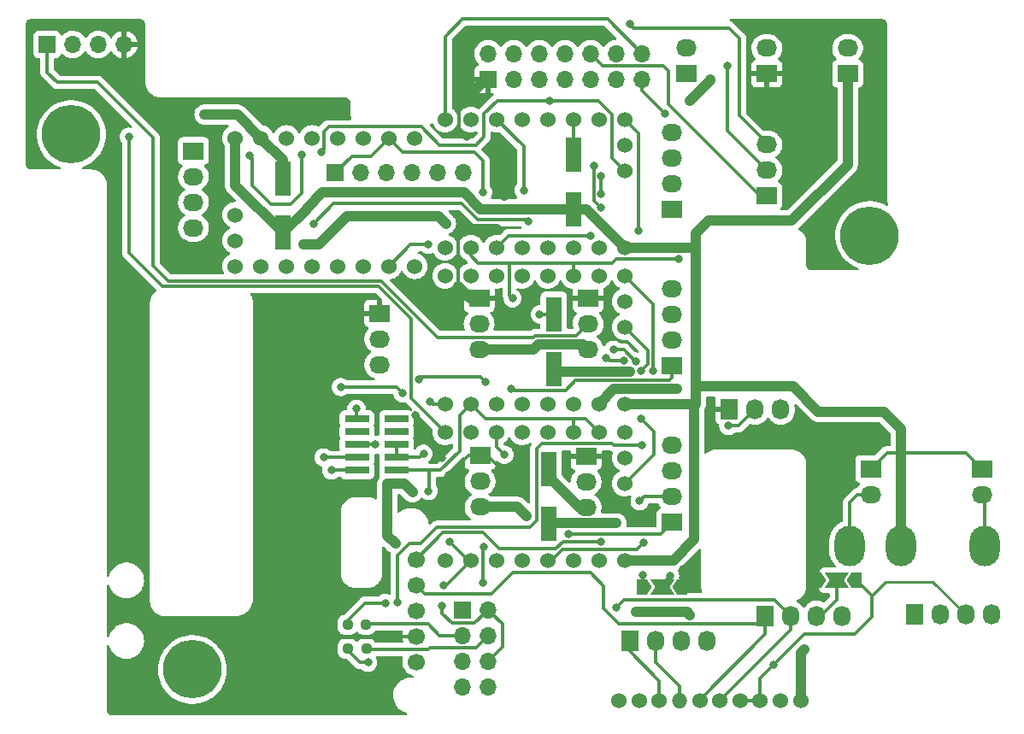
<source format=gtl>
G04 #@! TF.GenerationSoftware,KiCad,Pcbnew,6.0.6-3a73a75311~116~ubuntu20.04.1*
G04 #@! TF.CreationDate,2022-07-28T13:36:28+02:00*
G04 #@! TF.ProjectId,Buddy_shield_extractor,42756464-795f-4736-9869-656c645f6578,rev?*
G04 #@! TF.SameCoordinates,Original*
G04 #@! TF.FileFunction,Copper,L1,Top*
G04 #@! TF.FilePolarity,Positive*
%FSLAX46Y46*%
G04 Gerber Fmt 4.6, Leading zero omitted, Abs format (unit mm)*
G04 Created by KiCad (PCBNEW 6.0.6-3a73a75311~116~ubuntu20.04.1) date 2022-07-28 13:36:28*
%MOMM*%
%LPD*%
G01*
G04 APERTURE LIST*
G04 Aperture macros list*
%AMRoundRect*
0 Rectangle with rounded corners*
0 $1 Rounding radius*
0 $2 $3 $4 $5 $6 $7 $8 $9 X,Y pos of 4 corners*
0 Add a 4 corners polygon primitive as box body*
4,1,4,$2,$3,$4,$5,$6,$7,$8,$9,$2,$3,0*
0 Add four circle primitives for the rounded corners*
1,1,$1+$1,$2,$3*
1,1,$1+$1,$4,$5*
1,1,$1+$1,$6,$7*
1,1,$1+$1,$8,$9*
0 Add four rect primitives between the rounded corners*
20,1,$1+$1,$2,$3,$4,$5,0*
20,1,$1+$1,$4,$5,$6,$7,0*
20,1,$1+$1,$6,$7,$8,$9,0*
20,1,$1+$1,$8,$9,$2,$3,0*%
%AMFreePoly0*
4,1,6,1.000000,0.000000,0.500000,-0.750000,-0.500000,-0.750000,-0.500000,0.750000,0.500000,0.750000,1.000000,0.000000,1.000000,0.000000,$1*%
%AMFreePoly1*
4,1,7,0.700000,0.000000,1.200000,-0.750000,-1.200000,-0.750000,-0.700000,0.000000,-1.200000,0.750000,1.200000,0.750000,0.700000,0.000000,0.700000,0.000000,$1*%
G04 Aperture macros list end*
G04 #@! TA.AperFunction,ComponentPad*
%ADD10R,1.727200X2.032000*%
G04 #@! TD*
G04 #@! TA.AperFunction,ComponentPad*
%ADD11O,1.727200X2.032000*%
G04 #@! TD*
G04 #@! TA.AperFunction,ComponentPad*
%ADD12R,2.032000X1.727200*%
G04 #@! TD*
G04 #@! TA.AperFunction,ComponentPad*
%ADD13O,2.032000X1.727200*%
G04 #@! TD*
G04 #@! TA.AperFunction,SMDPad,CuDef*
%ADD14R,1.600000X3.500000*%
G04 #@! TD*
G04 #@! TA.AperFunction,ComponentPad*
%ADD15C,1.524000*%
G04 #@! TD*
G04 #@! TA.AperFunction,SMDPad,CuDef*
%ADD16RoundRect,0.237500X0.250000X0.237500X-0.250000X0.237500X-0.250000X-0.237500X0.250000X-0.237500X0*%
G04 #@! TD*
G04 #@! TA.AperFunction,SMDPad,CuDef*
%ADD17FreePoly0,0.000000*%
G04 #@! TD*
G04 #@! TA.AperFunction,SMDPad,CuDef*
%ADD18FreePoly1,0.000000*%
G04 #@! TD*
G04 #@! TA.AperFunction,SMDPad,CuDef*
%ADD19FreePoly0,180.000000*%
G04 #@! TD*
G04 #@! TA.AperFunction,ComponentPad*
%ADD20R,1.700000X1.700000*%
G04 #@! TD*
G04 #@! TA.AperFunction,ComponentPad*
%ADD21O,1.700000X1.700000*%
G04 #@! TD*
G04 #@! TA.AperFunction,ComponentPad*
%ADD22C,1.700000*%
G04 #@! TD*
G04 #@! TA.AperFunction,SMDPad,CuDef*
%ADD23RoundRect,0.237500X-0.250000X-0.237500X0.250000X-0.237500X0.250000X0.237500X-0.250000X0.237500X0*%
G04 #@! TD*
G04 #@! TA.AperFunction,SMDPad,CuDef*
%ADD24FreePoly1,180.000000*%
G04 #@! TD*
G04 #@! TA.AperFunction,SMDPad,CuDef*
%ADD25R,2.400000X0.740000*%
G04 #@! TD*
G04 #@! TA.AperFunction,ComponentPad*
%ADD26C,5.800000*%
G04 #@! TD*
G04 #@! TA.AperFunction,ComponentPad*
%ADD27O,3.000000X4.000000*%
G04 #@! TD*
G04 #@! TA.AperFunction,ComponentPad*
%ADD28O,1.524000X1.524000*%
G04 #@! TD*
G04 #@! TA.AperFunction,ViaPad*
%ADD29C,0.800000*%
G04 #@! TD*
G04 #@! TA.AperFunction,Conductor*
%ADD30C,0.300000*%
G04 #@! TD*
G04 #@! TA.AperFunction,Conductor*
%ADD31C,1.000000*%
G04 #@! TD*
G04 #@! TA.AperFunction,Conductor*
%ADD32C,0.250000*%
G04 #@! TD*
G04 APERTURE END LIST*
D10*
G04 #@! TO.P,J3,1,Pin_1*
G04 #@! TO.N,+5V*
X165890000Y-98490000D03*
D11*
G04 #@! TO.P,J3,2,Pin_2*
G04 #@! TO.N,/PC3_RGB*
X168430000Y-98490000D03*
G04 #@! TO.P,J3,3,3*
G04 #@! TO.N,GND*
X170970000Y-98490000D03*
G04 #@! TD*
D12*
G04 #@! TO.P,J7,1,Pin_1*
G04 #@! TO.N,+24V*
X179890000Y-104410000D03*
D13*
G04 #@! TO.P,J7,2,Pin_2*
G04 #@! TO.N,/shield/PB1*
X179890000Y-106950000D03*
G04 #@! TD*
D10*
G04 #@! TO.P,J14,1,Pin_1*
G04 #@! TO.N,/shield/PB5*
X184230000Y-118860000D03*
D11*
G04 #@! TO.P,J14,2,Pin_2*
G04 #@! TO.N,/shield/PE0*
X186770000Y-118860000D03*
G04 #@! TO.P,J14,3,Pin_3*
G04 #@! TO.N,+3V3*
X189310000Y-118860000D03*
G04 #@! TO.P,J14,4,4*
G04 #@! TO.N,GND*
X191850000Y-118860000D03*
G04 #@! TD*
D12*
G04 #@! TO.P,J25,1,Pin_1*
G04 #@! TO.N,+5V*
X151700000Y-103150000D03*
D13*
G04 #@! TO.P,J25,2,Pin_2*
G04 #@! TO.N,/StepSticks/D_STEP*
X151700000Y-105690000D03*
G04 #@! TO.P,J25,3,3*
G04 #@! TO.N,GND*
X151700000Y-108230000D03*
G04 #@! TD*
D12*
G04 #@! TO.P,J4,1,Pin_1*
G04 #@! TO.N,+24V*
X190940000Y-104450000D03*
D13*
G04 #@! TO.P,J4,2,Pin_2*
G04 #@! TO.N,/shield/PB0*
X190940000Y-106990000D03*
G04 #@! TD*
D14*
G04 #@! TO.P,C1,1*
G04 #@! TO.N,+24V*
X150450000Y-78650000D03*
G04 #@! TO.P,C1,2*
G04 #@! TO.N,GND*
X150450000Y-73250000D03*
G04 #@! TD*
G04 #@! TO.P,C2,1*
G04 #@! TO.N,+24V*
X121650000Y-81000000D03*
G04 #@! TO.P,C2,2*
G04 #@! TO.N,GND*
X121650000Y-75600000D03*
G04 #@! TD*
D15*
G04 #@! TO.P,U2,1,GND*
G04 #@! TO.N,GND*
X137740000Y-97980000D03*
G04 #@! TO.P,U2,2,VIO*
G04 #@! TO.N,+3V3*
X140280000Y-97980000D03*
G04 #@! TO.P,U2,3,M1B*
G04 #@! TO.N,Net-(U2-Pad3)*
X142820000Y-97980000D03*
G04 #@! TO.P,U2,4,M1A*
G04 #@! TO.N,Net-(U2-Pad4)*
X145360000Y-97980000D03*
G04 #@! TO.P,U2,5,M2A*
G04 #@! TO.N,Net-(U2-Pad5)*
X147900000Y-97980000D03*
G04 #@! TO.P,U2,6,M2B*
G04 #@! TO.N,Net-(U2-Pad6)*
X150440000Y-97980000D03*
G04 #@! TO.P,U2,7,GND*
G04 #@! TO.N,GND*
X152980000Y-97980000D03*
G04 #@! TO.P,U2,8,VM*
G04 #@! TO.N,+24V*
X155520000Y-97980000D03*
G04 #@! TO.P,U2,9,DIR*
G04 #@! TO.N,/StepSticks/C_DIR*
X137740000Y-85280000D03*
G04 #@! TO.P,U2,10,STEP*
G04 #@! TO.N,/StepSticks/C_STEP*
X140280000Y-85280000D03*
G04 #@! TO.P,U2,11,PND_UART1*
G04 #@! TO.N,/StepSticks/UART*
X142820000Y-85280000D03*
G04 #@! TO.P,U2,12,PDN_UART2*
G04 #@! TO.N,unconnected-(U2-Pad12)*
X145360000Y-85280000D03*
G04 #@! TO.P,U2,13,SPREAD*
G04 #@! TO.N,unconnected-(U2-Pad13)*
X147900000Y-85280000D03*
G04 #@! TO.P,U2,14,MS2*
G04 #@! TO.N,+3V3*
X150440000Y-85280000D03*
G04 #@! TO.P,U2,15,MS1*
G04 #@! TO.N,GND*
X152980000Y-85280000D03*
G04 #@! TO.P,U2,16,EN*
G04 #@! TO.N,/StepSticks/EN*
X155520000Y-85280000D03*
G04 #@! TO.P,U2,17,INDEX*
G04 #@! TO.N,unconnected-(U2-Pad17)*
X155520000Y-87820000D03*
G04 #@! TO.P,U2,18,DIAG*
G04 #@! TO.N,/StepSticks/C_DIAG*
X155520000Y-90360000D03*
G04 #@! TD*
D12*
G04 #@! TO.P,J24,1,Pin_1*
G04 #@! TO.N,+5V*
X141200000Y-103100000D03*
D13*
G04 #@! TO.P,J24,2,Pin_2*
G04 #@! TO.N,/StepSticks/D_DIR*
X141200000Y-105640000D03*
G04 #@! TO.P,J24,3,3*
G04 #@! TO.N,GND*
X141200000Y-108180000D03*
G04 #@! TD*
D10*
G04 #@! TO.P,J19,1,Pin_1*
G04 #@! TO.N,/TX*
X156044000Y-121482000D03*
D11*
G04 #@! TO.P,J19,2,Pin_2*
G04 #@! TO.N,/RX*
X158584000Y-121482000D03*
G04 #@! TO.P,J19,3,Pin_3*
G04 #@! TO.N,Net-(J19-Pad3)*
X161124000Y-121482000D03*
G04 #@! TO.P,J19,4,4*
G04 #@! TO.N,GND*
X163664000Y-121482000D03*
G04 #@! TD*
D12*
G04 #@! TO.P,J12,1,Pin_1*
G04 #@! TO.N,Net-(U1-Pad3)*
X112800000Y-72900000D03*
D13*
G04 #@! TO.P,J12,2,Pin_2*
G04 #@! TO.N,Net-(U1-Pad4)*
X112800000Y-75440000D03*
G04 #@! TO.P,J12,3,Pin_3*
G04 #@! TO.N,Net-(U1-Pad5)*
X112800000Y-77980000D03*
G04 #@! TO.P,J12,4,4*
G04 #@! TO.N,Net-(U1-Pad6)*
X112800000Y-80520000D03*
G04 #@! TD*
D16*
G04 #@! TO.P,R2,1*
G04 #@! TO.N,Net-(J2-Pad4)*
X129922500Y-122220000D03*
G04 #@! TO.P,R2,2*
G04 #@! TO.N,/PC3_RGB*
X128097500Y-122220000D03*
G04 #@! TD*
D17*
G04 #@! TO.P,JP2,1,A*
G04 #@! TO.N,+3V3*
X157230000Y-116070000D03*
D18*
G04 #@! TO.P,JP2,2,C*
G04 #@! TO.N,Net-(J19-Pad3)*
X159230000Y-116070000D03*
D19*
G04 #@! TO.P,JP2,3,B*
G04 #@! TO.N,+5V*
X161230000Y-116070000D03*
G04 #@! TD*
D10*
G04 #@! TO.P,J18,1,Pin_1*
G04 #@! TO.N,/SCL*
X169444000Y-118972000D03*
D11*
G04 #@! TO.P,J18,2,Pin_2*
G04 #@! TO.N,/SDA*
X171984000Y-118972000D03*
G04 #@! TO.P,J18,3,Pin_3*
G04 #@! TO.N,Net-(J18-Pad3)*
X174524000Y-118972000D03*
G04 #@! TO.P,J18,4,4*
G04 #@! TO.N,GND*
X177064000Y-118972000D03*
G04 #@! TD*
D12*
G04 #@! TO.P,J28,1,Pin_1*
G04 #@! TO.N,+3V3*
X161600000Y-65250000D03*
D13*
G04 #@! TO.P,J28,2,Pin_2*
G04 #@! TO.N,GND*
X161600000Y-62710000D03*
G04 #@! TD*
D20*
G04 #@! TO.P,J17,1,Pin_1*
G04 #@! TO.N,+3V3*
X126850000Y-75050000D03*
D21*
G04 #@! TO.P,J17,2,Pin_2*
G04 #@! TO.N,/shield/CLK*
X129390000Y-75050000D03*
G04 #@! TO.P,J17,3,Pin_3*
G04 #@! TO.N,GND*
X131930000Y-75050000D03*
G04 #@! TO.P,J17,4,Pin_4*
G04 #@! TO.N,/shield/DIO*
X134470000Y-75050000D03*
G04 #@! TO.P,J17,5,Pin_5*
G04 #@! TO.N,/shield/RST*
X137010000Y-75050000D03*
G04 #@! TO.P,J17,6,Pin_6*
G04 #@! TO.N,/shield/SWO*
X139550000Y-75050000D03*
G04 #@! TD*
D14*
G04 #@! TO.P,C3,1*
G04 #@! TO.N,+24V*
X148500000Y-94500000D03*
G04 #@! TO.P,C3,2*
G04 #@! TO.N,GND*
X148500000Y-89100000D03*
G04 #@! TD*
D12*
G04 #@! TO.P,J27,1,Pin_1*
G04 #@! TO.N,+5V*
X169600000Y-65250000D03*
D13*
G04 #@! TO.P,J27,2,Pin_2*
G04 #@! TO.N,GND*
X169600000Y-62710000D03*
G04 #@! TD*
D12*
G04 #@! TO.P,J26,1,Pin_1*
G04 #@! TO.N,+24V*
X177600000Y-65250000D03*
D13*
G04 #@! TO.P,J26,2,Pin_2*
G04 #@! TO.N,GND*
X177600000Y-62710000D03*
G04 #@! TD*
D22*
G04 #@! TO.P,J9,1,Pin_1*
G04 #@! TO.N,GND*
X134850000Y-123530000D03*
G04 #@! TO.P,J9,2,Pin_2*
G04 #@! TO.N,+5V*
X134850000Y-120990000D03*
G04 #@! TO.P,J9,3,Pin_3*
G04 #@! TO.N,/SDA*
X134850000Y-118450000D03*
G04 #@! TO.P,J9,4,Pin_4*
G04 #@! TO.N,/SCL*
X134850000Y-115910000D03*
G04 #@! TO.P,J9,5,Pin_5*
G04 #@! TO.N,/RX*
X134850000Y-113370000D03*
G04 #@! TD*
D23*
G04 #@! TO.P,R1,1*
G04 #@! TO.N,/StepSticks/D_STEP*
X128077500Y-119840000D03*
G04 #@! TO.P,R1,2*
G04 #@! TO.N,Net-(J2-Pad3)*
X129902500Y-119840000D03*
G04 #@! TD*
D12*
G04 #@! TO.P,J22,1,Pin_1*
G04 #@! TO.N,+5V*
X141100000Y-87500000D03*
D13*
G04 #@! TO.P,J22,2,Pin_2*
G04 #@! TO.N,/StepSticks/C_STEP*
X141100000Y-90040000D03*
G04 #@! TO.P,J22,3,3*
G04 #@! TO.N,GND*
X141100000Y-92580000D03*
G04 #@! TD*
D19*
G04 #@! TO.P,JP1,1,A*
G04 #@! TO.N,+3V3*
X178500000Y-115450000D03*
D24*
G04 #@! TO.P,JP1,2,C*
G04 #@! TO.N,Net-(J18-Pad3)*
X176500000Y-115450000D03*
D17*
G04 #@! TO.P,JP1,3,B*
G04 #@! TO.N,+5V*
X174500000Y-115450000D03*
G04 #@! TD*
D15*
G04 #@! TO.P,U1,1,GND*
G04 #@! TO.N,GND*
X134710000Y-71620000D03*
G04 #@! TO.P,U1,2,VIO*
G04 #@! TO.N,+3V3*
X132170000Y-71620000D03*
G04 #@! TO.P,U1,3,M1B*
G04 #@! TO.N,Net-(U1-Pad3)*
X129630000Y-71620000D03*
G04 #@! TO.P,U1,4,M1A*
G04 #@! TO.N,Net-(U1-Pad4)*
X127090000Y-71620000D03*
G04 #@! TO.P,U1,5,M2A*
G04 #@! TO.N,Net-(U1-Pad5)*
X124550000Y-71620000D03*
G04 #@! TO.P,U1,6,M2B*
G04 #@! TO.N,Net-(U1-Pad6)*
X122010000Y-71620000D03*
G04 #@! TO.P,U1,7,GND*
G04 #@! TO.N,GND*
X119470000Y-71620000D03*
G04 #@! TO.P,U1,8,VM*
G04 #@! TO.N,+24V*
X116930000Y-71620000D03*
G04 #@! TO.P,U1,9,DIR*
G04 #@! TO.N,/StepSticks/A_DIR*
X134710000Y-84320000D03*
G04 #@! TO.P,U1,10,STEP*
G04 #@! TO.N,/StepSticks/A_STEP*
X132170000Y-84320000D03*
G04 #@! TO.P,U1,11,PND_UART1*
G04 #@! TO.N,/StepSticks/UART*
X129630000Y-84320000D03*
G04 #@! TO.P,U1,12,PDN_UART2*
G04 #@! TO.N,unconnected-(U1-Pad12)*
X127090000Y-84320000D03*
G04 #@! TO.P,U1,13,SPREAD*
G04 #@! TO.N,unconnected-(U1-Pad13)*
X124550000Y-84320000D03*
G04 #@! TO.P,U1,14,MS2*
G04 #@! TO.N,GND*
X122010000Y-84320000D03*
G04 #@! TO.P,U1,15,MS1*
X119470000Y-84320000D03*
G04 #@! TO.P,U1,16,EN*
G04 #@! TO.N,/StepSticks/EN*
X116930000Y-84320000D03*
G04 #@! TO.P,U1,17,INDEX*
G04 #@! TO.N,unconnected-(U1-Pad17)*
X116930000Y-81780000D03*
G04 #@! TO.P,U1,18,DIAG*
G04 #@! TO.N,/StepSticks/A_DIAG*
X116930000Y-79240000D03*
G04 #@! TD*
G04 #@! TO.P,U4,1,GND*
G04 #@! TO.N,GND*
X137740000Y-113480000D03*
G04 #@! TO.P,U4,2,VIO*
G04 #@! TO.N,+3V3*
X140280000Y-113480000D03*
G04 #@! TO.P,U4,3,M1B*
G04 #@! TO.N,Net-(U4-Pad3)*
X142820000Y-113480000D03*
G04 #@! TO.P,U4,4,M1A*
G04 #@! TO.N,Net-(U4-Pad4)*
X145360000Y-113480000D03*
G04 #@! TO.P,U4,5,M2A*
G04 #@! TO.N,Net-(U4-Pad5)*
X147900000Y-113480000D03*
G04 #@! TO.P,U4,6,M2B*
G04 #@! TO.N,Net-(U4-Pad6)*
X150440000Y-113480000D03*
G04 #@! TO.P,U4,7,GND*
G04 #@! TO.N,GND*
X152980000Y-113480000D03*
G04 #@! TO.P,U4,8,VM*
G04 #@! TO.N,+24V*
X155520000Y-113480000D03*
G04 #@! TO.P,U4,9,DIR*
G04 #@! TO.N,/StepSticks/D_DIR*
X137740000Y-100780000D03*
G04 #@! TO.P,U4,10,STEP*
G04 #@! TO.N,/StepSticks/D_STEP*
X140280000Y-100780000D03*
G04 #@! TO.P,U4,11,PND_UART1*
G04 #@! TO.N,/StepSticks/UART*
X142820000Y-100780000D03*
G04 #@! TO.P,U4,12,PDN_UART2*
G04 #@! TO.N,unconnected-(U4-Pad12)*
X145360000Y-100780000D03*
G04 #@! TO.P,U4,13,SPREAD*
G04 #@! TO.N,unconnected-(U4-Pad13)*
X147900000Y-100780000D03*
G04 #@! TO.P,U4,14,MS2*
G04 #@! TO.N,+3V3*
X150440000Y-100780000D03*
G04 #@! TO.P,U4,15,MS1*
X152980000Y-100780000D03*
G04 #@! TO.P,U4,16,EN*
G04 #@! TO.N,/StepSticks/EN*
X155520000Y-100780000D03*
G04 #@! TO.P,U4,17,INDEX*
G04 #@! TO.N,unconnected-(U4-Pad17)*
X155520000Y-103320000D03*
G04 #@! TO.P,U4,18,DIAG*
G04 #@! TO.N,/StepSticks/C_DIAG*
X155520000Y-105860000D03*
G04 #@! TD*
D12*
G04 #@! TO.P,J29,1,Pin_1*
G04 #@! TO.N,Net-(U4-Pad3)*
X160200000Y-109700000D03*
D13*
G04 #@! TO.P,J29,2,Pin_2*
G04 #@! TO.N,Net-(U4-Pad4)*
X160200000Y-107160000D03*
G04 #@! TO.P,J29,3,Pin_3*
G04 #@! TO.N,Net-(U4-Pad5)*
X160200000Y-104620000D03*
G04 #@! TO.P,J29,4,4*
G04 #@! TO.N,Net-(U4-Pad6)*
X160200000Y-102080000D03*
G04 #@! TD*
D12*
G04 #@! TO.P,J11,1,Pin_1*
G04 #@! TO.N,Net-(U2-Pad3)*
X160200000Y-94200000D03*
D13*
G04 #@! TO.P,J11,2,Pin_2*
G04 #@! TO.N,Net-(U2-Pad4)*
X160200000Y-91660000D03*
G04 #@! TO.P,J11,3,Pin_3*
G04 #@! TO.N,Net-(U2-Pad5)*
X160200000Y-89120000D03*
G04 #@! TO.P,J11,4,4*
G04 #@! TO.N,Net-(U2-Pad6)*
X160200000Y-86580000D03*
G04 #@! TD*
D12*
G04 #@! TO.P,J30,1,Pin_1*
G04 #@! TO.N,Net-(U3-Pad3)*
X160200000Y-78700000D03*
D13*
G04 #@! TO.P,J30,2,Pin_2*
G04 #@! TO.N,Net-(U3-Pad4)*
X160200000Y-76160000D03*
G04 #@! TO.P,J30,3,Pin_3*
G04 #@! TO.N,Net-(U3-Pad5)*
X160200000Y-73620000D03*
G04 #@! TO.P,J30,4,4*
G04 #@! TO.N,Net-(U3-Pad6)*
X160200000Y-71080000D03*
G04 #@! TD*
D14*
G04 #@! TO.P,C4,1*
G04 #@! TO.N,+24V*
X148000000Y-109850000D03*
G04 #@! TO.P,C4,2*
G04 #@! TO.N,GND*
X148000000Y-104450000D03*
G04 #@! TD*
D25*
G04 #@! TO.P,J16,1,Pin_1*
G04 #@! TO.N,+3V3*
X132900000Y-104540000D03*
G04 #@! TO.P,J16,2,Pin_2*
G04 #@! TO.N,/shield/DIO*
X129000000Y-104540000D03*
G04 #@! TO.P,J16,3,Pin_3*
G04 #@! TO.N,GND*
X132900000Y-103270000D03*
G04 #@! TO.P,J16,4,Pin_4*
G04 #@! TO.N,/shield/CLK*
X129000000Y-103270000D03*
G04 #@! TO.P,J16,5,Pin_5*
G04 #@! TO.N,GND*
X132900000Y-102000000D03*
G04 #@! TO.P,J16,6,Pin_6*
G04 #@! TO.N,/shield/SWO*
X129000000Y-102000000D03*
G04 #@! TO.P,J16,7,Pin_7*
G04 #@! TO.N,unconnected-(J16-Pad7)*
X132900000Y-100730000D03*
G04 #@! TO.P,J16,8,Pin_8*
G04 #@! TO.N,unconnected-(J16-Pad8)*
X129000000Y-100730000D03*
G04 #@! TO.P,J16,9,Pin_9*
G04 #@! TO.N,unconnected-(J16-Pad9)*
X132900000Y-99460000D03*
G04 #@! TO.P,J16,10,Pin_10*
G04 #@! TO.N,/shield/RST*
X129000000Y-99460000D03*
G04 #@! TD*
D12*
G04 #@! TO.P,J20,1,Pin_1*
G04 #@! TO.N,/MISO*
X169600000Y-77350000D03*
D13*
G04 #@! TO.P,J20,2,Pin_2*
G04 #@! TO.N,/MOSI*
X169600000Y-74810000D03*
G04 #@! TO.P,J20,3,3*
G04 #@! TO.N,/SCK*
X169600000Y-72270000D03*
G04 #@! TD*
D12*
G04 #@! TO.P,J21,1,Pin_1*
G04 #@! TO.N,+5V*
X131250000Y-89000000D03*
D13*
G04 #@! TO.P,J21,2,Pin_2*
G04 #@! TO.N,/StepSticks/C_DIR*
X131250000Y-91540000D03*
G04 #@! TO.P,J21,3,3*
G04 #@! TO.N,GND*
X131250000Y-94080000D03*
G04 #@! TD*
D15*
G04 #@! TO.P,U3,1,GND*
G04 #@! TO.N,GND*
X137740000Y-82480000D03*
G04 #@! TO.P,U3,2,VIO*
G04 #@! TO.N,+3V3*
X140280000Y-82480000D03*
G04 #@! TO.P,U3,3,M1B*
G04 #@! TO.N,Net-(U3-Pad3)*
X142820000Y-82480000D03*
G04 #@! TO.P,U3,4,M1A*
G04 #@! TO.N,Net-(U3-Pad4)*
X145360000Y-82480000D03*
G04 #@! TO.P,U3,5,M2A*
G04 #@! TO.N,Net-(U3-Pad5)*
X147900000Y-82480000D03*
G04 #@! TO.P,U3,6,M2B*
G04 #@! TO.N,Net-(U3-Pad6)*
X150440000Y-82480000D03*
G04 #@! TO.P,U3,7,GND*
G04 #@! TO.N,GND*
X152980000Y-82480000D03*
G04 #@! TO.P,U3,8,VM*
G04 #@! TO.N,+24V*
X155520000Y-82480000D03*
G04 #@! TO.P,U3,9,DIR*
G04 #@! TO.N,/StepSticks/B_DIR*
X137740000Y-69780000D03*
G04 #@! TO.P,U3,10,STEP*
G04 #@! TO.N,/StepSticks/B_STEP*
X140280000Y-69780000D03*
G04 #@! TO.P,U3,11,PND_UART1*
G04 #@! TO.N,/StepSticks/UART*
X142820000Y-69780000D03*
G04 #@! TO.P,U3,12,PDN_UART2*
G04 #@! TO.N,unconnected-(U3-Pad12)*
X145360000Y-69780000D03*
G04 #@! TO.P,U3,13,SPREAD*
G04 #@! TO.N,unconnected-(U3-Pad13)*
X147900000Y-69780000D03*
G04 #@! TO.P,U3,14,MS2*
G04 #@! TO.N,GND*
X150440000Y-69780000D03*
G04 #@! TO.P,U3,15,MS1*
G04 #@! TO.N,+3V3*
X152980000Y-69780000D03*
G04 #@! TO.P,U3,16,EN*
G04 #@! TO.N,/StepSticks/EN*
X155520000Y-69780000D03*
G04 #@! TO.P,U3,17,INDEX*
G04 #@! TO.N,unconnected-(U3-Pad17)*
X155520000Y-72320000D03*
G04 #@! TO.P,U3,18,DIAG*
G04 #@! TO.N,/StepSticks/A_DIAG*
X155520000Y-74860000D03*
G04 #@! TD*
D12*
G04 #@! TO.P,J23,1,Pin_1*
G04 #@! TO.N,+5V*
X151900000Y-87500000D03*
D13*
G04 #@! TO.P,J23,2,Pin_2*
G04 #@! TO.N,/StepSticks/C_DIAG*
X151900000Y-90040000D03*
G04 #@! TO.P,J23,3,3*
G04 #@! TO.N,GND*
X151900000Y-92580000D03*
G04 #@! TD*
D20*
G04 #@! TO.P,J1,1,Pin_1*
G04 #@! TO.N,/StepSticks/C_DIAG*
X98300000Y-62360000D03*
D21*
G04 #@! TO.P,J1,2,Pin_2*
G04 #@! TO.N,/StepSticks/D_DIR*
X100840000Y-62360000D03*
G04 #@! TO.P,J1,3,Pin_3*
G04 #@! TO.N,GND*
X103380000Y-62360000D03*
G04 #@! TO.P,J1,4,Pin_4*
G04 #@! TO.N,+5V*
X105920000Y-62360000D03*
G04 #@! TD*
D20*
G04 #@! TO.P,J2,1,Pin_1*
G04 #@! TO.N,/StepSticks/UART*
X139450000Y-118360000D03*
D21*
G04 #@! TO.P,J2,2,Pin_2*
G04 #@! TO.N,+3V3*
X141990000Y-118360000D03*
G04 #@! TO.P,J2,3,Pin_3*
G04 #@! TO.N,Net-(J2-Pad3)*
X139450000Y-120900000D03*
G04 #@! TO.P,J2,4,Pin_4*
G04 #@! TO.N,Net-(J2-Pad4)*
X141990000Y-120900000D03*
G04 #@! TO.P,J2,5,Pin_5*
G04 #@! TO.N,unconnected-(J2-Pad5)*
X139450000Y-123440000D03*
G04 #@! TO.P,J2,6,Pin_6*
G04 #@! TO.N,+3V3*
X141990000Y-123440000D03*
G04 #@! TO.P,J2,7,Pin_7*
G04 #@! TO.N,GND*
X139450000Y-125980000D03*
G04 #@! TO.P,J2,8,Pin_8*
G04 #@! TO.N,/StepSticks/EN*
X141990000Y-125980000D03*
G04 #@! TD*
D20*
G04 #@! TO.P,J5,1,Pin_1*
G04 #@! TO.N,+5V*
X141990000Y-65790000D03*
D21*
G04 #@! TO.P,J5,2,Pin_2*
G04 #@! TO.N,/StepSticks/A_DIR*
X141990000Y-63250000D03*
G04 #@! TO.P,J5,3,Pin_3*
G04 #@! TO.N,/StepSticks/B_STEP*
X144530000Y-65790000D03*
G04 #@! TO.P,J5,4,Pin_4*
G04 #@! TO.N,/StepSticks/A_STEP*
X144530000Y-63250000D03*
G04 #@! TO.P,J5,5,Pin_5*
G04 #@! TO.N,/StepSticks/C_DIR*
X147070000Y-65790000D03*
G04 #@! TO.P,J5,6,Pin_6*
G04 #@! TO.N,/StepSticks/A_DIAG*
X147070000Y-63250000D03*
G04 #@! TO.P,J5,7,Pin_7*
G04 #@! TO.N,/StepSticks/C_STEP*
X149610000Y-65790000D03*
G04 #@! TO.P,J5,8,Pin_8*
G04 #@! TO.N,/SCK*
X149610000Y-63250000D03*
G04 #@! TO.P,J5,9,Pin_9*
G04 #@! TO.N,/shield/NRST*
X152150000Y-65790000D03*
G04 #@! TO.P,J5,10,Pin_10*
G04 #@! TO.N,/MISO*
X152150000Y-63250000D03*
G04 #@! TO.P,J5,11,Pin_11*
G04 #@! TO.N,GND*
X154690000Y-65790000D03*
G04 #@! TO.P,J5,12,Pin_12*
G04 #@! TO.N,/MOSI*
X154690000Y-63250000D03*
G04 #@! TO.P,J5,13,Pin_13*
G04 #@! TO.N,GND*
X157230000Y-65790000D03*
G04 #@! TO.P,J5,14,Pin_14*
G04 #@! TO.N,/StepSticks/B_DIR*
X157230000Y-63250000D03*
G04 #@! TD*
D26*
G04 #@! TO.P,J8,*
G04 #@! TO.N,*
X100710000Y-71280000D03*
G04 #@! TD*
D27*
G04 #@! TO.P,J13,1,Pin_1*
G04 #@! TO.N,/shield/PB1*
X177800000Y-112020000D03*
G04 #@! TO.P,J13,2,Pin_2*
G04 #@! TO.N,+24V*
X182880000Y-112020000D03*
G04 #@! TD*
D26*
G04 #@! TO.P,J10,*
G04 #@! TO.N,*
X112700000Y-124280000D03*
G04 #@! TD*
G04 #@! TO.P,J15,*
G04 #@! TO.N,*
X179780000Y-81290000D03*
G04 #@! TD*
D27*
G04 #@! TO.P,J6,1,Pin_1*
G04 #@! TO.N,/shield/PB0*
X191140000Y-112040000D03*
G04 #@! TD*
D15*
G04 #@! TO.P,A1,1,Pin_1*
G04 #@! TO.N,/shield/PE0*
X154950000Y-127400000D03*
G04 #@! TO.P,A1,2,Pin_2*
G04 #@! TO.N,/shield/PB5*
X156950000Y-127400000D03*
G04 #@! TO.P,A1,3,Pin_3*
G04 #@! TO.N,/TX*
X158950000Y-127400000D03*
D28*
G04 #@! TO.P,A1,4,Pin_4*
G04 #@! TO.N,/RX*
X160950000Y-127400000D03*
D15*
G04 #@! TO.P,A1,5,Pin_5*
G04 #@! TO.N,/SCL*
X162950000Y-127400000D03*
G04 #@! TO.P,A1,6,Pin_6*
G04 #@! TO.N,/SDA*
X164950000Y-127400000D03*
G04 #@! TO.P,A1,7,Pin_7*
G04 #@! TO.N,+3V3*
X166950000Y-127400000D03*
G04 #@! TO.P,A1,8,Pin_8*
X168950000Y-127400000D03*
G04 #@! TO.P,A1,9,Pin_9*
G04 #@! TO.N,GND*
X170950000Y-127400000D03*
G04 #@! TO.P,A1,10,Pin_10*
X172950000Y-127400000D03*
G04 #@! TD*
D29*
G04 #@! TO.N,+5V*
X134300000Y-86500000D03*
X153300000Y-61700000D03*
X134800000Y-99100000D03*
X139900000Y-71500000D03*
X145600000Y-102600000D03*
X161300000Y-114300000D03*
X138100000Y-105000000D03*
X143600000Y-77300000D03*
X154300000Y-104600000D03*
X137400000Y-103300000D03*
X142900000Y-72700000D03*
X137200000Y-89600000D03*
X142800000Y-80600000D03*
G04 #@! TO.N,GND*
X128000000Y-79400000D03*
X160700000Y-96500000D03*
X136200000Y-97700000D03*
X147100000Y-89100000D03*
X162000000Y-67900000D03*
X113900000Y-69300000D03*
X145800000Y-109100000D03*
X162000000Y-118900000D03*
X145900000Y-92600000D03*
X137800000Y-80100000D03*
X134500000Y-106700000D03*
X132000000Y-105900000D03*
X123700000Y-82200000D03*
X132800000Y-111800000D03*
X159500000Y-69200000D03*
X135600000Y-102900000D03*
X173300000Y-122300000D03*
X156600000Y-118600000D03*
X164000000Y-65800000D03*
G04 #@! TO.N,+24V*
X154700000Y-109800000D03*
X156000000Y-94800000D03*
G04 #@! TO.N,/StepSticks/EN*
X141600000Y-112100000D03*
X124700000Y-80100000D03*
X141500000Y-115700000D03*
X158300000Y-94650500D03*
X146000000Y-79900000D03*
X156900000Y-80800000D03*
G04 #@! TO.N,+3V3*
X137400000Y-118000000D03*
X138200000Y-111600000D03*
X157300000Y-114900000D03*
X136100000Y-106600000D03*
X170250000Y-123850000D03*
X160900000Y-83600000D03*
X144400000Y-87500000D03*
X141500000Y-77000000D03*
X137600000Y-115900000D03*
G04 #@! TO.N,/PC3_RGB*
X133000000Y-117600000D03*
X130100000Y-123600000D03*
X165800000Y-100150500D03*
X157266008Y-102074038D03*
G04 #@! TO.N,/StepSticks/UART*
X141708000Y-95792000D03*
X135100000Y-95500000D03*
X143600000Y-103000000D03*
X145500000Y-76800000D03*
X133500000Y-96900000D03*
X127400000Y-96300000D03*
G04 #@! TO.N,/StepSticks/A_STEP*
X136100000Y-82200000D03*
G04 #@! TO.N,/StepSticks/A_DIAG*
X148100000Y-67900000D03*
X125500000Y-73050000D03*
G04 #@! TO.N,Net-(U2-Pad5)*
X155437240Y-93682312D03*
X153700002Y-93400500D03*
G04 #@! TO.N,Net-(U2-Pad4)*
X156628240Y-93769337D03*
X154390667Y-92608976D03*
G04 #@! TO.N,Net-(U2-Pad3)*
X144300000Y-96500000D03*
G04 #@! TO.N,Net-(U1-Pad5)*
X123500000Y-73300000D03*
X118370500Y-73321585D03*
G04 #@! TO.N,/shield/DIO*
X126450000Y-104550000D03*
G04 #@! TO.N,/shield/CLK*
X125700500Y-103275848D03*
G04 #@! TO.N,/shield/SWO*
X130800000Y-102000000D03*
G04 #@! TO.N,/shield/RST*
X128950000Y-98450000D03*
G04 #@! TO.N,/SDA*
X154684513Y-118139441D03*
G04 #@! TO.N,/RX*
X153200000Y-111600000D03*
G04 #@! TO.N,/StepSticks/D_DIR*
X106400000Y-71500000D03*
G04 #@! TO.N,/StepSticks/C_DIAG*
X157100000Y-99400000D03*
X157100000Y-94650500D03*
G04 #@! TO.N,/MOSI*
X165700000Y-64500000D03*
G04 #@! TO.N,/SCK*
X156044815Y-60350500D03*
G04 #@! TO.N,Net-(U4-Pad5)*
X157400000Y-111702138D03*
G04 #@! TO.N,Net-(U4-Pad4)*
X157000000Y-107600000D03*
G04 #@! TO.N,Net-(U4-Pad3)*
X149944662Y-110850500D03*
G04 #@! TO.N,Net-(U3-Pad6)*
X153147464Y-78552536D03*
X152450000Y-74350000D03*
G04 #@! TO.N,Net-(U3-Pad5)*
X153199500Y-77190360D03*
X153199500Y-75392958D03*
G04 #@! TO.N,Net-(U3-Pad3)*
X152132681Y-81287609D03*
G04 #@! TO.N,Net-(J19-Pad3)*
X160000000Y-115000000D03*
G04 #@! TO.N,/StepSticks/D_STEP*
X131800000Y-117700000D03*
G04 #@! TD*
D30*
G04 #@! TO.N,+5V*
X141200000Y-103100000D02*
X141900000Y-103100000D01*
X134800000Y-100700000D02*
X134800000Y-99100000D01*
X144100000Y-104000000D02*
X145500000Y-102600000D01*
X141200000Y-103100000D02*
X140000000Y-103100000D01*
D31*
X139000000Y-86300000D02*
X140200000Y-87500000D01*
X141710000Y-65790000D02*
X139100000Y-68400000D01*
D30*
X141900000Y-103100000D02*
X142900000Y-104100000D01*
X137400000Y-103300000D02*
X134800000Y-100700000D01*
X140000000Y-103100000D02*
X138100000Y-105000000D01*
D31*
X139400000Y-80600000D02*
X139000000Y-81000000D01*
X143600000Y-73400000D02*
X142900000Y-72700000D01*
D30*
X139100000Y-71000000D02*
X139600000Y-71500000D01*
X161230000Y-114370000D02*
X161300000Y-114300000D01*
X144000000Y-104100000D02*
X144100000Y-104000000D01*
D31*
X142800000Y-80600000D02*
X139400000Y-80600000D01*
D30*
X139100000Y-68400000D02*
X139100000Y-71000000D01*
X145500000Y-102600000D02*
X145600000Y-102600000D01*
D31*
X141990000Y-65790000D02*
X141710000Y-65790000D01*
D30*
X161230000Y-116070000D02*
X161230000Y-114370000D01*
X142900000Y-104100000D02*
X144000000Y-104100000D01*
X139000000Y-81000000D02*
X139000000Y-86300000D01*
X140200000Y-87500000D02*
X141100000Y-87500000D01*
D31*
X143600000Y-77300000D02*
X143600000Y-73400000D01*
D30*
X139600000Y-71500000D02*
X139900000Y-71500000D01*
X133100000Y-121000000D02*
X133110000Y-120990000D01*
X134850000Y-120990000D02*
X133110000Y-120990000D01*
D31*
G04 #@! TO.N,GND*
X119470000Y-71620000D02*
X121650000Y-73800000D01*
X125000000Y-82200000D02*
X123700000Y-82200000D01*
X141200000Y-108180000D02*
X144880000Y-108180000D01*
X119470000Y-71620000D02*
X117150000Y-69300000D01*
X137100000Y-79400000D02*
X128000000Y-79400000D01*
X133700000Y-105900000D02*
X134500000Y-106700000D01*
X161700000Y-118600000D02*
X162000000Y-118900000D01*
X137800000Y-80100000D02*
X137100000Y-79400000D01*
D30*
X157230000Y-65790000D02*
X157230000Y-66930000D01*
D31*
X147000000Y-92050000D02*
X151370000Y-92050000D01*
X117150000Y-69300000D02*
X113900000Y-69300000D01*
X125200000Y-82200000D02*
X125000000Y-82200000D01*
D30*
X148500000Y-89100000D02*
X147100000Y-89100000D01*
D31*
X132000000Y-111000000D02*
X132800000Y-111800000D01*
X145880000Y-92580000D02*
X145900000Y-92600000D01*
X172950000Y-122650000D02*
X173300000Y-122300000D01*
D30*
X150440000Y-73240000D02*
X150450000Y-73250000D01*
D31*
X132000000Y-105900000D02*
X133700000Y-105900000D01*
D30*
X135600000Y-102900000D02*
X135230000Y-103270000D01*
X157230000Y-66930000D02*
X159500000Y-69200000D01*
D31*
X151030000Y-108230000D02*
X151700000Y-108230000D01*
X151370000Y-92050000D02*
X151900000Y-92580000D01*
X154460000Y-96500000D02*
X160700000Y-96500000D01*
D30*
X150440000Y-69780000D02*
X150440000Y-73240000D01*
D31*
X145900000Y-92600000D02*
X146450000Y-92600000D01*
X148000000Y-105200000D02*
X151030000Y-108230000D01*
D30*
X132900000Y-102000000D02*
X132900000Y-103270000D01*
D31*
X172950000Y-127400000D02*
X172950000Y-122650000D01*
X144880000Y-108180000D02*
X145800000Y-109100000D01*
X164000000Y-65800000D02*
X164000000Y-65900000D01*
X121650000Y-73800000D02*
X121650000Y-75600000D01*
D30*
X136480000Y-97980000D02*
X136200000Y-97700000D01*
D31*
X148000000Y-104450000D02*
X148000000Y-105200000D01*
X128000000Y-79400000D02*
X125200000Y-82200000D01*
X164000000Y-65900000D02*
X162000000Y-67900000D01*
X146450000Y-92600000D02*
X147000000Y-92050000D01*
X156600000Y-118600000D02*
X161700000Y-118600000D01*
X132000000Y-105900000D02*
X132000000Y-111000000D01*
X152980000Y-97980000D02*
X154460000Y-96500000D01*
D30*
X137740000Y-97980000D02*
X136480000Y-97980000D01*
D31*
X141100000Y-92580000D02*
X145880000Y-92580000D01*
D30*
X135230000Y-103270000D02*
X132900000Y-103270000D01*
D31*
G04 #@! TO.N,+24V*
X150450000Y-78650000D02*
X151690000Y-78650000D01*
X124000000Y-78650000D02*
X124000000Y-78600000D01*
X151690000Y-78650000D02*
X155520000Y-82480000D01*
X174700000Y-98750000D02*
X181150000Y-98750000D01*
X162550000Y-82480000D02*
X161130000Y-82480000D01*
D30*
X155380000Y-82480000D02*
X155520000Y-82480000D01*
D31*
X148800000Y-94800000D02*
X156000000Y-94800000D01*
X162400500Y-111399500D02*
X162400500Y-98099500D01*
X116930000Y-76280000D02*
X121650000Y-81000000D01*
D30*
X181490000Y-102810000D02*
X189300000Y-102810000D01*
D31*
X162550000Y-82600000D02*
X162430000Y-82480000D01*
X148000000Y-109850000D02*
X148099000Y-109751000D01*
X141250000Y-78650000D02*
X150450000Y-78650000D01*
X162430000Y-82480000D02*
X161130000Y-82480000D01*
X163850000Y-79800000D02*
X162550000Y-81100000D01*
X116930000Y-71620000D02*
X116930000Y-76280000D01*
X182880000Y-100480000D02*
X182880000Y-112020000D01*
X148500000Y-94500000D02*
X148800000Y-94800000D01*
X160320000Y-113480000D02*
X162400500Y-111399500D01*
X162850000Y-96250000D02*
X172200000Y-96250000D01*
X148099000Y-109751000D02*
X150400090Y-109751000D01*
X162550000Y-95950000D02*
X162550000Y-82600000D01*
X181150000Y-98750000D02*
X182880000Y-100480000D01*
X162520000Y-97980000D02*
X162550000Y-97950000D01*
X172050000Y-79800000D02*
X163850000Y-79800000D01*
X124000000Y-78600000D02*
X125600000Y-77000000D01*
D30*
X189300000Y-102810000D02*
X190940000Y-104450000D01*
D31*
X150449090Y-109800000D02*
X154700000Y-109800000D01*
X125600000Y-77000000D02*
X139600000Y-77000000D01*
D30*
X179890000Y-104410000D02*
X181490000Y-102810000D01*
D31*
X155520000Y-113480000D02*
X160320000Y-113480000D01*
X162550000Y-97950000D02*
X162550000Y-95950000D01*
X172200000Y-96250000D02*
X174700000Y-98750000D01*
X177600000Y-74250000D02*
X172050000Y-79800000D01*
X162400500Y-98099500D02*
X162550000Y-97950000D01*
X139600000Y-77000000D02*
X141250000Y-78650000D01*
X155520000Y-97980000D02*
X162520000Y-97980000D01*
X162550000Y-95950000D02*
X162850000Y-96250000D01*
X150400090Y-109751000D02*
X150449090Y-109800000D01*
X162550000Y-81100000D02*
X162550000Y-82480000D01*
X121650000Y-81000000D02*
X124000000Y-78650000D01*
X177600000Y-65250000D02*
X177600000Y-74250000D01*
X161130000Y-82480000D02*
X155520000Y-82480000D01*
D30*
G04 #@! TO.N,/StepSticks/B_DIR*
X137740000Y-61560000D02*
X139450000Y-59850000D01*
X157200000Y-63250000D02*
X157230000Y-63250000D01*
X137740000Y-69780000D02*
X137740000Y-61560000D01*
X139450000Y-59850000D02*
X153800000Y-59850000D01*
X153800000Y-59850000D02*
X157200000Y-63250000D01*
G04 #@! TO.N,/StepSticks/EN*
X156900000Y-71160000D02*
X156900000Y-79900000D01*
X124700000Y-80100000D02*
X126700000Y-78100000D01*
X139400000Y-78100000D02*
X141000000Y-79700000D01*
X126700000Y-78100000D02*
X139400000Y-78100000D01*
X158300000Y-88060000D02*
X158300000Y-94650500D01*
X141500000Y-112200000D02*
X141600000Y-112100000D01*
X141000000Y-79700000D02*
X145800000Y-79700000D01*
X155520000Y-69780000D02*
X156900000Y-71160000D01*
X145800000Y-79700000D02*
X146000000Y-79900000D01*
X141500000Y-115700000D02*
X141500000Y-112200000D01*
X155520000Y-85280000D02*
X158300000Y-88060000D01*
X156900000Y-79900000D02*
X156900000Y-80800000D01*
G04 #@! TO.N,+3V3*
X138390000Y-119700000D02*
X137400000Y-118710000D01*
X144100000Y-87200000D02*
X144400000Y-87500000D01*
X140280000Y-97980000D02*
X139168000Y-99092000D01*
D32*
X186050000Y-115600000D02*
X181350000Y-115600000D01*
D30*
X144100000Y-84000000D02*
X150400000Y-84000000D01*
X137260000Y-104540000D02*
X136140000Y-104540000D01*
D32*
X189310000Y-118860000D02*
X186050000Y-115600000D01*
D30*
X141000000Y-84000000D02*
X144100000Y-84000000D01*
X136140000Y-104540000D02*
X132900000Y-104540000D01*
X150440000Y-100780000D02*
X150440000Y-99440000D01*
X140080000Y-113480000D02*
X138200000Y-111600000D01*
X150440000Y-99440000D02*
X150400000Y-99400000D01*
X141500000Y-73900000D02*
X141500000Y-77000000D01*
X150400000Y-84000000D02*
X154260000Y-84000000D01*
X180000000Y-119100000D02*
X178300000Y-120800000D01*
X136140000Y-106560000D02*
X136140000Y-104540000D01*
X141700000Y-99400000D02*
X150400000Y-99400000D01*
X151600000Y-99400000D02*
X152980000Y-100780000D01*
X157230000Y-116070000D02*
X157300000Y-116000000D01*
X130390000Y-73400000D02*
X132170000Y-71620000D01*
X157300000Y-116000000D02*
X157300000Y-114900000D01*
X140280000Y-82480000D02*
X140280000Y-83280000D01*
X144100000Y-84000000D02*
X144100000Y-87200000D01*
X150440000Y-85280000D02*
X150440000Y-84040000D01*
X133550000Y-73000000D02*
X140600000Y-73000000D01*
X150440000Y-84040000D02*
X150400000Y-84000000D01*
X168950000Y-125150000D02*
X168950000Y-127400000D01*
X137600000Y-115900000D02*
X137860000Y-115900000D01*
X132170000Y-71620000D02*
X133550000Y-73000000D01*
X180000000Y-116950000D02*
X180000000Y-119100000D01*
X143400000Y-119770000D02*
X141990000Y-118360000D01*
X150400000Y-99400000D02*
X151600000Y-99400000D01*
X166950000Y-127400000D02*
X168950000Y-127400000D01*
X173300000Y-120800000D02*
X170250000Y-123850000D01*
X140280000Y-83280000D02*
X141000000Y-84000000D01*
X141990000Y-123440000D02*
X143400000Y-122030000D01*
X140650000Y-119700000D02*
X139900000Y-119700000D01*
X154660000Y-83600000D02*
X160900000Y-83600000D01*
D32*
X181350000Y-115600000D02*
X180000000Y-116950000D01*
D30*
X154260000Y-84000000D02*
X154660000Y-83600000D01*
X143400000Y-122030000D02*
X143400000Y-119770000D01*
X128500000Y-73400000D02*
X130390000Y-73400000D01*
X126850000Y-75050000D02*
X128500000Y-73400000D01*
X136100000Y-106600000D02*
X136140000Y-106560000D01*
X178500000Y-115450000D02*
X180000000Y-116950000D01*
X139900000Y-119700000D02*
X138390000Y-119700000D01*
X140280000Y-113480000D02*
X140080000Y-113480000D01*
X141990000Y-118360000D02*
X140650000Y-119700000D01*
X140600000Y-73000000D02*
X141500000Y-73900000D01*
X178300000Y-120800000D02*
X173300000Y-120800000D01*
X137400000Y-118710000D02*
X137400000Y-118000000D01*
X137860000Y-115900000D02*
X140280000Y-113480000D01*
X140280000Y-97980000D02*
X141700000Y-99400000D01*
X139168000Y-102632000D02*
X137260000Y-104540000D01*
X139168000Y-99092000D02*
X139168000Y-102632000D01*
X170250000Y-123850000D02*
X168950000Y-125150000D01*
G04 #@! TO.N,/PC3_RGB*
X154474038Y-102074038D02*
X157266008Y-102074038D01*
X154300000Y-101900000D02*
X154474038Y-102074038D01*
X168430000Y-98490000D02*
X166769500Y-100150500D01*
X146099501Y-110200499D02*
X146800000Y-109500000D01*
X133000000Y-117600000D02*
X133000000Y-113000000D01*
X133000000Y-113000000D02*
X134200000Y-111800000D01*
X136899501Y-110200499D02*
X146099501Y-110200499D01*
X129300000Y-123600000D02*
X128097500Y-122397500D01*
X166769500Y-100150500D02*
X165800000Y-100150500D01*
X130100000Y-123600000D02*
X129300000Y-123600000D01*
X135300000Y-111800000D02*
X136899501Y-110200499D01*
X147300000Y-101900000D02*
X154300000Y-101900000D01*
X146800000Y-109500000D02*
X146800000Y-102400000D01*
X146800000Y-102400000D02*
X147300000Y-101900000D01*
X128097500Y-122397500D02*
X128097500Y-122220000D01*
X134200000Y-111800000D02*
X135300000Y-111800000D01*
G04 #@! TO.N,/StepSticks/UART*
X142820000Y-69780000D02*
X145500000Y-72460000D01*
X142820000Y-102220000D02*
X143600000Y-103000000D01*
X142820000Y-100780000D02*
X142820000Y-102220000D01*
X141216000Y-95300000D02*
X135300000Y-95300000D01*
X145500000Y-72460000D02*
X145500000Y-76800000D01*
X127400000Y-96300000D02*
X132900000Y-96300000D01*
X132900000Y-96300000D02*
X133500000Y-96900000D01*
X135300000Y-95300000D02*
X135100000Y-95500000D01*
X141708000Y-95792000D02*
X141216000Y-95300000D01*
G04 #@! TO.N,/StepSticks/B_STEP*
X140540000Y-69780000D02*
X140280000Y-69780000D01*
G04 #@! TO.N,/StepSticks/A_STEP*
X134290000Y-82200000D02*
X136100000Y-82200000D01*
X132170000Y-84320000D02*
X134290000Y-82200000D01*
G04 #@! TO.N,/StepSticks/A_DIAG*
X154300000Y-73640000D02*
X155520000Y-74860000D01*
X125750000Y-72800000D02*
X125500000Y-73050000D01*
X126200000Y-70500000D02*
X125750000Y-70950000D01*
X148100000Y-67900000D02*
X142900000Y-67900000D01*
X152950000Y-67900000D02*
X154300000Y-69250000D01*
X140800000Y-72300000D02*
X137150000Y-72300000D01*
X142900000Y-67900000D02*
X141600000Y-69200000D01*
X135350000Y-70500000D02*
X126200000Y-70500000D01*
X141600000Y-71500000D02*
X140800000Y-72300000D01*
X141600000Y-69200000D02*
X141600000Y-71500000D01*
X137150000Y-72300000D02*
X135350000Y-70500000D01*
X154300000Y-69250000D02*
X154300000Y-73640000D01*
X125750000Y-70950000D02*
X125750000Y-72800000D01*
X148100000Y-67900000D02*
X152950000Y-67900000D01*
G04 #@! TO.N,Net-(U2-Pad5)*
X153981814Y-93682312D02*
X155437240Y-93682312D01*
X153700002Y-93400500D02*
X153981814Y-93682312D01*
G04 #@! TO.N,Net-(U2-Pad4)*
X154390667Y-92608976D02*
X155423858Y-92608976D01*
X155423858Y-92608976D02*
X156584219Y-93769337D01*
X156584219Y-93769337D02*
X156628240Y-93769337D01*
G04 #@! TO.N,Net-(U2-Pad3)*
X150600000Y-95650000D02*
X149650000Y-96600000D01*
X149650000Y-96600000D02*
X144400000Y-96600000D01*
X144400000Y-96600000D02*
X144300000Y-96500000D01*
X160200000Y-94200000D02*
X160200000Y-95363600D01*
X160200000Y-95363600D02*
X159913600Y-95650000D01*
X159913600Y-95650000D02*
X150600000Y-95650000D01*
G04 #@! TO.N,Net-(U1-Pad5)*
X122400000Y-78200000D02*
X120500000Y-78200000D01*
X123500000Y-73300000D02*
X123500000Y-77100000D01*
X118620499Y-76320499D02*
X118620499Y-73571584D01*
X118620499Y-73571584D02*
X118370500Y-73321585D01*
X123500000Y-77100000D02*
X122400000Y-78200000D01*
X120500000Y-78200000D02*
X118620499Y-76320499D01*
G04 #@! TO.N,/shield/PB1*
X177800000Y-107740000D02*
X178590000Y-106950000D01*
X177800000Y-112020000D02*
X177800000Y-107740000D01*
X178590000Y-106950000D02*
X179890000Y-106950000D01*
G04 #@! TO.N,/shield/PB0*
X191140000Y-112040000D02*
X191140000Y-107190000D01*
X191140000Y-107190000D02*
X190940000Y-106990000D01*
G04 #@! TO.N,/shield/DIO*
X128990000Y-104550000D02*
X129000000Y-104540000D01*
X126450000Y-104550000D02*
X128990000Y-104550000D01*
G04 #@! TO.N,/shield/CLK*
X125706348Y-103270000D02*
X125700500Y-103275848D01*
X129000000Y-103270000D02*
X125706348Y-103270000D01*
G04 #@! TO.N,/shield/SWO*
X130800000Y-102000000D02*
X129000000Y-102000000D01*
G04 #@! TO.N,/shield/RST*
X128950000Y-99410000D02*
X129000000Y-99460000D01*
X128950000Y-98450000D02*
X128950000Y-99410000D01*
G04 #@! TO.N,/SDA*
X171984000Y-118972000D02*
X170366634Y-117354634D01*
X164950000Y-127400000D02*
X171984000Y-120366000D01*
X171984000Y-120366000D02*
X171984000Y-118972000D01*
X155469320Y-117354634D02*
X154684513Y-118139441D01*
X170366634Y-117354634D02*
X155469320Y-117354634D01*
G04 #@! TO.N,/SCL*
X153450000Y-118250000D02*
X153450000Y-116000000D01*
X168666499Y-119749501D02*
X154949501Y-119749501D01*
X144400000Y-114700000D02*
X142340000Y-116760000D01*
X152150000Y-114700000D02*
X144400000Y-114700000D01*
X169444000Y-118972000D02*
X168666499Y-119749501D01*
X153450000Y-116000000D02*
X152150000Y-114700000D01*
X154949501Y-119749501D02*
X153450000Y-118250000D01*
X162950000Y-127400000D02*
X162950000Y-127250000D01*
X142340000Y-116760000D02*
X135700000Y-116760000D01*
X135700000Y-116760000D02*
X134850000Y-115910000D01*
X162950000Y-127250000D02*
X169444000Y-120756000D01*
X169444000Y-120756000D02*
X169444000Y-118972000D01*
G04 #@! TO.N,/RX*
X149400501Y-111600000D02*
X148700501Y-112300000D01*
X158584000Y-123584000D02*
X160950000Y-125950000D01*
X160950000Y-125950000D02*
X160950000Y-127400000D01*
X141500000Y-110700000D02*
X137520000Y-110700000D01*
X143100000Y-112300000D02*
X141500000Y-110700000D01*
X158584000Y-121482000D02*
X158584000Y-123584000D01*
X148700501Y-112300000D02*
X143100000Y-112300000D01*
X137520000Y-110700000D02*
X134850000Y-113370000D01*
X153200000Y-111600000D02*
X149400501Y-111600000D01*
G04 #@! TO.N,/TX*
X158950000Y-125400000D02*
X156044000Y-122494000D01*
X158950000Y-127400000D02*
X158950000Y-125400000D01*
X156044000Y-122494000D02*
X156044000Y-121482000D01*
G04 #@! TO.N,/StepSticks/D_DIR*
X131152155Y-86300000D02*
X109700000Y-86300000D01*
X109700000Y-86300000D02*
X106400000Y-83000000D01*
X106400000Y-83000000D02*
X106400000Y-71500000D01*
X134350500Y-97390500D02*
X134350500Y-89498345D01*
X137740000Y-100780000D02*
X134350500Y-97390500D01*
X134350500Y-89498345D02*
X131152155Y-86300000D01*
G04 #@! TO.N,/StepSticks/C_DIAG*
X158400000Y-101500000D02*
X158400000Y-100700000D01*
X108800000Y-71600000D02*
X103300000Y-66100000D01*
X110300000Y-85800000D02*
X108800000Y-84300000D01*
X99300000Y-66100000D02*
X98300000Y-65100000D01*
X136966400Y-91366400D02*
X131400000Y-85800000D01*
X98300000Y-65100000D02*
X98300000Y-62360000D01*
X131400000Y-85800000D02*
X110300000Y-85800000D01*
X150739501Y-91200499D02*
X146648125Y-91200499D01*
X108800000Y-84300000D02*
X108800000Y-71600000D01*
X157149500Y-94650500D02*
X157100000Y-94650500D01*
X146482224Y-91366400D02*
X136966400Y-91366400D01*
X157800000Y-92640000D02*
X157800000Y-94000000D01*
X158400000Y-102980000D02*
X158400000Y-101500000D01*
X155520000Y-90360000D02*
X157800000Y-92640000D01*
X103300000Y-66100000D02*
X99300000Y-66100000D01*
X146648125Y-91200499D02*
X146482224Y-91366400D01*
X151900000Y-90040000D02*
X150739501Y-91200499D01*
X155520000Y-105860000D02*
X158400000Y-102980000D01*
X158400000Y-100700000D02*
X157100000Y-99400000D01*
X157800000Y-94000000D02*
X157149500Y-94650500D01*
G04 #@! TO.N,Net-(J2-Pad3)*
X136050000Y-119750000D02*
X129992500Y-119750000D01*
X129992500Y-119750000D02*
X129902500Y-119840000D01*
X139450000Y-120900000D02*
X137200000Y-120900000D01*
X137200000Y-120900000D02*
X136050000Y-119750000D01*
G04 #@! TO.N,Net-(J2-Pad4)*
X136050000Y-122300000D02*
X130002500Y-122300000D01*
X136250000Y-122100000D02*
X136050000Y-122300000D01*
X130002500Y-122300000D02*
X129922500Y-122220000D01*
X140790000Y-122100000D02*
X136250000Y-122100000D01*
X141990000Y-120900000D02*
X140790000Y-122100000D01*
G04 #@! TO.N,/MOSI*
X169600000Y-74810000D02*
X165700000Y-70910000D01*
X165700000Y-70910000D02*
X165700000Y-64500000D01*
G04 #@! TO.N,/MISO*
X168950000Y-77350000D02*
X169600000Y-77350000D01*
X152150000Y-63250000D02*
X153350000Y-64450000D01*
X159850000Y-68250000D02*
X168950000Y-77350000D01*
X159350000Y-64450000D02*
X159850000Y-64950000D01*
X159850000Y-64950000D02*
X159850000Y-68250000D01*
X153350000Y-64450000D02*
X159350000Y-64450000D01*
G04 #@! TO.N,/SCK*
X169600000Y-72270000D02*
X169600000Y-72117600D01*
X166900000Y-69417600D02*
X166900000Y-61750000D01*
X169600000Y-72117600D02*
X166900000Y-69417600D01*
X165850000Y-60700000D02*
X156394315Y-60700000D01*
X166900000Y-61750000D02*
X165850000Y-60700000D01*
X156394315Y-60700000D02*
X156044815Y-60350500D01*
G04 #@! TO.N,Net-(U4-Pad5)*
X149357403Y-112349500D02*
X156752638Y-112349500D01*
X147900000Y-113480000D02*
X148226903Y-113480000D01*
X156752638Y-112349500D02*
X157400000Y-111702138D01*
X148226903Y-113480000D02*
X149357403Y-112349500D01*
G04 #@! TO.N,Net-(U4-Pad4)*
X157440000Y-107160000D02*
X160200000Y-107160000D01*
X157000000Y-107600000D02*
X157440000Y-107160000D01*
G04 #@! TO.N,Net-(U4-Pad3)*
X160200000Y-109700000D02*
X159049500Y-110850500D01*
X159049500Y-110850500D02*
X149944662Y-110850500D01*
G04 #@! TO.N,Net-(U3-Pad6)*
X152450000Y-74350000D02*
X152450000Y-77855072D01*
X152450000Y-77855072D02*
X153147464Y-78552536D01*
G04 #@! TO.N,Net-(U3-Pad5)*
X153199500Y-77190360D02*
X153199500Y-75392958D01*
G04 #@! TO.N,Net-(U3-Pad3)*
X142820000Y-82480000D02*
X144012391Y-81287609D01*
X144012391Y-81287609D02*
X152132681Y-81287609D01*
G04 #@! TO.N,Net-(J18-Pad3)*
X174928000Y-118972000D02*
X176500000Y-117400000D01*
X174524000Y-118972000D02*
X174928000Y-118972000D01*
X176500000Y-117400000D02*
X176500000Y-115450000D01*
G04 #@! TO.N,Net-(J19-Pad3)*
X159230000Y-116070000D02*
X159230000Y-115770000D01*
X159230000Y-115770000D02*
X160000000Y-115000000D01*
G04 #@! TO.N,/StepSticks/D_STEP*
X128077500Y-119840000D02*
X128077500Y-119422500D01*
X128077500Y-119422500D02*
X129800000Y-117700000D01*
X129800000Y-117700000D02*
X131800000Y-117700000D01*
G04 #@! TD*
G04 #@! TA.AperFunction,Conductor*
G04 #@! TO.N,+5V*
G36*
X102318696Y-59812200D02*
G01*
X107443405Y-59815575D01*
X107462705Y-59817075D01*
X107474079Y-59818845D01*
X107486620Y-59820798D01*
X107496270Y-59819536D01*
X107526148Y-59819203D01*
X107584345Y-59825496D01*
X107597083Y-59826873D01*
X107623551Y-59832666D01*
X107710000Y-59861619D01*
X107734613Y-59872934D01*
X107812875Y-59919701D01*
X107834499Y-59936015D01*
X107900956Y-59998434D01*
X107918592Y-60018993D01*
X107947669Y-60061380D01*
X107970166Y-60094175D01*
X107983001Y-60118034D01*
X108017310Y-60202503D01*
X108024746Y-60228553D01*
X108035700Y-60292230D01*
X108036321Y-60308040D01*
X108037295Y-60307991D01*
X108037747Y-60316950D01*
X108036924Y-60325891D01*
X108039169Y-60337398D01*
X108041500Y-60361524D01*
X108041500Y-66062191D01*
X108040624Y-66077019D01*
X108036422Y-66112476D01*
X108036881Y-66125021D01*
X108037804Y-66129795D01*
X108037805Y-66129805D01*
X108039813Y-66140191D01*
X108041228Y-66149281D01*
X108042703Y-66161734D01*
X108063776Y-66339619D01*
X108064879Y-66343826D01*
X108064879Y-66343829D01*
X108105014Y-66496994D01*
X108118571Y-66548729D01*
X108201685Y-66748283D01*
X108311530Y-66934466D01*
X108446004Y-67103719D01*
X108449160Y-67106725D01*
X108449162Y-67106727D01*
X108599380Y-67249798D01*
X108599386Y-67249803D01*
X108602538Y-67252805D01*
X108606072Y-67255342D01*
X108606079Y-67255348D01*
X108774602Y-67376338D01*
X108774606Y-67376340D01*
X108778139Y-67378877D01*
X108800633Y-67390711D01*
X108965587Y-67477491D01*
X108965590Y-67477492D01*
X108969450Y-67479523D01*
X109172815Y-67552819D01*
X109177078Y-67553717D01*
X109177079Y-67553717D01*
X109380077Y-67596466D01*
X109380080Y-67596466D01*
X109384347Y-67597365D01*
X109388693Y-67597666D01*
X109388699Y-67597667D01*
X109474690Y-67603626D01*
X109559733Y-67609519D01*
X109571921Y-67610964D01*
X109582646Y-67612769D01*
X109582656Y-67612770D01*
X109587448Y-67613576D01*
X109593793Y-67613653D01*
X109595140Y-67613670D01*
X109595143Y-67613670D01*
X109600000Y-67613729D01*
X109627624Y-67609773D01*
X109645486Y-67608500D01*
X127845994Y-67608500D01*
X127867197Y-67610297D01*
X127877365Y-67612033D01*
X127877366Y-67612033D01*
X127886217Y-67613544D01*
X127895136Y-67612510D01*
X127904108Y-67612751D01*
X127904101Y-67612997D01*
X127925540Y-67613340D01*
X127995375Y-67623706D01*
X128027428Y-67632926D01*
X128107218Y-67667875D01*
X128135727Y-67685181D01*
X128203553Y-67739840D01*
X128226525Y-67764022D01*
X128277633Y-67834562D01*
X128293454Y-67863922D01*
X128324266Y-67945404D01*
X128331829Y-67977886D01*
X128333010Y-67990139D01*
X128338297Y-68045025D01*
X128338727Y-68063267D01*
X128338590Y-68066069D01*
X128336885Y-68074879D01*
X128337721Y-68083811D01*
X128337721Y-68083812D01*
X128340952Y-68118332D01*
X128341500Y-68130074D01*
X128341502Y-68871258D01*
X128341502Y-69113454D01*
X128340627Y-69128277D01*
X128336425Y-69163748D01*
X128336884Y-69176292D01*
X128339696Y-69190833D01*
X128341108Y-69199899D01*
X128363741Y-69390892D01*
X128364844Y-69395100D01*
X128364844Y-69395101D01*
X128407678Y-69558537D01*
X128418545Y-69600001D01*
X128420222Y-69604027D01*
X128446474Y-69667051D01*
X128454203Y-69737626D01*
X128422550Y-69801176D01*
X128361564Y-69837524D01*
X128330161Y-69841500D01*
X126282056Y-69841500D01*
X126270200Y-69840941D01*
X126270197Y-69840941D01*
X126262463Y-69839212D01*
X126219824Y-69840552D01*
X126191631Y-69841438D01*
X126187673Y-69841500D01*
X126158568Y-69841500D01*
X126154168Y-69842056D01*
X126142336Y-69842988D01*
X126096169Y-69844438D01*
X126075579Y-69850420D01*
X126056218Y-69854430D01*
X126052574Y-69854890D01*
X126042796Y-69856125D01*
X126042795Y-69856125D01*
X126034936Y-69857118D01*
X126027571Y-69860034D01*
X126027567Y-69860035D01*
X125991979Y-69874126D01*
X125980769Y-69877965D01*
X125936400Y-69890855D01*
X125917935Y-69901775D01*
X125900195Y-69910466D01*
X125880244Y-69918365D01*
X125842874Y-69945516D01*
X125832952Y-69952033D01*
X125800023Y-69971507D01*
X125800019Y-69971510D01*
X125793193Y-69975547D01*
X125778029Y-69990711D01*
X125762996Y-70003551D01*
X125745643Y-70016159D01*
X125716198Y-70051752D01*
X125708208Y-70060532D01*
X125342395Y-70426345D01*
X125333615Y-70434335D01*
X125333613Y-70434337D01*
X125326920Y-70438584D01*
X125296712Y-70470753D01*
X125235501Y-70506718D01*
X125164561Y-70503881D01*
X125151617Y-70498697D01*
X125010652Y-70432964D01*
X124991178Y-70423883D01*
X124991177Y-70423882D01*
X124986196Y-70421560D01*
X124980888Y-70420138D01*
X124980886Y-70420137D01*
X124915051Y-70402497D01*
X124771463Y-70364022D01*
X124550000Y-70344647D01*
X124328537Y-70364022D01*
X124184949Y-70402497D01*
X124119114Y-70420137D01*
X124119112Y-70420138D01*
X124113804Y-70421560D01*
X124108823Y-70423882D01*
X124108822Y-70423883D01*
X123917311Y-70513186D01*
X123917306Y-70513189D01*
X123912324Y-70515512D01*
X123907817Y-70518668D01*
X123907815Y-70518669D01*
X123734730Y-70639864D01*
X123734727Y-70639866D01*
X123730219Y-70643023D01*
X123573023Y-70800219D01*
X123569866Y-70804727D01*
X123569864Y-70804730D01*
X123449858Y-70976117D01*
X123445512Y-70982324D01*
X123443189Y-70987306D01*
X123443186Y-70987311D01*
X123394195Y-71092373D01*
X123347277Y-71145658D01*
X123279000Y-71165119D01*
X123211040Y-71144577D01*
X123165805Y-71092373D01*
X123116814Y-70987311D01*
X123116811Y-70987306D01*
X123114488Y-70982324D01*
X123110142Y-70976117D01*
X122990136Y-70804730D01*
X122990134Y-70804727D01*
X122986977Y-70800219D01*
X122829781Y-70643023D01*
X122825273Y-70639866D01*
X122825270Y-70639864D01*
X122721236Y-70567019D01*
X122647677Y-70515512D01*
X122642695Y-70513189D01*
X122642690Y-70513186D01*
X122451178Y-70423883D01*
X122451177Y-70423882D01*
X122446196Y-70421560D01*
X122440888Y-70420138D01*
X122440886Y-70420137D01*
X122375051Y-70402497D01*
X122231463Y-70364022D01*
X122010000Y-70344647D01*
X121788537Y-70364022D01*
X121644949Y-70402497D01*
X121579114Y-70420137D01*
X121579112Y-70420138D01*
X121573804Y-70421560D01*
X121568823Y-70423882D01*
X121568822Y-70423883D01*
X121377311Y-70513186D01*
X121377306Y-70513189D01*
X121372324Y-70515512D01*
X121367817Y-70518668D01*
X121367815Y-70518669D01*
X121194730Y-70639864D01*
X121194727Y-70639866D01*
X121190219Y-70643023D01*
X121033023Y-70800219D01*
X121029866Y-70804727D01*
X121029864Y-70804730D01*
X120909858Y-70976117D01*
X120905512Y-70982324D01*
X120903189Y-70987306D01*
X120903186Y-70987311D01*
X120854195Y-71092373D01*
X120807277Y-71145658D01*
X120739000Y-71165119D01*
X120671040Y-71144577D01*
X120625805Y-71092373D01*
X120576814Y-70987311D01*
X120576811Y-70987306D01*
X120574488Y-70982324D01*
X120570142Y-70976117D01*
X120450136Y-70804730D01*
X120450134Y-70804727D01*
X120446977Y-70800219D01*
X120289781Y-70643023D01*
X120285273Y-70639866D01*
X120285270Y-70639864D01*
X120181236Y-70567019D01*
X120107677Y-70515512D01*
X120102695Y-70513189D01*
X120102690Y-70513186D01*
X119911178Y-70423883D01*
X119911177Y-70423882D01*
X119906196Y-70421560D01*
X119900888Y-70420138D01*
X119900886Y-70420137D01*
X119696775Y-70365445D01*
X119696771Y-70365444D01*
X119691463Y-70364022D01*
X119685990Y-70363543D01*
X119685983Y-70363542D01*
X119681487Y-70363149D01*
X119681037Y-70363110D01*
X119614918Y-70337250D01*
X119602918Y-70326684D01*
X117906855Y-68630621D01*
X117897753Y-68620478D01*
X117877897Y-68595782D01*
X117874032Y-68590975D01*
X117835578Y-68558708D01*
X117831931Y-68555528D01*
X117830119Y-68553885D01*
X117827925Y-68551691D01*
X117794651Y-68524358D01*
X117793853Y-68523696D01*
X117722526Y-68463846D01*
X117717856Y-68461278D01*
X117713739Y-68457897D01*
X117631914Y-68414023D01*
X117630755Y-68413394D01*
X117554619Y-68371538D01*
X117554611Y-68371535D01*
X117549213Y-68368567D01*
X117544131Y-68366955D01*
X117539437Y-68364438D01*
X117450469Y-68337238D01*
X117449441Y-68336918D01*
X117360694Y-68308765D01*
X117355398Y-68308171D01*
X117350302Y-68306613D01*
X117257743Y-68297210D01*
X117256607Y-68297089D01*
X117222992Y-68293319D01*
X117210270Y-68291892D01*
X117210266Y-68291892D01*
X117206773Y-68291500D01*
X117203246Y-68291500D01*
X117202261Y-68291445D01*
X117196581Y-68290998D01*
X117167175Y-68288011D01*
X117159663Y-68287248D01*
X117159661Y-68287248D01*
X117153538Y-68286626D01*
X117111259Y-68290623D01*
X117107891Y-68290941D01*
X117096033Y-68291500D01*
X113850231Y-68291500D01*
X113847175Y-68291800D01*
X113847168Y-68291800D01*
X113791915Y-68297218D01*
X113703167Y-68305920D01*
X113697266Y-68307702D01*
X113697264Y-68307702D01*
X113659562Y-68319085D01*
X113513831Y-68363084D01*
X113339204Y-68455934D01*
X113279476Y-68504647D01*
X113190713Y-68577040D01*
X113190710Y-68577043D01*
X113185938Y-68580935D01*
X113182011Y-68585682D01*
X113182009Y-68585684D01*
X113063799Y-68728575D01*
X113063797Y-68728579D01*
X113059870Y-68733325D01*
X112965802Y-68907299D01*
X112907318Y-69096232D01*
X112906674Y-69102357D01*
X112906674Y-69102358D01*
X112889663Y-69264214D01*
X112886645Y-69292925D01*
X112904570Y-69489888D01*
X112906308Y-69495794D01*
X112906309Y-69495798D01*
X112924774Y-69558537D01*
X112960410Y-69679619D01*
X112963263Y-69685077D01*
X112963265Y-69685081D01*
X112992945Y-69741852D01*
X113052040Y-69854890D01*
X113175968Y-70009025D01*
X113327474Y-70136154D01*
X113332872Y-70139121D01*
X113332877Y-70139125D01*
X113462986Y-70210652D01*
X113500787Y-70231433D01*
X113506654Y-70233294D01*
X113506656Y-70233295D01*
X113683436Y-70289373D01*
X113689306Y-70291235D01*
X113843227Y-70308500D01*
X116188347Y-70308500D01*
X116256468Y-70328502D01*
X116302961Y-70382158D01*
X116313065Y-70452432D01*
X116283571Y-70517012D01*
X116260617Y-70537713D01*
X116114735Y-70639860D01*
X116114729Y-70639865D01*
X116110219Y-70643023D01*
X115953023Y-70800219D01*
X115949866Y-70804727D01*
X115949864Y-70804730D01*
X115829858Y-70976117D01*
X115825512Y-70982324D01*
X115823189Y-70987306D01*
X115823186Y-70987311D01*
X115736318Y-71173600D01*
X115731560Y-71183804D01*
X115730138Y-71189112D01*
X115730137Y-71189114D01*
X115714865Y-71246109D01*
X115674022Y-71398537D01*
X115662672Y-71528269D01*
X115657868Y-71583188D01*
X115654647Y-71620000D01*
X115674022Y-71841463D01*
X115696696Y-71926084D01*
X115727717Y-72041852D01*
X115731560Y-72056196D01*
X115733882Y-72061177D01*
X115733883Y-72061178D01*
X115823186Y-72252689D01*
X115823189Y-72252694D01*
X115825512Y-72257676D01*
X115828668Y-72262183D01*
X115828669Y-72262185D01*
X115898713Y-72362218D01*
X115921500Y-72434489D01*
X115921500Y-76218157D01*
X115920763Y-76231764D01*
X115917364Y-76263056D01*
X115916676Y-76269388D01*
X115918973Y-76295638D01*
X115921050Y-76319388D01*
X115921379Y-76324214D01*
X115921500Y-76326686D01*
X115921500Y-76329769D01*
X115921801Y-76332837D01*
X115925690Y-76372506D01*
X115925812Y-76373819D01*
X115927950Y-76398255D01*
X115933913Y-76466413D01*
X115935400Y-76471532D01*
X115935920Y-76476833D01*
X115962791Y-76565834D01*
X115963126Y-76566967D01*
X115986817Y-76648508D01*
X115989091Y-76656336D01*
X115991544Y-76661068D01*
X115993084Y-76666169D01*
X115995978Y-76671612D01*
X116036731Y-76748260D01*
X116037343Y-76749426D01*
X116071265Y-76814867D01*
X116080108Y-76831926D01*
X116083431Y-76836089D01*
X116085934Y-76840796D01*
X116144755Y-76912918D01*
X116145446Y-76913774D01*
X116176738Y-76952973D01*
X116179242Y-76955477D01*
X116179884Y-76956195D01*
X116183585Y-76960528D01*
X116210935Y-76994062D01*
X116215682Y-76997989D01*
X116215684Y-76997991D01*
X116246262Y-77023287D01*
X116255031Y-77031266D01*
X116976560Y-77752794D01*
X117010583Y-77815104D01*
X117005519Y-77885919D01*
X116962972Y-77942755D01*
X116898445Y-77967408D01*
X116708537Y-77984022D01*
X116631598Y-78004638D01*
X116499114Y-78040137D01*
X116499112Y-78040138D01*
X116493804Y-78041560D01*
X116488823Y-78043882D01*
X116488822Y-78043883D01*
X116297311Y-78133186D01*
X116297306Y-78133189D01*
X116292324Y-78135512D01*
X116287817Y-78138668D01*
X116287815Y-78138669D01*
X116114730Y-78259864D01*
X116114727Y-78259866D01*
X116110219Y-78263023D01*
X115953023Y-78420219D01*
X115949866Y-78424727D01*
X115949864Y-78424730D01*
X115843341Y-78576861D01*
X115825512Y-78602324D01*
X115823189Y-78607306D01*
X115823186Y-78607311D01*
X115735345Y-78795687D01*
X115731560Y-78803804D01*
X115674022Y-79018537D01*
X115654647Y-79240000D01*
X115674022Y-79461463D01*
X115731560Y-79676196D01*
X115733882Y-79681177D01*
X115733883Y-79681178D01*
X115823186Y-79872689D01*
X115823189Y-79872694D01*
X115825512Y-79877676D01*
X115828668Y-79882183D01*
X115828669Y-79882185D01*
X115916079Y-80007019D01*
X115953023Y-80059781D01*
X116110219Y-80216977D01*
X116114727Y-80220134D01*
X116114730Y-80220136D01*
X116144233Y-80240794D01*
X116292323Y-80344488D01*
X116297305Y-80346811D01*
X116297310Y-80346814D01*
X116402373Y-80395805D01*
X116455658Y-80442722D01*
X116475119Y-80510999D01*
X116454577Y-80578959D01*
X116402373Y-80624195D01*
X116297311Y-80673186D01*
X116297306Y-80673189D01*
X116292324Y-80675512D01*
X116287817Y-80678668D01*
X116287815Y-80678669D01*
X116114730Y-80799864D01*
X116114727Y-80799866D01*
X116110219Y-80803023D01*
X115953023Y-80960219D01*
X115949866Y-80964727D01*
X115949864Y-80964730D01*
X115829343Y-81136853D01*
X115825512Y-81142324D01*
X115823189Y-81147306D01*
X115823186Y-81147311D01*
X115735484Y-81335389D01*
X115731560Y-81343804D01*
X115674022Y-81558537D01*
X115654647Y-81780000D01*
X115674022Y-82001463D01*
X115731560Y-82216196D01*
X115733882Y-82221177D01*
X115733883Y-82221178D01*
X115823186Y-82412689D01*
X115823189Y-82412694D01*
X115825512Y-82417676D01*
X115953023Y-82599781D01*
X116110219Y-82756977D01*
X116114727Y-82760134D01*
X116114730Y-82760136D01*
X116190495Y-82813187D01*
X116292323Y-82884488D01*
X116297305Y-82886811D01*
X116297310Y-82886814D01*
X116402373Y-82935805D01*
X116455658Y-82982722D01*
X116475119Y-83050999D01*
X116454577Y-83118959D01*
X116402373Y-83164195D01*
X116297311Y-83213186D01*
X116297306Y-83213189D01*
X116292324Y-83215512D01*
X116287817Y-83218668D01*
X116287815Y-83218669D01*
X116114730Y-83339864D01*
X116114727Y-83339866D01*
X116110219Y-83343023D01*
X115953023Y-83500219D01*
X115949866Y-83504727D01*
X115949864Y-83504730D01*
X115866287Y-83624091D01*
X115825512Y-83682324D01*
X115823189Y-83687306D01*
X115823186Y-83687311D01*
X115749852Y-83844577D01*
X115731560Y-83883804D01*
X115674022Y-84098537D01*
X115654647Y-84320000D01*
X115674022Y-84541463D01*
X115690539Y-84603105D01*
X115723064Y-84724487D01*
X115731560Y-84756196D01*
X115733882Y-84761177D01*
X115733883Y-84761178D01*
X115825512Y-84957676D01*
X115824452Y-84958170D01*
X115839815Y-85021491D01*
X115816597Y-85088584D01*
X115760791Y-85132473D01*
X115713958Y-85141500D01*
X110624949Y-85141500D01*
X110556828Y-85121498D01*
X110535854Y-85104595D01*
X109495405Y-84064145D01*
X109461379Y-84001833D01*
X109458500Y-83975050D01*
X109458500Y-80455132D01*
X111272068Y-80455132D01*
X111272268Y-80460462D01*
X111272268Y-80460463D01*
X111276019Y-80560373D01*
X111280803Y-80687822D01*
X111284000Y-80703058D01*
X111325260Y-80899698D01*
X111328620Y-80915713D01*
X111414150Y-81132290D01*
X111534949Y-81331359D01*
X111538446Y-81335389D01*
X111664744Y-81480935D01*
X111687561Y-81507230D01*
X111691687Y-81510613D01*
X111691691Y-81510617D01*
X111774259Y-81578318D01*
X111867624Y-81654872D01*
X111872260Y-81657511D01*
X111872263Y-81657513D01*
X111921756Y-81685686D01*
X112069989Y-81770065D01*
X112075005Y-81771886D01*
X112075010Y-81771888D01*
X112283854Y-81847695D01*
X112283858Y-81847696D01*
X112288869Y-81849515D01*
X112294118Y-81850464D01*
X112294121Y-81850465D01*
X112374229Y-81864951D01*
X112518007Y-81890950D01*
X112522146Y-81891145D01*
X112522153Y-81891146D01*
X112540905Y-81892030D01*
X112540914Y-81892030D01*
X112542394Y-81892100D01*
X113010868Y-81892100D01*
X113078375Y-81886372D01*
X113179109Y-81877825D01*
X113179113Y-81877824D01*
X113184420Y-81877374D01*
X113189577Y-81876036D01*
X113189580Y-81876035D01*
X113404637Y-81820217D01*
X113404641Y-81820216D01*
X113409806Y-81818875D01*
X113414672Y-81816683D01*
X113414675Y-81816682D01*
X113617240Y-81725433D01*
X113622113Y-81723238D01*
X113815272Y-81593196D01*
X113835263Y-81574126D01*
X113942842Y-81471500D01*
X113983758Y-81432468D01*
X114122754Y-81245650D01*
X114190007Y-81113373D01*
X114225867Y-81042842D01*
X114225867Y-81042841D01*
X114228286Y-81038084D01*
X114267906Y-80910486D01*
X114295753Y-80820807D01*
X114295754Y-80820801D01*
X114297337Y-80815704D01*
X114316701Y-80669604D01*
X114327232Y-80590152D01*
X114327232Y-80590148D01*
X114327932Y-80584868D01*
X114327013Y-80560373D01*
X114321747Y-80420109D01*
X114319197Y-80352178D01*
X114292364Y-80224296D01*
X114272477Y-80129514D01*
X114272476Y-80129511D01*
X114271380Y-80124287D01*
X114185850Y-79907710D01*
X114065051Y-79708641D01*
X113974117Y-79603848D01*
X113915939Y-79536803D01*
X113915937Y-79536801D01*
X113912439Y-79532770D01*
X113908313Y-79529387D01*
X113908309Y-79529383D01*
X113736504Y-79388513D01*
X113732376Y-79385128D01*
X113727740Y-79382489D01*
X113727737Y-79382487D01*
X113686748Y-79359155D01*
X113637442Y-79308073D01*
X113623580Y-79238442D01*
X113649563Y-79172371D01*
X113678713Y-79145133D01*
X113767023Y-79085679D01*
X113815272Y-79053196D01*
X113824356Y-79044531D01*
X113944608Y-78929815D01*
X113983758Y-78892468D01*
X114122754Y-78705650D01*
X114228286Y-78498084D01*
X114270353Y-78362608D01*
X114295753Y-78280807D01*
X114295754Y-78280801D01*
X114297337Y-78275704D01*
X114317703Y-78122045D01*
X114327232Y-78050152D01*
X114327232Y-78050148D01*
X114327932Y-78044868D01*
X114319197Y-77812178D01*
X114274279Y-77598103D01*
X114272477Y-77589514D01*
X114272476Y-77589511D01*
X114271380Y-77584287D01*
X114185850Y-77367710D01*
X114065051Y-77168641D01*
X113981031Y-77071816D01*
X113915939Y-76996803D01*
X113915937Y-76996801D01*
X113912439Y-76992770D01*
X113908313Y-76989387D01*
X113908309Y-76989383D01*
X113776001Y-76880898D01*
X113732376Y-76845128D01*
X113727740Y-76842489D01*
X113727737Y-76842487D01*
X113686748Y-76819155D01*
X113637442Y-76768073D01*
X113623580Y-76698442D01*
X113649563Y-76632371D01*
X113678713Y-76605133D01*
X113752119Y-76555713D01*
X113815272Y-76513196D01*
X113852355Y-76477821D01*
X113979896Y-76356152D01*
X113983758Y-76352468D01*
X114122754Y-76165650D01*
X114208241Y-75997509D01*
X114225867Y-75962842D01*
X114225867Y-75962841D01*
X114228286Y-75958084D01*
X114271255Y-75819703D01*
X114295753Y-75740807D01*
X114295754Y-75740801D01*
X114297337Y-75735704D01*
X114316759Y-75589164D01*
X114327232Y-75510152D01*
X114327232Y-75510148D01*
X114327932Y-75504868D01*
X114319197Y-75272178D01*
X114286787Y-75117715D01*
X114272477Y-75049514D01*
X114272476Y-75049511D01*
X114271380Y-75044287D01*
X114185850Y-74827710D01*
X114065051Y-74628641D01*
X113912439Y-74452770D01*
X113914241Y-74451206D01*
X113884298Y-74398093D01*
X113888403Y-74327215D01*
X113930175Y-74269808D01*
X113962815Y-74251662D01*
X113967249Y-74250000D01*
X114002318Y-74236853D01*
X114054295Y-74217368D01*
X114054296Y-74217367D01*
X114062705Y-74214215D01*
X114179261Y-74126861D01*
X114266615Y-74010305D01*
X114317745Y-73873916D01*
X114324500Y-73811734D01*
X114324500Y-71988266D01*
X114317745Y-71926084D01*
X114266615Y-71789695D01*
X114179261Y-71673139D01*
X114062705Y-71585785D01*
X113926316Y-71534655D01*
X113864134Y-71527900D01*
X111735866Y-71527900D01*
X111673684Y-71534655D01*
X111537295Y-71585785D01*
X111420739Y-71673139D01*
X111333385Y-71789695D01*
X111282255Y-71926084D01*
X111275500Y-71988266D01*
X111275500Y-73811734D01*
X111282255Y-73873916D01*
X111333385Y-74010305D01*
X111420739Y-74126861D01*
X111537295Y-74214215D01*
X111545703Y-74217367D01*
X111641674Y-74253345D01*
X111698438Y-74295987D01*
X111723138Y-74362548D01*
X111707931Y-74431897D01*
X111684416Y-74462497D01*
X111681551Y-74465230D01*
X111616242Y-74527532D01*
X111477246Y-74714350D01*
X111474830Y-74719102D01*
X111382065Y-74901558D01*
X111371714Y-74921916D01*
X111352559Y-74983605D01*
X111304247Y-75139193D01*
X111304246Y-75139199D01*
X111302663Y-75144296D01*
X111294523Y-75205713D01*
X111273970Y-75360784D01*
X111272068Y-75375132D01*
X111272268Y-75380462D01*
X111272268Y-75380463D01*
X111273838Y-75422290D01*
X111280803Y-75607822D01*
X111292720Y-75664616D01*
X111325261Y-75819703D01*
X111328620Y-75835713D01*
X111414150Y-76052290D01*
X111534949Y-76251359D01*
X111538446Y-76255389D01*
X111679926Y-76418431D01*
X111687561Y-76427230D01*
X111691687Y-76430613D01*
X111691691Y-76430617D01*
X111796039Y-76516176D01*
X111867624Y-76574872D01*
X111872260Y-76577511D01*
X111872263Y-76577513D01*
X111913252Y-76600845D01*
X111962558Y-76651927D01*
X111976420Y-76721558D01*
X111950437Y-76787629D01*
X111921287Y-76814867D01*
X111881879Y-76841398D01*
X111784728Y-76906804D01*
X111780871Y-76910483D01*
X111780869Y-76910485D01*
X111693258Y-76994062D01*
X111616242Y-77067532D01*
X111477246Y-77254350D01*
X111474830Y-77259102D01*
X111377451Y-77450633D01*
X111371714Y-77461916D01*
X111355991Y-77512552D01*
X111304247Y-77679193D01*
X111304246Y-77679199D01*
X111302663Y-77684296D01*
X111296963Y-77727304D01*
X111276484Y-77881816D01*
X111272068Y-77915132D01*
X111272268Y-77920462D01*
X111272268Y-77920463D01*
X111274744Y-77986424D01*
X111280803Y-78147822D01*
X111281898Y-78153040D01*
X111320208Y-78335620D01*
X111328620Y-78375713D01*
X111414150Y-78592290D01*
X111534949Y-78791359D01*
X111538446Y-78795389D01*
X111681139Y-78959829D01*
X111687561Y-78967230D01*
X111691687Y-78970613D01*
X111691691Y-78970617D01*
X111784528Y-79046738D01*
X111867624Y-79114872D01*
X111872260Y-79117511D01*
X111872263Y-79117513D01*
X111913252Y-79140845D01*
X111962558Y-79191927D01*
X111976420Y-79261558D01*
X111950437Y-79327629D01*
X111921287Y-79354867D01*
X111784728Y-79446804D01*
X111780871Y-79450483D01*
X111780869Y-79450485D01*
X111678570Y-79548074D01*
X111616242Y-79607532D01*
X111477246Y-79794350D01*
X111371714Y-80001916D01*
X111342436Y-80096206D01*
X111304247Y-80219193D01*
X111304246Y-80219199D01*
X111302663Y-80224296D01*
X111287151Y-80341331D01*
X111272996Y-80448134D01*
X111272068Y-80455132D01*
X109458500Y-80455132D01*
X109458500Y-71682060D01*
X109459059Y-71670203D01*
X109460789Y-71662463D01*
X109459885Y-71633680D01*
X109458562Y-71591599D01*
X109458500Y-71587641D01*
X109458500Y-71558568D01*
X109457947Y-71554189D01*
X109457014Y-71542346D01*
X109456773Y-71534655D01*
X109455563Y-71496169D01*
X109449579Y-71475571D01*
X109445571Y-71456218D01*
X109444592Y-71448469D01*
X109442882Y-71434936D01*
X109425875Y-71391982D01*
X109422029Y-71380747D01*
X109411358Y-71344016D01*
X109411357Y-71344013D01*
X109409145Y-71336400D01*
X109398225Y-71317935D01*
X109389534Y-71300195D01*
X109381635Y-71280244D01*
X109354482Y-71242871D01*
X109347967Y-71232952D01*
X109328493Y-71200023D01*
X109328490Y-71200019D01*
X109324453Y-71193193D01*
X109309289Y-71178029D01*
X109296448Y-71162995D01*
X109288501Y-71152057D01*
X109283841Y-71145643D01*
X109248247Y-71116197D01*
X109239468Y-71108208D01*
X103823655Y-65692395D01*
X103815665Y-65683615D01*
X103815663Y-65683613D01*
X103811416Y-65676920D01*
X103759742Y-65628395D01*
X103756901Y-65625641D01*
X103736333Y-65605073D01*
X103732826Y-65602353D01*
X103723804Y-65594647D01*
X103695913Y-65568456D01*
X103690133Y-65563028D01*
X103683181Y-65559206D01*
X103671342Y-65552697D01*
X103654818Y-65541843D01*
X103644132Y-65533555D01*
X103637868Y-65528696D01*
X103630596Y-65525549D01*
X103630594Y-65525548D01*
X103595465Y-65510346D01*
X103584805Y-65505124D01*
X103551284Y-65486695D01*
X103551282Y-65486694D01*
X103544337Y-65482876D01*
X103523559Y-65477541D01*
X103504869Y-65471142D01*
X103485176Y-65462620D01*
X103439552Y-65455394D01*
X103427929Y-65452987D01*
X103399928Y-65445798D01*
X103383188Y-65441500D01*
X103361741Y-65441500D01*
X103342031Y-65439949D01*
X103328677Y-65437834D01*
X103320848Y-65436594D01*
X103274859Y-65440941D01*
X103263004Y-65441500D01*
X99624950Y-65441500D01*
X99556829Y-65421498D01*
X99535855Y-65404595D01*
X98995405Y-64864145D01*
X98961379Y-64801833D01*
X98958500Y-64775050D01*
X98958500Y-63844500D01*
X98978502Y-63776379D01*
X99032158Y-63729886D01*
X99084500Y-63718500D01*
X99198134Y-63718500D01*
X99260316Y-63711745D01*
X99396705Y-63660615D01*
X99513261Y-63573261D01*
X99600615Y-63456705D01*
X99622799Y-63397529D01*
X99644598Y-63339382D01*
X99687240Y-63282618D01*
X99753802Y-63257918D01*
X99823150Y-63273126D01*
X99857817Y-63301114D01*
X99886250Y-63333938D01*
X100058126Y-63476632D01*
X100251000Y-63589338D01*
X100255825Y-63591180D01*
X100255826Y-63591181D01*
X100326540Y-63618184D01*
X100459692Y-63669030D01*
X100464760Y-63670061D01*
X100464763Y-63670062D01*
X100559862Y-63689410D01*
X100678597Y-63713567D01*
X100683772Y-63713757D01*
X100683774Y-63713757D01*
X100896673Y-63721564D01*
X100896677Y-63721564D01*
X100901837Y-63721753D01*
X100906957Y-63721097D01*
X100906959Y-63721097D01*
X101118288Y-63694025D01*
X101118289Y-63694025D01*
X101123416Y-63693368D01*
X101128366Y-63691883D01*
X101332429Y-63630661D01*
X101332434Y-63630659D01*
X101337384Y-63629174D01*
X101537994Y-63530896D01*
X101719860Y-63401173D01*
X101878096Y-63243489D01*
X101892833Y-63222981D01*
X102008453Y-63062077D01*
X102009776Y-63063028D01*
X102056645Y-63019857D01*
X102126580Y-63007625D01*
X102192026Y-63035144D01*
X102219875Y-63066994D01*
X102279987Y-63165088D01*
X102426250Y-63333938D01*
X102598126Y-63476632D01*
X102791000Y-63589338D01*
X102795825Y-63591180D01*
X102795826Y-63591181D01*
X102866540Y-63618184D01*
X102999692Y-63669030D01*
X103004760Y-63670061D01*
X103004763Y-63670062D01*
X103099862Y-63689410D01*
X103218597Y-63713567D01*
X103223772Y-63713757D01*
X103223774Y-63713757D01*
X103436673Y-63721564D01*
X103436677Y-63721564D01*
X103441837Y-63721753D01*
X103446957Y-63721097D01*
X103446959Y-63721097D01*
X103658288Y-63694025D01*
X103658289Y-63694025D01*
X103663416Y-63693368D01*
X103668366Y-63691883D01*
X103872429Y-63630661D01*
X103872434Y-63630659D01*
X103877384Y-63629174D01*
X104077994Y-63530896D01*
X104259860Y-63401173D01*
X104418096Y-63243489D01*
X104432833Y-63222981D01*
X104548453Y-63062077D01*
X104549640Y-63062930D01*
X104596960Y-63019362D01*
X104666897Y-63007145D01*
X104732338Y-63034678D01*
X104760166Y-63066511D01*
X104817694Y-63160388D01*
X104823777Y-63168699D01*
X104963213Y-63329667D01*
X104970580Y-63336883D01*
X105134434Y-63472916D01*
X105142881Y-63478831D01*
X105326756Y-63586279D01*
X105336042Y-63590729D01*
X105535001Y-63666703D01*
X105544899Y-63669579D01*
X105648250Y-63690606D01*
X105662299Y-63689410D01*
X105666000Y-63679065D01*
X105666000Y-63678517D01*
X106174000Y-63678517D01*
X106178064Y-63692359D01*
X106191478Y-63694393D01*
X106198184Y-63693534D01*
X106208262Y-63691392D01*
X106412255Y-63630191D01*
X106421842Y-63626433D01*
X106613095Y-63532739D01*
X106621945Y-63527464D01*
X106795328Y-63403792D01*
X106803200Y-63397139D01*
X106954052Y-63246812D01*
X106960730Y-63238965D01*
X107085003Y-63066020D01*
X107090313Y-63057183D01*
X107184670Y-62866267D01*
X107188469Y-62856672D01*
X107250377Y-62652910D01*
X107252555Y-62642837D01*
X107253986Y-62631962D01*
X107251775Y-62617778D01*
X107238617Y-62614000D01*
X106192115Y-62614000D01*
X106176876Y-62618475D01*
X106175671Y-62619865D01*
X106174000Y-62627548D01*
X106174000Y-63678517D01*
X105666000Y-63678517D01*
X105666000Y-62087885D01*
X106174000Y-62087885D01*
X106178475Y-62103124D01*
X106179865Y-62104329D01*
X106187548Y-62106000D01*
X107238344Y-62106000D01*
X107251875Y-62102027D01*
X107253180Y-62092947D01*
X107211214Y-61925875D01*
X107207894Y-61916124D01*
X107122972Y-61720814D01*
X107118105Y-61711739D01*
X107002426Y-61532926D01*
X106996136Y-61524757D01*
X106852806Y-61367240D01*
X106845273Y-61360215D01*
X106678139Y-61228222D01*
X106669552Y-61222517D01*
X106483117Y-61119599D01*
X106473705Y-61115369D01*
X106272959Y-61044280D01*
X106262988Y-61041646D01*
X106191837Y-61028972D01*
X106178540Y-61030432D01*
X106174000Y-61044989D01*
X106174000Y-62087885D01*
X105666000Y-62087885D01*
X105666000Y-61043102D01*
X105662082Y-61029758D01*
X105647806Y-61027771D01*
X105609324Y-61033660D01*
X105599288Y-61036051D01*
X105396868Y-61102212D01*
X105387359Y-61106209D01*
X105198463Y-61204542D01*
X105189738Y-61210036D01*
X105019433Y-61337905D01*
X105011726Y-61344748D01*
X104864590Y-61498717D01*
X104858109Y-61506722D01*
X104753498Y-61660074D01*
X104698587Y-61705076D01*
X104628062Y-61713247D01*
X104564315Y-61681993D01*
X104543618Y-61657509D01*
X104462822Y-61532617D01*
X104462820Y-61532614D01*
X104460014Y-61528277D01*
X104309670Y-61363051D01*
X104305619Y-61359852D01*
X104305615Y-61359848D01*
X104138414Y-61227800D01*
X104138410Y-61227798D01*
X104134359Y-61224598D01*
X104098028Y-61204542D01*
X104082136Y-61195769D01*
X103938789Y-61116638D01*
X103933920Y-61114914D01*
X103933916Y-61114912D01*
X103733087Y-61043795D01*
X103733083Y-61043794D01*
X103728212Y-61042069D01*
X103723119Y-61041162D01*
X103723116Y-61041161D01*
X103513373Y-61003800D01*
X103513367Y-61003799D01*
X103508284Y-61002894D01*
X103434452Y-61001992D01*
X103290081Y-61000228D01*
X103290079Y-61000228D01*
X103284911Y-61000165D01*
X103064091Y-61033955D01*
X102851756Y-61103357D01*
X102818118Y-61120868D01*
X102687895Y-61188658D01*
X102653607Y-61206507D01*
X102649474Y-61209610D01*
X102649471Y-61209612D01*
X102479100Y-61337530D01*
X102474965Y-61340635D01*
X102418536Y-61399684D01*
X102335669Y-61486400D01*
X102320629Y-61502138D01*
X102213201Y-61659621D01*
X102158293Y-61704621D01*
X102087768Y-61712792D01*
X102024021Y-61681538D01*
X102003324Y-61657054D01*
X101922822Y-61532617D01*
X101922820Y-61532614D01*
X101920014Y-61528277D01*
X101769670Y-61363051D01*
X101765619Y-61359852D01*
X101765615Y-61359848D01*
X101598414Y-61227800D01*
X101598410Y-61227798D01*
X101594359Y-61224598D01*
X101558028Y-61204542D01*
X101542136Y-61195769D01*
X101398789Y-61116638D01*
X101393920Y-61114914D01*
X101393916Y-61114912D01*
X101193087Y-61043795D01*
X101193083Y-61043794D01*
X101188212Y-61042069D01*
X101183119Y-61041162D01*
X101183116Y-61041161D01*
X100973373Y-61003800D01*
X100973367Y-61003799D01*
X100968284Y-61002894D01*
X100894452Y-61001992D01*
X100750081Y-61000228D01*
X100750079Y-61000228D01*
X100744911Y-61000165D01*
X100524091Y-61033955D01*
X100311756Y-61103357D01*
X100278118Y-61120868D01*
X100147895Y-61188658D01*
X100113607Y-61206507D01*
X100109474Y-61209610D01*
X100109471Y-61209612D01*
X99939100Y-61337530D01*
X99934965Y-61340635D01*
X99865508Y-61413318D01*
X99854283Y-61425064D01*
X99792759Y-61460494D01*
X99721846Y-61457037D01*
X99664060Y-61415791D01*
X99645207Y-61382243D01*
X99603767Y-61271703D01*
X99600615Y-61263295D01*
X99513261Y-61146739D01*
X99396705Y-61059385D01*
X99260316Y-61008255D01*
X99198134Y-61001500D01*
X97401866Y-61001500D01*
X97339684Y-61008255D01*
X97203295Y-61059385D01*
X97086739Y-61146739D01*
X96999385Y-61263295D01*
X96948255Y-61399684D01*
X96941500Y-61461866D01*
X96941500Y-63258134D01*
X96948255Y-63320316D01*
X96999385Y-63456705D01*
X97086739Y-63573261D01*
X97203295Y-63660615D01*
X97339684Y-63711745D01*
X97401866Y-63718500D01*
X97515500Y-63718500D01*
X97583621Y-63738502D01*
X97630114Y-63792158D01*
X97641500Y-63844500D01*
X97641500Y-65017944D01*
X97640941Y-65029800D01*
X97639212Y-65037537D01*
X97639461Y-65045459D01*
X97641438Y-65108369D01*
X97641500Y-65112327D01*
X97641500Y-65141432D01*
X97642056Y-65145832D01*
X97642988Y-65157664D01*
X97644438Y-65203831D01*
X97649938Y-65222760D01*
X97650419Y-65224416D01*
X97654430Y-65243782D01*
X97657118Y-65265064D01*
X97660034Y-65272429D01*
X97660035Y-65272433D01*
X97674126Y-65308021D01*
X97677965Y-65319231D01*
X97690855Y-65363600D01*
X97701775Y-65382065D01*
X97710466Y-65399805D01*
X97718365Y-65419756D01*
X97745516Y-65457126D01*
X97752033Y-65467048D01*
X97771507Y-65499977D01*
X97771510Y-65499981D01*
X97775547Y-65506807D01*
X97790711Y-65521971D01*
X97803551Y-65537004D01*
X97816159Y-65554357D01*
X97833202Y-65568456D01*
X97851752Y-65583802D01*
X97860532Y-65591792D01*
X98776345Y-66507605D01*
X98784335Y-66516385D01*
X98788584Y-66523080D01*
X98794362Y-66528506D01*
X98794363Y-66528507D01*
X98840257Y-66571604D01*
X98843099Y-66574359D01*
X98863667Y-66594927D01*
X98867170Y-66597644D01*
X98876195Y-66605352D01*
X98909867Y-66636972D01*
X98916818Y-66640793D01*
X98916819Y-66640794D01*
X98928658Y-66647303D01*
X98945182Y-66658157D01*
X98955271Y-66665982D01*
X98962132Y-66671304D01*
X98969404Y-66674451D01*
X98969406Y-66674452D01*
X99004535Y-66689654D01*
X99015195Y-66694876D01*
X99046685Y-66712188D01*
X99055663Y-66717124D01*
X99076441Y-66722459D01*
X99095131Y-66728858D01*
X99114824Y-66737380D01*
X99146217Y-66742352D01*
X99160448Y-66744606D01*
X99172071Y-66747013D01*
X99191628Y-66752034D01*
X99216812Y-66758500D01*
X99238259Y-66758500D01*
X99257969Y-66760051D01*
X99279152Y-66763406D01*
X99325141Y-66759059D01*
X99336996Y-66758500D01*
X102975050Y-66758500D01*
X103043171Y-66778502D01*
X103064145Y-66795405D01*
X106657918Y-70389178D01*
X106691944Y-70451490D01*
X106686879Y-70522305D01*
X106644332Y-70579141D01*
X106577812Y-70603952D01*
X106542625Y-70601519D01*
X106501951Y-70592873D01*
X106501942Y-70592872D01*
X106495487Y-70591500D01*
X106304513Y-70591500D01*
X106298061Y-70592872D01*
X106298056Y-70592872D01*
X106211113Y-70611353D01*
X106117712Y-70631206D01*
X106111682Y-70633891D01*
X106111681Y-70633891D01*
X105949278Y-70706197D01*
X105949276Y-70706198D01*
X105943248Y-70708882D01*
X105788747Y-70821134D01*
X105784326Y-70826044D01*
X105784325Y-70826045D01*
X105667817Y-70955441D01*
X105660960Y-70963056D01*
X105620587Y-71032984D01*
X105573449Y-71114630D01*
X105565473Y-71128444D01*
X105506458Y-71310072D01*
X105505768Y-71316633D01*
X105505768Y-71316635D01*
X105491262Y-71454653D01*
X105486496Y-71500000D01*
X105487186Y-71506565D01*
X105504648Y-71672703D01*
X105506458Y-71689928D01*
X105565473Y-71871556D01*
X105568776Y-71877278D01*
X105568777Y-71877279D01*
X105580837Y-71898167D01*
X105660960Y-72036944D01*
X105665378Y-72041851D01*
X105665379Y-72041852D01*
X105709136Y-72090449D01*
X105739854Y-72154456D01*
X105741500Y-72174759D01*
X105741500Y-82917944D01*
X105740941Y-82929800D01*
X105739212Y-82937537D01*
X105739461Y-82945459D01*
X105741438Y-83008369D01*
X105741500Y-83012327D01*
X105741500Y-83041432D01*
X105742056Y-83045832D01*
X105742988Y-83057664D01*
X105744438Y-83103831D01*
X105746650Y-83111444D01*
X105746650Y-83111445D01*
X105747178Y-83113261D01*
X105749771Y-83122185D01*
X105750419Y-83124416D01*
X105754430Y-83143782D01*
X105757118Y-83165064D01*
X105760034Y-83172429D01*
X105760035Y-83172433D01*
X105774126Y-83208021D01*
X105777965Y-83219231D01*
X105790855Y-83263600D01*
X105801775Y-83282065D01*
X105810466Y-83299805D01*
X105818365Y-83319756D01*
X105838091Y-83346906D01*
X105845516Y-83357126D01*
X105852033Y-83367048D01*
X105871507Y-83399977D01*
X105871510Y-83399981D01*
X105875547Y-83406807D01*
X105890711Y-83421971D01*
X105903551Y-83437004D01*
X105916159Y-83454357D01*
X105939414Y-83473595D01*
X105951752Y-83483802D01*
X105960532Y-83491792D01*
X109087607Y-86618867D01*
X109121633Y-86681179D01*
X109116568Y-86751994D01*
X109074021Y-86808829D01*
X109009619Y-86857040D01*
X108857040Y-87009619D01*
X108727728Y-87182360D01*
X108624315Y-87371746D01*
X108599414Y-87438508D01*
X108551404Y-87567230D01*
X108548908Y-87573921D01*
X108547953Y-87578311D01*
X108547951Y-87578318D01*
X108522883Y-87693555D01*
X108503041Y-87784770D01*
X108490569Y-87959155D01*
X108489988Y-87967275D01*
X108488808Y-87977675D01*
X108487690Y-87984851D01*
X108487690Y-87984855D01*
X108486309Y-87993724D01*
X108487473Y-88002626D01*
X108487473Y-88002628D01*
X108490436Y-88025283D01*
X108491500Y-88041621D01*
X108491500Y-117457776D01*
X108490405Y-117474350D01*
X108487065Y-117499523D01*
X108486298Y-117505301D01*
X108486581Y-117517851D01*
X108487437Y-117522638D01*
X108487438Y-117522644D01*
X108487601Y-117523556D01*
X108488794Y-117531779D01*
X108512186Y-117741540D01*
X108513412Y-117752537D01*
X108514665Y-117757178D01*
X108514665Y-117757179D01*
X108567705Y-117953667D01*
X108574959Y-117980540D01*
X108576903Y-117984937D01*
X108576905Y-117984943D01*
X108664626Y-118183365D01*
X108670449Y-118196537D01*
X108673041Y-118200591D01*
X108673042Y-118200593D01*
X108794856Y-118391118D01*
X108797663Y-118395509D01*
X108800842Y-118399123D01*
X108800845Y-118399127D01*
X108904172Y-118516590D01*
X108953644Y-118572831D01*
X108957331Y-118575916D01*
X109129939Y-118720342D01*
X109134767Y-118724382D01*
X109336822Y-118846639D01*
X109471409Y-118902204D01*
X109514582Y-118920028D01*
X109555114Y-118936762D01*
X109559786Y-118937900D01*
X109559789Y-118937901D01*
X109630125Y-118955034D01*
X109784568Y-118992655D01*
X109985421Y-119010039D01*
X109996684Y-119011529D01*
X110007295Y-119013424D01*
X110014494Y-119013584D01*
X110014984Y-119013595D01*
X110014985Y-119013595D01*
X110019845Y-119013703D01*
X110024662Y-119013062D01*
X110024669Y-119013062D01*
X110048655Y-119009872D01*
X110050699Y-119009600D01*
X110067308Y-119008500D01*
X116976067Y-119008500D01*
X116985341Y-119008842D01*
X117035202Y-119012522D01*
X117040051Y-119012129D01*
X117040057Y-119012129D01*
X117041963Y-119011974D01*
X117047714Y-119011508D01*
X117059495Y-119008684D01*
X117069036Y-119006785D01*
X117285728Y-118972281D01*
X117441458Y-118926202D01*
X117513032Y-118905024D01*
X117513035Y-118905023D01*
X117516955Y-118903863D01*
X117520693Y-118902205D01*
X117520696Y-118902204D01*
X117632542Y-118852596D01*
X117737382Y-118806096D01*
X117943303Y-118680624D01*
X117946489Y-118678063D01*
X117946495Y-118678059D01*
X118115966Y-118541846D01*
X118131254Y-118529558D01*
X118298074Y-118355439D01*
X118305087Y-118345906D01*
X118438536Y-118164487D01*
X118438538Y-118164484D01*
X118440958Y-118161194D01*
X118557501Y-117950092D01*
X118568003Y-117923386D01*
X118644243Y-117729499D01*
X118645744Y-117725682D01*
X118647017Y-117720590D01*
X118687206Y-117559758D01*
X118687803Y-117557608D01*
X118691281Y-117550200D01*
X118693076Y-117538675D01*
X118699072Y-117515248D01*
X118703033Y-117504284D01*
X118705431Y-117491962D01*
X118705671Y-117485629D01*
X118706780Y-117456236D01*
X118707450Y-117449282D01*
X118707376Y-117449276D01*
X118707751Y-117444424D01*
X118708500Y-117439614D01*
X118708500Y-117413038D01*
X118708590Y-117408285D01*
X118708949Y-117398771D01*
X118710926Y-117346408D01*
X118709021Y-117338845D01*
X118708500Y-117328892D01*
X118708500Y-88727885D01*
X129726000Y-88727885D01*
X129730475Y-88743124D01*
X129731865Y-88744329D01*
X129739548Y-88746000D01*
X130977885Y-88746000D01*
X130993124Y-88741525D01*
X130994329Y-88740135D01*
X130996000Y-88732452D01*
X130996000Y-87646516D01*
X130991525Y-87631277D01*
X130990135Y-87630072D01*
X130982452Y-87628401D01*
X130189331Y-87628401D01*
X130182510Y-87628771D01*
X130131648Y-87634295D01*
X130116396Y-87637921D01*
X129995946Y-87683076D01*
X129980351Y-87691614D01*
X129878276Y-87768115D01*
X129865715Y-87780676D01*
X129789214Y-87882751D01*
X129780676Y-87898346D01*
X129735522Y-88018794D01*
X129731895Y-88034049D01*
X129726369Y-88084914D01*
X129726000Y-88091728D01*
X129726000Y-88727885D01*
X118708500Y-88727885D01*
X118708500Y-88053373D01*
X118710255Y-88032418D01*
X118712760Y-88017564D01*
X118713571Y-88012757D01*
X118713729Y-88000206D01*
X118711582Y-87985176D01*
X118710630Y-87976231D01*
X118709216Y-87956169D01*
X118697289Y-87786913D01*
X118658297Y-87605643D01*
X118653262Y-87582233D01*
X118653261Y-87582231D01*
X118652324Y-87577873D01*
X118578326Y-87377264D01*
X118513782Y-87257670D01*
X118478899Y-87193035D01*
X118478897Y-87193033D01*
X118476774Y-87189098D01*
X118454815Y-87159383D01*
X118430417Y-87092711D01*
X118445937Y-87023431D01*
X118496449Y-86973541D01*
X118556149Y-86958500D01*
X130827205Y-86958500D01*
X130895326Y-86978502D01*
X130916300Y-86995405D01*
X131467095Y-87546200D01*
X131501121Y-87608512D01*
X131504000Y-87635295D01*
X131504000Y-89128000D01*
X131483998Y-89196121D01*
X131430342Y-89242614D01*
X131378000Y-89254000D01*
X129744116Y-89254000D01*
X129728877Y-89258475D01*
X129727672Y-89259865D01*
X129726001Y-89267548D01*
X129726001Y-89908269D01*
X129726371Y-89915090D01*
X129731895Y-89965952D01*
X129735521Y-89981204D01*
X129780676Y-90101654D01*
X129789214Y-90117249D01*
X129865715Y-90219324D01*
X129878276Y-90231885D01*
X129980351Y-90308386D01*
X129995946Y-90316924D01*
X130092076Y-90352962D01*
X130148840Y-90395604D01*
X130173540Y-90462166D01*
X130158332Y-90531514D01*
X130134817Y-90562114D01*
X130070109Y-90623842D01*
X130070103Y-90623849D01*
X130066242Y-90627532D01*
X129927246Y-90814350D01*
X129821714Y-91021916D01*
X129787189Y-91133106D01*
X129754247Y-91239193D01*
X129754246Y-91239199D01*
X129752663Y-91244296D01*
X129740896Y-91333080D01*
X129723479Y-91464488D01*
X129722068Y-91475132D01*
X129730803Y-91707822D01*
X129731898Y-91713040D01*
X129777521Y-91930474D01*
X129778620Y-91935713D01*
X129864150Y-92152290D01*
X129984949Y-92351359D01*
X129988446Y-92355389D01*
X130122478Y-92509848D01*
X130137561Y-92527230D01*
X130141687Y-92530613D01*
X130141691Y-92530617D01*
X130237915Y-92609515D01*
X130317624Y-92674872D01*
X130322260Y-92677511D01*
X130322263Y-92677513D01*
X130363252Y-92700845D01*
X130412558Y-92751927D01*
X130426420Y-92821558D01*
X130400437Y-92887629D01*
X130371287Y-92914867D01*
X130234728Y-93006804D01*
X130066242Y-93167532D01*
X129927246Y-93354350D01*
X129924830Y-93359102D01*
X129831520Y-93542630D01*
X129821714Y-93561916D01*
X129789550Y-93665500D01*
X129754247Y-93779193D01*
X129754246Y-93779199D01*
X129752663Y-93784296D01*
X129746947Y-93827422D01*
X129724074Y-94000000D01*
X129722068Y-94015132D01*
X129730803Y-94247822D01*
X129731898Y-94253040D01*
X129771720Y-94442826D01*
X129778620Y-94475713D01*
X129864150Y-94692290D01*
X129984949Y-94891359D01*
X129988446Y-94895389D01*
X130079988Y-95000882D01*
X130137561Y-95067230D01*
X130141687Y-95070613D01*
X130141691Y-95070617D01*
X130232394Y-95144988D01*
X130317624Y-95214872D01*
X130322260Y-95217511D01*
X130322263Y-95217513D01*
X130379595Y-95250148D01*
X130519989Y-95330065D01*
X130525005Y-95331886D01*
X130525010Y-95331888D01*
X130704559Y-95397061D01*
X130761767Y-95439106D01*
X130787163Y-95505405D01*
X130772683Y-95574909D01*
X130722925Y-95625552D01*
X130661568Y-95641500D01*
X128080224Y-95641500D01*
X128012103Y-95621498D01*
X128006163Y-95617436D01*
X128005909Y-95617251D01*
X127856752Y-95508882D01*
X127850724Y-95506198D01*
X127850722Y-95506197D01*
X127688319Y-95433891D01*
X127688318Y-95433891D01*
X127682288Y-95431206D01*
X127588887Y-95411353D01*
X127501944Y-95392872D01*
X127501939Y-95392872D01*
X127495487Y-95391500D01*
X127304513Y-95391500D01*
X127298061Y-95392872D01*
X127298056Y-95392872D01*
X127211112Y-95411353D01*
X127117712Y-95431206D01*
X127111682Y-95433891D01*
X127111681Y-95433891D01*
X126949278Y-95506197D01*
X126949276Y-95506198D01*
X126943248Y-95508882D01*
X126788747Y-95621134D01*
X126784326Y-95626044D01*
X126784325Y-95626045D01*
X126673349Y-95749297D01*
X126660960Y-95763056D01*
X126565473Y-95928444D01*
X126506458Y-96110072D01*
X126505768Y-96116633D01*
X126505768Y-96116635D01*
X126498819Y-96182749D01*
X126486496Y-96300000D01*
X126487186Y-96306565D01*
X126505664Y-96482370D01*
X126506458Y-96489928D01*
X126565473Y-96671556D01*
X126660960Y-96836944D01*
X126665378Y-96841851D01*
X126665379Y-96841852D01*
X126725733Y-96908882D01*
X126788747Y-96978866D01*
X126827360Y-97006920D01*
X126916010Y-97071328D01*
X126943248Y-97091118D01*
X126949276Y-97093802D01*
X126949278Y-97093803D01*
X127098452Y-97160219D01*
X127117712Y-97168794D01*
X127181535Y-97182360D01*
X127298056Y-97207128D01*
X127298061Y-97207128D01*
X127304513Y-97208500D01*
X127495487Y-97208500D01*
X127501939Y-97207128D01*
X127501944Y-97207128D01*
X127618465Y-97182360D01*
X127682288Y-97168794D01*
X127701548Y-97160219D01*
X127850722Y-97093803D01*
X127850724Y-97093802D01*
X127856752Y-97091118D01*
X127883991Y-97071328D01*
X127972640Y-97006920D01*
X128006163Y-96982564D01*
X128073031Y-96958706D01*
X128080224Y-96958500D01*
X132479193Y-96958500D01*
X132547314Y-96978502D01*
X132593807Y-97032158D01*
X132604503Y-97071328D01*
X132606458Y-97089928D01*
X132665473Y-97271556D01*
X132668776Y-97277278D01*
X132668777Y-97277279D01*
X132684636Y-97304747D01*
X132760960Y-97436944D01*
X132765378Y-97441851D01*
X132765379Y-97441852D01*
X132884325Y-97573955D01*
X132888747Y-97578866D01*
X132933709Y-97611533D01*
X133014456Y-97670199D01*
X133043248Y-97691118D01*
X133049276Y-97693802D01*
X133049278Y-97693803D01*
X133211681Y-97766109D01*
X133217712Y-97768794D01*
X133292873Y-97784770D01*
X133398056Y-97807128D01*
X133398061Y-97807128D01*
X133404513Y-97808500D01*
X133595487Y-97808500D01*
X133601939Y-97807128D01*
X133601944Y-97807128D01*
X133727465Y-97780447D01*
X133798256Y-97785849D01*
X133855598Y-97829633D01*
X133866659Y-97844857D01*
X133889411Y-97863679D01*
X133902252Y-97874302D01*
X133911032Y-97882292D01*
X134449664Y-98420924D01*
X134483690Y-98483236D01*
X134478625Y-98554051D01*
X134436078Y-98610887D01*
X134369558Y-98635698D01*
X134316340Y-98628001D01*
X134217718Y-98591029D01*
X134217712Y-98591027D01*
X134210316Y-98588255D01*
X134148134Y-98581500D01*
X131651866Y-98581500D01*
X131589684Y-98588255D01*
X131453295Y-98639385D01*
X131336739Y-98726739D01*
X131249385Y-98843295D01*
X131198255Y-98979684D01*
X131191500Y-99041866D01*
X131191500Y-99878134D01*
X131198255Y-99940316D01*
X131201027Y-99947712D01*
X131201029Y-99947718D01*
X131239662Y-100050771D01*
X131244845Y-100121578D01*
X131239662Y-100139229D01*
X131201029Y-100242282D01*
X131201027Y-100242288D01*
X131198255Y-100249684D01*
X131191500Y-100311866D01*
X131191500Y-100998822D01*
X131171498Y-101066943D01*
X131117842Y-101113436D01*
X131047568Y-101123540D01*
X131039303Y-101122069D01*
X130901944Y-101092872D01*
X130901939Y-101092872D01*
X130895487Y-101091500D01*
X130834500Y-101091500D01*
X130766379Y-101071498D01*
X130719886Y-101017842D01*
X130708500Y-100965500D01*
X130708500Y-100311866D01*
X130701745Y-100249684D01*
X130698973Y-100242288D01*
X130698971Y-100242282D01*
X130660338Y-100139229D01*
X130655155Y-100068422D01*
X130660338Y-100050771D01*
X130698971Y-99947718D01*
X130698973Y-99947712D01*
X130701745Y-99940316D01*
X130708500Y-99878134D01*
X130708500Y-99041866D01*
X130701745Y-98979684D01*
X130650615Y-98843295D01*
X130563261Y-98726739D01*
X130446705Y-98639385D01*
X130310316Y-98588255D01*
X130248134Y-98581500D01*
X129988814Y-98581500D01*
X129920693Y-98561498D01*
X129874200Y-98507842D01*
X129862889Y-98455847D01*
X129863504Y-98450000D01*
X129852319Y-98343583D01*
X129844232Y-98266635D01*
X129844232Y-98266633D01*
X129843542Y-98260072D01*
X129784527Y-98078444D01*
X129763904Y-98042723D01*
X129742350Y-98005392D01*
X129689040Y-97913056D01*
X129684390Y-97907891D01*
X129565675Y-97776045D01*
X129565674Y-97776044D01*
X129561253Y-97771134D01*
X129440656Y-97683515D01*
X129412094Y-97662763D01*
X129412093Y-97662762D01*
X129406752Y-97658882D01*
X129400724Y-97656198D01*
X129400722Y-97656197D01*
X129238319Y-97583891D01*
X129238318Y-97583891D01*
X129232288Y-97581206D01*
X129119227Y-97557174D01*
X129051944Y-97542872D01*
X129051939Y-97542872D01*
X129045487Y-97541500D01*
X128854513Y-97541500D01*
X128848061Y-97542872D01*
X128848056Y-97542872D01*
X128780773Y-97557174D01*
X128667712Y-97581206D01*
X128661682Y-97583891D01*
X128661681Y-97583891D01*
X128499278Y-97656197D01*
X128499276Y-97656198D01*
X128493248Y-97658882D01*
X128487907Y-97662762D01*
X128487906Y-97662763D01*
X128459344Y-97683515D01*
X128338747Y-97771134D01*
X128334326Y-97776044D01*
X128334325Y-97776045D01*
X128215611Y-97907891D01*
X128210960Y-97913056D01*
X128157650Y-98005392D01*
X128136097Y-98042723D01*
X128115473Y-98078444D01*
X128056458Y-98260072D01*
X128055768Y-98266633D01*
X128055768Y-98266635D01*
X128047681Y-98343583D01*
X128036496Y-98450000D01*
X128037104Y-98455781D01*
X128017184Y-98523621D01*
X127963528Y-98570114D01*
X127911186Y-98581500D01*
X127751866Y-98581500D01*
X127689684Y-98588255D01*
X127553295Y-98639385D01*
X127436739Y-98726739D01*
X127349385Y-98843295D01*
X127298255Y-98979684D01*
X127291500Y-99041866D01*
X127291500Y-99878134D01*
X127298255Y-99940316D01*
X127301027Y-99947712D01*
X127301029Y-99947718D01*
X127339662Y-100050771D01*
X127344845Y-100121578D01*
X127339662Y-100139229D01*
X127301029Y-100242282D01*
X127301027Y-100242288D01*
X127298255Y-100249684D01*
X127291500Y-100311866D01*
X127291500Y-101148134D01*
X127298255Y-101210316D01*
X127301027Y-101217712D01*
X127301029Y-101217718D01*
X127339662Y-101320771D01*
X127344845Y-101391578D01*
X127339662Y-101409229D01*
X127301029Y-101512282D01*
X127301027Y-101512288D01*
X127298255Y-101519684D01*
X127291500Y-101581866D01*
X127291500Y-102418134D01*
X127291869Y-102421531D01*
X127297340Y-102471892D01*
X127284812Y-102541775D01*
X127236491Y-102593790D01*
X127172077Y-102611500D01*
X126372675Y-102611500D01*
X126304554Y-102591498D01*
X126298614Y-102587436D01*
X126286318Y-102578502D01*
X126235767Y-102541775D01*
X126162594Y-102488611D01*
X126162593Y-102488610D01*
X126157252Y-102484730D01*
X126151224Y-102482046D01*
X126151222Y-102482045D01*
X125988819Y-102409739D01*
X125988818Y-102409739D01*
X125982788Y-102407054D01*
X125879334Y-102385064D01*
X125802444Y-102368720D01*
X125802439Y-102368720D01*
X125795987Y-102367348D01*
X125605013Y-102367348D01*
X125598561Y-102368720D01*
X125598556Y-102368720D01*
X125521666Y-102385064D01*
X125418212Y-102407054D01*
X125412182Y-102409739D01*
X125412181Y-102409739D01*
X125249778Y-102482045D01*
X125249776Y-102482046D01*
X125243748Y-102484730D01*
X125238407Y-102488610D01*
X125238406Y-102488611D01*
X125234430Y-102491500D01*
X125089247Y-102596982D01*
X125084826Y-102601892D01*
X125084825Y-102601893D01*
X125010446Y-102684500D01*
X124961460Y-102738904D01*
X124916582Y-102816635D01*
X124874147Y-102890135D01*
X124865973Y-102904292D01*
X124806958Y-103085920D01*
X124806268Y-103092481D01*
X124806268Y-103092483D01*
X124797201Y-103178754D01*
X124786996Y-103275848D01*
X124787686Y-103282413D01*
X124804444Y-103441852D01*
X124806958Y-103465776D01*
X124865973Y-103647404D01*
X124869276Y-103653126D01*
X124869277Y-103653127D01*
X124891211Y-103691118D01*
X124961460Y-103812792D01*
X124965878Y-103817699D01*
X124965879Y-103817700D01*
X125021204Y-103879145D01*
X125089247Y-103954714D01*
X125188343Y-104026712D01*
X125224870Y-104053250D01*
X125243748Y-104066966D01*
X125249776Y-104069650D01*
X125249778Y-104069651D01*
X125388034Y-104131206D01*
X125418212Y-104144642D01*
X125424667Y-104146014D01*
X125424670Y-104146015D01*
X125454484Y-104152352D01*
X125476123Y-104156951D01*
X125538596Y-104190679D01*
X125572917Y-104252828D01*
X125569759Y-104319134D01*
X125558500Y-104353785D01*
X125558498Y-104353792D01*
X125556458Y-104360072D01*
X125555768Y-104366638D01*
X125555767Y-104366642D01*
X125538817Y-104527919D01*
X125536496Y-104550000D01*
X125537186Y-104556565D01*
X125553535Y-104712114D01*
X125556458Y-104739928D01*
X125615473Y-104921556D01*
X125618776Y-104927278D01*
X125618777Y-104927279D01*
X125636591Y-104958134D01*
X125710960Y-105086944D01*
X125715378Y-105091851D01*
X125715379Y-105091852D01*
X125834034Y-105223632D01*
X125838747Y-105228866D01*
X125880132Y-105258934D01*
X125979369Y-105331034D01*
X125993248Y-105341118D01*
X125999276Y-105343802D01*
X125999278Y-105343803D01*
X126161571Y-105416060D01*
X126167712Y-105418794D01*
X126245785Y-105435389D01*
X126348056Y-105457128D01*
X126348061Y-105457128D01*
X126354513Y-105458500D01*
X126545487Y-105458500D01*
X126551939Y-105457128D01*
X126551944Y-105457128D01*
X126654215Y-105435389D01*
X126732288Y-105418794D01*
X126738429Y-105416060D01*
X126900722Y-105343803D01*
X126900724Y-105343802D01*
X126906752Y-105341118D01*
X126920632Y-105331034D01*
X127028656Y-105252549D01*
X127056163Y-105232564D01*
X127123031Y-105208706D01*
X127130224Y-105208500D01*
X127325176Y-105208500D01*
X127393297Y-105228502D01*
X127426001Y-105258934D01*
X127431356Y-105266079D01*
X127436739Y-105273261D01*
X127553295Y-105360615D01*
X127689684Y-105411745D01*
X127751866Y-105418500D01*
X130248134Y-105418500D01*
X130310316Y-105411745D01*
X130446705Y-105360615D01*
X130563261Y-105273261D01*
X130650615Y-105156705D01*
X130701745Y-105020316D01*
X130708500Y-104958134D01*
X130708500Y-104121866D01*
X130701745Y-104059684D01*
X130698973Y-104052288D01*
X130698971Y-104052282D01*
X130660338Y-103949229D01*
X130655155Y-103878422D01*
X130660338Y-103860771D01*
X130698971Y-103757718D01*
X130698973Y-103757712D01*
X130701745Y-103750316D01*
X130708500Y-103688134D01*
X130708500Y-103034500D01*
X130728502Y-102966379D01*
X130782158Y-102919886D01*
X130834500Y-102908500D01*
X130895487Y-102908500D01*
X130901939Y-102907128D01*
X130901944Y-102907128D01*
X131039303Y-102877931D01*
X131110094Y-102883333D01*
X131166726Y-102926150D01*
X131191220Y-102992788D01*
X131191500Y-103001178D01*
X131191500Y-103688134D01*
X131198255Y-103750316D01*
X131201027Y-103757712D01*
X131201029Y-103757718D01*
X131239662Y-103860771D01*
X131244845Y-103931578D01*
X131239662Y-103949229D01*
X131201029Y-104052282D01*
X131201027Y-104052288D01*
X131198255Y-104059684D01*
X131191500Y-104121866D01*
X131191500Y-104958134D01*
X131198255Y-105020316D01*
X131240567Y-105133181D01*
X131241400Y-105135404D01*
X131246583Y-105206211D01*
X131219940Y-105260624D01*
X131204821Y-105278642D01*
X131171530Y-105318317D01*
X131163846Y-105327474D01*
X131162134Y-105330589D01*
X131159870Y-105333325D01*
X131136763Y-105376060D01*
X131114702Y-105416861D01*
X131114281Y-105417633D01*
X131110889Y-105423804D01*
X131068567Y-105500787D01*
X131067494Y-105504170D01*
X131065802Y-105507299D01*
X131049394Y-105560305D01*
X131037725Y-105598002D01*
X131037462Y-105598842D01*
X131011006Y-105682242D01*
X131008765Y-105689306D01*
X131008369Y-105692837D01*
X131007318Y-105696232D01*
X130997396Y-105790638D01*
X130997311Y-105791421D01*
X130991500Y-105843227D01*
X130991500Y-105845800D01*
X130991180Y-105849776D01*
X130990618Y-105855128D01*
X130986645Y-105892925D01*
X130988193Y-105909935D01*
X130990981Y-105940570D01*
X130991500Y-105951990D01*
X130991500Y-107310301D01*
X130971498Y-107378422D01*
X130917842Y-107424915D01*
X130847568Y-107435019D01*
X130805115Y-107420889D01*
X130800998Y-107418641D01*
X130628254Y-107324315D01*
X130487498Y-107271816D01*
X130430297Y-107250481D01*
X130430294Y-107250480D01*
X130426079Y-107248908D01*
X130421689Y-107247953D01*
X130421682Y-107247951D01*
X130239644Y-107208352D01*
X130215230Y-107203041D01*
X130040465Y-107190541D01*
X130028554Y-107189116D01*
X130017352Y-107187231D01*
X130017345Y-107187230D01*
X130012552Y-107186424D01*
X130006276Y-107186348D01*
X130004860Y-107186330D01*
X130004857Y-107186330D01*
X130000000Y-107186271D01*
X129980134Y-107189116D01*
X129972376Y-107190227D01*
X129954514Y-107191500D01*
X128953250Y-107191500D01*
X128932345Y-107189754D01*
X128917344Y-107187230D01*
X128917341Y-107187230D01*
X128912552Y-107186424D01*
X128906313Y-107186348D01*
X128904860Y-107186330D01*
X128904857Y-107186330D01*
X128900000Y-107186271D01*
X128885210Y-107188389D01*
X128876357Y-107189338D01*
X128689258Y-107202720D01*
X128684770Y-107203041D01*
X128660356Y-107208352D01*
X128478318Y-107247951D01*
X128478311Y-107247953D01*
X128473921Y-107248908D01*
X128469706Y-107250480D01*
X128469703Y-107250481D01*
X128412502Y-107271816D01*
X128271746Y-107324315D01*
X128082360Y-107427728D01*
X127909619Y-107557040D01*
X127757040Y-107709619D01*
X127627728Y-107882360D01*
X127524315Y-108071746D01*
X127499998Y-108136944D01*
X127458250Y-108248875D01*
X127448908Y-108273921D01*
X127447953Y-108278311D01*
X127447951Y-108278318D01*
X127423402Y-108391171D01*
X127403041Y-108484770D01*
X127390931Y-108654093D01*
X127389988Y-108667275D01*
X127388808Y-108677675D01*
X127387690Y-108684851D01*
X127387690Y-108684855D01*
X127386309Y-108693724D01*
X127387473Y-108702626D01*
X127387473Y-108702628D01*
X127390436Y-108725283D01*
X127391500Y-108741621D01*
X127391500Y-114650633D01*
X127390000Y-114670018D01*
X127387690Y-114684851D01*
X127387690Y-114684855D01*
X127386309Y-114693724D01*
X127387792Y-114705062D01*
X127388535Y-114712406D01*
X127403041Y-114915230D01*
X127408955Y-114942417D01*
X127447652Y-115120303D01*
X127448908Y-115126079D01*
X127450480Y-115130294D01*
X127450481Y-115130297D01*
X127486193Y-115226045D01*
X127524315Y-115328254D01*
X127627728Y-115517640D01*
X127757040Y-115690381D01*
X127909619Y-115842960D01*
X128082360Y-115972272D01*
X128271746Y-116075685D01*
X128340959Y-116101500D01*
X128469703Y-116149519D01*
X128469706Y-116149520D01*
X128473921Y-116151092D01*
X128478311Y-116152047D01*
X128478318Y-116152049D01*
X128633229Y-116185747D01*
X128684770Y-116196959D01*
X128859535Y-116209459D01*
X128871446Y-116210884D01*
X128882648Y-116212769D01*
X128882655Y-116212770D01*
X128887448Y-116213576D01*
X128893724Y-116213653D01*
X128895140Y-116213670D01*
X128895143Y-116213670D01*
X128900000Y-116213729D01*
X128927624Y-116209773D01*
X128945486Y-116208500D01*
X129946750Y-116208500D01*
X129967655Y-116210246D01*
X129982656Y-116212770D01*
X129982659Y-116212770D01*
X129987448Y-116213576D01*
X129993687Y-116213652D01*
X129995140Y-116213670D01*
X129995143Y-116213670D01*
X130000000Y-116213729D01*
X130014790Y-116211611D01*
X130023643Y-116210662D01*
X130210742Y-116197280D01*
X130215230Y-116196959D01*
X130266771Y-116185747D01*
X130421682Y-116152049D01*
X130421689Y-116152047D01*
X130426079Y-116151092D01*
X130430294Y-116149520D01*
X130430297Y-116149519D01*
X130559041Y-116101500D01*
X130628254Y-116075685D01*
X130817640Y-115972272D01*
X130990381Y-115842960D01*
X131142960Y-115690381D01*
X131272272Y-115517640D01*
X131375685Y-115328254D01*
X131413807Y-115226045D01*
X131449519Y-115130297D01*
X131449520Y-115130294D01*
X131451092Y-115126079D01*
X131452349Y-115120303D01*
X131491045Y-114942417D01*
X131496959Y-114915230D01*
X131509459Y-114740465D01*
X131510884Y-114728554D01*
X131512769Y-114717352D01*
X131512770Y-114717345D01*
X131513576Y-114712552D01*
X131513653Y-114706276D01*
X131513670Y-114704860D01*
X131513670Y-114704857D01*
X131513729Y-114700000D01*
X131509773Y-114672376D01*
X131508500Y-114654514D01*
X131508500Y-112238926D01*
X131528502Y-112170805D01*
X131582158Y-112124312D01*
X131652432Y-112114208D01*
X131717012Y-112143702D01*
X131723595Y-112149830D01*
X131923595Y-112349829D01*
X132122075Y-112548309D01*
X132236261Y-112642103D01*
X132270475Y-112660448D01*
X132299979Y-112676268D01*
X132350562Y-112726086D01*
X132366182Y-112795343D01*
X132362875Y-112814234D01*
X132362620Y-112814824D01*
X132358265Y-112842324D01*
X132355394Y-112860448D01*
X132352987Y-112872071D01*
X132341500Y-112916812D01*
X132341500Y-112938259D01*
X132339949Y-112957969D01*
X132336594Y-112979152D01*
X132337340Y-112987043D01*
X132340941Y-113025138D01*
X132341500Y-113036996D01*
X132341500Y-116752591D01*
X132321498Y-116820712D01*
X132267842Y-116867205D01*
X132197568Y-116877309D01*
X132164252Y-116867698D01*
X132088323Y-116833892D01*
X132088315Y-116833889D01*
X132082288Y-116831206D01*
X131966842Y-116806667D01*
X131901944Y-116792872D01*
X131901939Y-116792872D01*
X131895487Y-116791500D01*
X131704513Y-116791500D01*
X131698061Y-116792872D01*
X131698056Y-116792872D01*
X131633158Y-116806667D01*
X131517712Y-116831206D01*
X131511682Y-116833891D01*
X131511681Y-116833891D01*
X131349278Y-116906197D01*
X131349276Y-116906198D01*
X131343248Y-116908882D01*
X131337907Y-116912762D01*
X131337906Y-116912763D01*
X131193837Y-117017436D01*
X131126969Y-117041294D01*
X131119776Y-117041500D01*
X129882059Y-117041500D01*
X129870203Y-117040941D01*
X129862463Y-117039211D01*
X129854537Y-117039460D01*
X129854536Y-117039460D01*
X129791611Y-117041438D01*
X129787653Y-117041500D01*
X129758568Y-117041500D01*
X129754637Y-117041997D01*
X129754630Y-117041997D01*
X129754179Y-117042054D01*
X129742343Y-117042986D01*
X129696169Y-117044438D01*
X129675579Y-117050420D01*
X129656218Y-117054430D01*
X129649230Y-117055312D01*
X129642796Y-117056125D01*
X129642795Y-117056125D01*
X129634936Y-117057118D01*
X129627571Y-117060034D01*
X129627567Y-117060035D01*
X129591979Y-117074126D01*
X129580769Y-117077965D01*
X129536400Y-117090855D01*
X129517935Y-117101775D01*
X129500195Y-117110466D01*
X129480244Y-117118365D01*
X129442874Y-117145516D01*
X129432952Y-117152033D01*
X129400023Y-117171507D01*
X129400019Y-117171510D01*
X129393193Y-117175547D01*
X129378029Y-117190711D01*
X129362996Y-117203551D01*
X129345643Y-117216159D01*
X129319165Y-117248166D01*
X129316198Y-117251752D01*
X129308208Y-117260532D01*
X127734286Y-118834454D01*
X127674070Y-118867276D01*
X127673907Y-118867293D01*
X127667371Y-118869474D01*
X127667369Y-118869474D01*
X127569266Y-118902204D01*
X127508893Y-118922346D01*
X127360969Y-119013884D01*
X127355796Y-119019066D01*
X127243242Y-119131816D01*
X127243238Y-119131821D01*
X127238071Y-119136997D01*
X127234231Y-119143227D01*
X127234230Y-119143228D01*
X127151738Y-119277055D01*
X127146791Y-119285080D01*
X127092026Y-119450191D01*
X127091326Y-119457027D01*
X127091325Y-119457030D01*
X127086049Y-119508526D01*
X127081500Y-119552928D01*
X127081500Y-120127072D01*
X127081837Y-120130318D01*
X127081837Y-120130322D01*
X127091543Y-120223860D01*
X127092293Y-120231093D01*
X127094474Y-120237629D01*
X127094474Y-120237631D01*
X127120673Y-120316159D01*
X127147346Y-120396107D01*
X127238884Y-120544031D01*
X127244066Y-120549204D01*
X127356816Y-120661758D01*
X127356821Y-120661762D01*
X127361997Y-120666929D01*
X127368227Y-120670769D01*
X127368228Y-120670770D01*
X127463801Y-120729682D01*
X127510080Y-120758209D01*
X127675191Y-120812974D01*
X127682027Y-120813674D01*
X127682030Y-120813675D01*
X127721718Y-120817741D01*
X127777928Y-120823500D01*
X128377072Y-120823500D01*
X128380318Y-120823163D01*
X128380322Y-120823163D01*
X128474235Y-120813419D01*
X128474239Y-120813418D01*
X128481093Y-120812707D01*
X128487629Y-120810526D01*
X128487631Y-120810526D01*
X128620395Y-120766232D01*
X128646107Y-120757654D01*
X128794031Y-120666116D01*
X128852399Y-120607646D01*
X128900747Y-120559214D01*
X128963030Y-120525135D01*
X129033850Y-120530138D01*
X129078937Y-120559059D01*
X129181812Y-120661754D01*
X129181817Y-120661758D01*
X129186997Y-120666929D01*
X129193227Y-120670769D01*
X129193228Y-120670770D01*
X129288801Y-120729682D01*
X129335080Y-120758209D01*
X129500191Y-120812974D01*
X129507027Y-120813674D01*
X129507030Y-120813675D01*
X129546718Y-120817741D01*
X129602928Y-120823500D01*
X130202072Y-120823500D01*
X130205318Y-120823163D01*
X130205322Y-120823163D01*
X130299235Y-120813419D01*
X130299239Y-120813418D01*
X130306093Y-120812707D01*
X130312629Y-120810526D01*
X130312631Y-120810526D01*
X130445395Y-120766232D01*
X130471107Y-120757654D01*
X130619031Y-120666116D01*
X130677399Y-120607646D01*
X130736758Y-120548184D01*
X130736762Y-120548179D01*
X130741929Y-120543003D01*
X130745821Y-120536690D01*
X130787925Y-120468384D01*
X130840697Y-120420891D01*
X130895185Y-120408500D01*
X133436238Y-120408500D01*
X133504359Y-120428502D01*
X133550852Y-120482158D01*
X133560956Y-120552432D01*
X133557655Y-120568172D01*
X133512864Y-120729682D01*
X133510933Y-120739800D01*
X133488302Y-120951574D01*
X133488050Y-120961863D01*
X133500309Y-121174477D01*
X133501745Y-121184697D01*
X133548565Y-121392446D01*
X133551645Y-121402276D01*
X133578371Y-121468096D01*
X133585467Y-121538738D01*
X133553245Y-121602001D01*
X133491935Y-121637801D01*
X133461628Y-121641500D01*
X130908999Y-121641500D01*
X130840878Y-121621498D01*
X130801858Y-121581807D01*
X130761116Y-121515969D01*
X130746062Y-121500941D01*
X130643184Y-121398242D01*
X130643179Y-121398238D01*
X130638003Y-121393071D01*
X130605353Y-121372945D01*
X130496150Y-121305631D01*
X130496148Y-121305630D01*
X130489920Y-121301791D01*
X130324809Y-121247026D01*
X130317973Y-121246326D01*
X130317970Y-121246325D01*
X130266474Y-121241049D01*
X130222072Y-121236500D01*
X129622928Y-121236500D01*
X129619682Y-121236837D01*
X129619678Y-121236837D01*
X129525765Y-121246581D01*
X129525761Y-121246582D01*
X129518907Y-121247293D01*
X129512371Y-121249474D01*
X129512369Y-121249474D01*
X129403721Y-121285722D01*
X129353893Y-121302346D01*
X129205969Y-121393884D01*
X129200796Y-121399066D01*
X129099253Y-121500786D01*
X129036970Y-121534865D01*
X128966150Y-121529862D01*
X128921063Y-121500941D01*
X128818188Y-121398246D01*
X128818183Y-121398242D01*
X128813003Y-121393071D01*
X128780353Y-121372945D01*
X128671150Y-121305631D01*
X128671148Y-121305630D01*
X128664920Y-121301791D01*
X128499809Y-121247026D01*
X128492973Y-121246326D01*
X128492970Y-121246325D01*
X128441474Y-121241049D01*
X128397072Y-121236500D01*
X127797928Y-121236500D01*
X127794682Y-121236837D01*
X127794678Y-121236837D01*
X127700765Y-121246581D01*
X127700761Y-121246582D01*
X127693907Y-121247293D01*
X127687371Y-121249474D01*
X127687369Y-121249474D01*
X127578721Y-121285722D01*
X127528893Y-121302346D01*
X127380969Y-121393884D01*
X127375796Y-121399066D01*
X127263242Y-121511816D01*
X127263238Y-121511821D01*
X127258071Y-121516997D01*
X127254231Y-121523227D01*
X127254230Y-121523228D01*
X127205674Y-121602001D01*
X127166791Y-121665080D01*
X127112026Y-121830191D01*
X127101500Y-121932928D01*
X127101500Y-122507072D01*
X127101837Y-122510318D01*
X127101837Y-122510322D01*
X127111472Y-122603177D01*
X127112293Y-122611093D01*
X127114474Y-122617629D01*
X127114474Y-122617631D01*
X127146047Y-122712265D01*
X127167346Y-122776107D01*
X127258884Y-122924031D01*
X127264066Y-122929204D01*
X127376816Y-123041758D01*
X127376821Y-123041762D01*
X127381997Y-123046929D01*
X127388227Y-123050769D01*
X127388228Y-123050770D01*
X127510436Y-123126100D01*
X127530080Y-123138209D01*
X127695191Y-123192974D01*
X127702027Y-123193674D01*
X127702030Y-123193675D01*
X127753526Y-123198951D01*
X127797928Y-123203500D01*
X127920050Y-123203500D01*
X127988171Y-123223502D01*
X128009145Y-123240405D01*
X128776345Y-124007605D01*
X128784335Y-124016385D01*
X128788584Y-124023080D01*
X128794362Y-124028506D01*
X128794363Y-124028507D01*
X128840257Y-124071604D01*
X128843099Y-124074359D01*
X128863667Y-124094927D01*
X128867170Y-124097644D01*
X128876195Y-124105352D01*
X128909867Y-124136972D01*
X128916818Y-124140793D01*
X128916819Y-124140794D01*
X128928658Y-124147303D01*
X128945182Y-124158157D01*
X128955271Y-124165982D01*
X128962132Y-124171304D01*
X128969404Y-124174451D01*
X128969406Y-124174452D01*
X129004535Y-124189654D01*
X129015196Y-124194876D01*
X129055663Y-124217124D01*
X129076441Y-124222459D01*
X129095131Y-124228858D01*
X129114824Y-124237380D01*
X129158596Y-124244313D01*
X129160448Y-124244606D01*
X129172071Y-124247013D01*
X129200072Y-124254202D01*
X129216812Y-124258500D01*
X129238259Y-124258500D01*
X129257969Y-124260051D01*
X129279152Y-124263406D01*
X129325141Y-124259059D01*
X129336996Y-124258500D01*
X129419776Y-124258500D01*
X129487897Y-124278502D01*
X129493834Y-124282562D01*
X129643248Y-124391118D01*
X129649276Y-124393802D01*
X129649278Y-124393803D01*
X129811681Y-124466109D01*
X129817712Y-124468794D01*
X129890055Y-124484171D01*
X129998056Y-124507128D01*
X129998061Y-124507128D01*
X130004513Y-124508500D01*
X130195487Y-124508500D01*
X130201939Y-124507128D01*
X130201944Y-124507128D01*
X130309945Y-124484171D01*
X130382288Y-124468794D01*
X130388319Y-124466109D01*
X130550722Y-124393803D01*
X130550724Y-124393802D01*
X130556752Y-124391118D01*
X130711253Y-124278866D01*
X130715675Y-124273955D01*
X130834621Y-124141852D01*
X130834622Y-124141851D01*
X130839040Y-124136944D01*
X130909893Y-124014224D01*
X130931223Y-123977279D01*
X130931224Y-123977278D01*
X130934527Y-123971556D01*
X130993542Y-123789928D01*
X131013504Y-123600000D01*
X131006711Y-123535367D01*
X130994232Y-123416635D01*
X130994232Y-123416633D01*
X130993542Y-123410072D01*
X130934527Y-123228444D01*
X130925134Y-123212174D01*
X130887794Y-123147500D01*
X130871056Y-123078505D01*
X130894276Y-123011413D01*
X130950084Y-122967526D01*
X130996913Y-122958500D01*
X133432946Y-122958500D01*
X133501067Y-122978502D01*
X133547560Y-123032158D01*
X133557664Y-123102432D01*
X133554365Y-123118162D01*
X133510989Y-123274570D01*
X133487251Y-123496695D01*
X133487548Y-123501848D01*
X133487548Y-123501851D01*
X133492829Y-123593435D01*
X133500110Y-123719715D01*
X133501247Y-123724761D01*
X133501248Y-123724767D01*
X133514454Y-123783365D01*
X133549222Y-123937639D01*
X133633266Y-124144616D01*
X133660865Y-124189654D01*
X133745115Y-124327137D01*
X133749987Y-124335088D01*
X133896250Y-124503938D01*
X134068126Y-124646632D01*
X134261000Y-124759338D01*
X134469692Y-124839030D01*
X134490677Y-124843299D01*
X134553440Y-124876479D01*
X134588303Y-124938326D01*
X134584194Y-125009204D01*
X134542419Y-125066609D01*
X134476239Y-125092315D01*
X134463906Y-125092758D01*
X134247022Y-125089919D01*
X134247019Y-125089919D01*
X134242345Y-125089858D01*
X133983362Y-125125104D01*
X133978876Y-125126412D01*
X133978874Y-125126412D01*
X133948405Y-125135293D01*
X133732433Y-125198243D01*
X133728180Y-125200203D01*
X133728179Y-125200204D01*
X133691659Y-125217040D01*
X133495072Y-125307668D01*
X133459723Y-125330844D01*
X133280404Y-125448410D01*
X133280399Y-125448414D01*
X133276491Y-125450976D01*
X133081494Y-125625018D01*
X132914363Y-125825970D01*
X132911934Y-125829973D01*
X132790138Y-126030687D01*
X132778771Y-126049419D01*
X132677697Y-126290455D01*
X132613359Y-126543783D01*
X132612891Y-126548434D01*
X132612890Y-126548438D01*
X132605157Y-126625239D01*
X132587173Y-126803839D01*
X132588893Y-126839647D01*
X132599713Y-127064908D01*
X132650704Y-127321256D01*
X132739026Y-127567252D01*
X132741242Y-127571376D01*
X132805753Y-127691437D01*
X132862737Y-127797491D01*
X132865532Y-127801234D01*
X132865534Y-127801237D01*
X133016330Y-128003177D01*
X133016335Y-128003183D01*
X133019122Y-128006915D01*
X133022431Y-128010195D01*
X133022436Y-128010201D01*
X133196033Y-128182289D01*
X133204743Y-128190923D01*
X133208505Y-128193681D01*
X133208508Y-128193684D01*
X133410037Y-128341451D01*
X133415524Y-128345474D01*
X133419667Y-128347654D01*
X133419669Y-128347655D01*
X133642684Y-128464989D01*
X133642689Y-128464991D01*
X133646834Y-128467172D01*
X133865837Y-128543652D01*
X133874121Y-128546545D01*
X133931839Y-128587888D01*
X133958042Y-128653872D01*
X133944412Y-128723548D01*
X133895276Y-128774794D01*
X133832580Y-128791500D01*
X104749367Y-128791500D01*
X104729982Y-128790000D01*
X104715148Y-128787690D01*
X104715145Y-128787690D01*
X104706276Y-128786309D01*
X104697374Y-128787473D01*
X104697250Y-128787489D01*
X104666808Y-128787760D01*
X104638718Y-128784595D01*
X104604736Y-128780766D01*
X104577229Y-128774487D01*
X104500147Y-128747515D01*
X104474726Y-128735273D01*
X104405574Y-128691822D01*
X104383515Y-128674230D01*
X104325770Y-128616485D01*
X104308178Y-128594426D01*
X104264727Y-128525274D01*
X104252485Y-128499853D01*
X104225513Y-128422772D01*
X104219234Y-128395266D01*
X104216171Y-128368083D01*
X104213170Y-128341447D01*
X104212888Y-128316640D01*
X104213576Y-128312552D01*
X104213729Y-128300000D01*
X104209773Y-128272376D01*
X104208500Y-128254514D01*
X104208500Y-124268085D01*
X109286515Y-124268085D01*
X109286687Y-124271480D01*
X109286687Y-124271481D01*
X109298463Y-124503938D01*
X109305194Y-124636809D01*
X109305731Y-124640164D01*
X109305732Y-124640170D01*
X109336076Y-124829612D01*
X109363585Y-125001358D01*
X109461006Y-125357470D01*
X109522270Y-125512997D01*
X109579943Y-125659408D01*
X109596317Y-125700977D01*
X109597900Y-125703992D01*
X109766351Y-126024845D01*
X109766356Y-126024853D01*
X109767935Y-126027861D01*
X109973853Y-126334299D01*
X110211661Y-126616706D01*
X110478578Y-126871777D01*
X110771482Y-127096530D01*
X111086945Y-127288335D01*
X111421278Y-127444948D01*
X111770570Y-127564537D01*
X112130734Y-127645703D01*
X112134120Y-127646089D01*
X112134127Y-127646090D01*
X112494174Y-127687113D01*
X112494182Y-127687113D01*
X112497557Y-127687498D01*
X112500961Y-127687516D01*
X112500964Y-127687516D01*
X112701634Y-127688566D01*
X112866749Y-127689431D01*
X112870135Y-127689081D01*
X112870137Y-127689081D01*
X113230598Y-127651831D01*
X113230606Y-127651830D01*
X113233990Y-127651480D01*
X113237323Y-127650765D01*
X113237326Y-127650765D01*
X113415176Y-127612637D01*
X113594984Y-127574090D01*
X113945509Y-127458165D01*
X114281464Y-127305061D01*
X114284401Y-127303317D01*
X114284407Y-127303314D01*
X114595984Y-127118312D01*
X114598918Y-127116570D01*
X114894159Y-126894897D01*
X115163733Y-126642635D01*
X115165945Y-126640063D01*
X115165952Y-126640056D01*
X115402259Y-126365322D01*
X115404485Y-126362734D01*
X115553824Y-126145446D01*
X115611671Y-126061279D01*
X115611676Y-126061271D01*
X115613601Y-126058470D01*
X115615213Y-126055476D01*
X115615218Y-126055468D01*
X115760884Y-125784936D01*
X115788633Y-125733400D01*
X115886896Y-125491406D01*
X115926253Y-125394482D01*
X115926255Y-125394477D01*
X115927533Y-125391329D01*
X115929093Y-125385855D01*
X116012709Y-125092315D01*
X116028678Y-125036257D01*
X116058307Y-124862923D01*
X116090312Y-124675686D01*
X116090312Y-124675684D01*
X116090884Y-124672339D01*
X116092183Y-124651114D01*
X116108689Y-124381226D01*
X116113423Y-124303831D01*
X116113461Y-124292829D01*
X116113500Y-124281820D01*
X116113500Y-124281808D01*
X116113506Y-124280000D01*
X116093540Y-123911344D01*
X116033877Y-123547000D01*
X115935213Y-123191230D01*
X115930581Y-123179588D01*
X115799964Y-122851363D01*
X115799960Y-122851355D01*
X115798704Y-122848198D01*
X115792982Y-122837390D01*
X115717521Y-122694870D01*
X115625946Y-122521914D01*
X115624046Y-122519108D01*
X115624042Y-122519101D01*
X115420866Y-122219011D01*
X115420859Y-122219002D01*
X115418960Y-122216197D01*
X115416764Y-122213607D01*
X115416759Y-122213601D01*
X115182367Y-121937217D01*
X115182366Y-121937216D01*
X115180167Y-121934623D01*
X114976232Y-121741095D01*
X114914828Y-121682825D01*
X114914827Y-121682824D01*
X114912361Y-121680484D01*
X114618675Y-121456755D01*
X114615763Y-121454998D01*
X114615758Y-121454995D01*
X114305466Y-121267815D01*
X114305457Y-121267810D01*
X114302544Y-121266053D01*
X114299454Y-121264619D01*
X114299449Y-121264616D01*
X114044198Y-121146133D01*
X113967666Y-121110608D01*
X113964441Y-121109516D01*
X113964435Y-121109514D01*
X113621195Y-120993334D01*
X113621190Y-120993332D01*
X113617959Y-120992239D01*
X113257514Y-120912330D01*
X113105543Y-120895552D01*
X112893928Y-120872189D01*
X112893923Y-120872189D01*
X112890547Y-120871816D01*
X112887148Y-120871810D01*
X112887147Y-120871810D01*
X112712542Y-120871506D01*
X112521351Y-120871172D01*
X112404842Y-120883623D01*
X112157628Y-120910042D01*
X112157620Y-120910043D01*
X112154245Y-120910404D01*
X111793523Y-120989055D01*
X111443405Y-121106202D01*
X111107986Y-121260478D01*
X111105052Y-121262234D01*
X111105050Y-121262235D01*
X111032541Y-121305631D01*
X110791192Y-121450075D01*
X110496726Y-121672778D01*
X110494244Y-121675117D01*
X110494238Y-121675122D01*
X110237454Y-121917104D01*
X110228035Y-121925980D01*
X110225823Y-121928570D01*
X110225821Y-121928572D01*
X110201393Y-121957174D01*
X109988261Y-122206719D01*
X109986342Y-122209531D01*
X109986339Y-122209536D01*
X109921104Y-122305168D01*
X109780209Y-122511712D01*
X109606313Y-122837390D01*
X109468607Y-123179944D01*
X109467687Y-123183218D01*
X109467685Y-123183223D01*
X109370211Y-123530000D01*
X109368702Y-123535367D01*
X109368140Y-123538724D01*
X109368140Y-123538725D01*
X109309484Y-123889242D01*
X109307767Y-123899500D01*
X109286515Y-124268085D01*
X104208500Y-124268085D01*
X104208500Y-121970474D01*
X104228502Y-121902353D01*
X104282158Y-121855860D01*
X104352432Y-121845756D01*
X104417012Y-121875250D01*
X104453088Y-121927896D01*
X104539026Y-122167252D01*
X104550850Y-122189258D01*
X104652090Y-122377675D01*
X104662737Y-122397491D01*
X104665532Y-122401234D01*
X104665534Y-122401237D01*
X104816330Y-122603177D01*
X104816335Y-122603183D01*
X104819122Y-122606915D01*
X104822431Y-122610195D01*
X104822436Y-122610201D01*
X104965369Y-122751891D01*
X105004743Y-122790923D01*
X105008505Y-122793681D01*
X105008508Y-122793684D01*
X105211750Y-122942707D01*
X105215524Y-122945474D01*
X105219667Y-122947654D01*
X105219669Y-122947655D01*
X105442684Y-123064989D01*
X105442689Y-123064991D01*
X105446834Y-123067172D01*
X105514213Y-123090702D01*
X105676856Y-123147500D01*
X105693590Y-123153344D01*
X105698183Y-123154216D01*
X105945785Y-123201224D01*
X105945788Y-123201224D01*
X105950374Y-123202095D01*
X106080959Y-123207226D01*
X106206875Y-123212174D01*
X106206881Y-123212174D01*
X106211543Y-123212357D01*
X106292415Y-123203500D01*
X106466707Y-123184412D01*
X106466712Y-123184411D01*
X106471360Y-123183902D01*
X106584116Y-123154216D01*
X106719594Y-123118548D01*
X106719596Y-123118547D01*
X106724117Y-123117357D01*
X106788351Y-123089760D01*
X106876697Y-123051803D01*
X106964262Y-123014182D01*
X106984923Y-123001397D01*
X107182547Y-122879104D01*
X107182548Y-122879104D01*
X107186519Y-122876646D01*
X107190082Y-122873629D01*
X107190087Y-122873626D01*
X107382439Y-122710787D01*
X107382440Y-122710786D01*
X107386005Y-122707768D01*
X107465053Y-122617631D01*
X107555257Y-122514774D01*
X107555261Y-122514769D01*
X107558339Y-122511259D01*
X107699733Y-122291437D01*
X107807083Y-122053129D01*
X107840076Y-121936146D01*
X107876760Y-121806076D01*
X107876761Y-121806073D01*
X107878030Y-121801572D01*
X107885589Y-121742153D01*
X107910616Y-121545421D01*
X107910616Y-121545417D01*
X107911014Y-121542291D01*
X107911209Y-121534865D01*
X107912422Y-121488527D01*
X107913431Y-121450000D01*
X107910430Y-121409619D01*
X107894407Y-121194000D01*
X107894406Y-121193996D01*
X107894061Y-121189348D01*
X107892882Y-121184134D01*
X107849555Y-120992660D01*
X107836377Y-120934423D01*
X107824173Y-120903041D01*
X107743340Y-120695176D01*
X107743339Y-120695173D01*
X107741647Y-120690823D01*
X107733407Y-120676405D01*
X107654189Y-120537803D01*
X107611951Y-120463902D01*
X107450138Y-120258643D01*
X107259763Y-120079557D01*
X107089675Y-119961562D01*
X107048851Y-119933241D01*
X107048848Y-119933239D01*
X107045009Y-119930576D01*
X107040816Y-119928508D01*
X106814781Y-119817040D01*
X106814778Y-119817039D01*
X106810593Y-119814975D01*
X106764449Y-119800204D01*
X106566123Y-119736720D01*
X106561665Y-119735293D01*
X106303693Y-119693279D01*
X106189942Y-119691790D01*
X106047022Y-119689919D01*
X106047019Y-119689919D01*
X106042345Y-119689858D01*
X105783362Y-119725104D01*
X105778876Y-119726412D01*
X105778874Y-119726412D01*
X105711336Y-119746098D01*
X105532433Y-119798243D01*
X105528180Y-119800203D01*
X105528179Y-119800204D01*
X105491659Y-119817040D01*
X105295072Y-119907668D01*
X105256067Y-119933241D01*
X105080404Y-120048410D01*
X105080399Y-120048414D01*
X105076491Y-120050976D01*
X104881494Y-120225018D01*
X104714363Y-120425970D01*
X104711934Y-120429973D01*
X104595106Y-120622500D01*
X104578771Y-120649419D01*
X104477697Y-120890455D01*
X104462852Y-120948908D01*
X104456623Y-120973433D01*
X104420468Y-121034534D01*
X104357019Y-121066388D01*
X104286420Y-121058883D01*
X104231086Y-121014400D01*
X104208500Y-120942417D01*
X104208500Y-115970474D01*
X104228502Y-115902353D01*
X104282158Y-115855860D01*
X104352432Y-115845756D01*
X104417012Y-115875250D01*
X104453088Y-115927896D01*
X104539026Y-116167252D01*
X104559231Y-116204855D01*
X104623760Y-116324950D01*
X104662737Y-116397491D01*
X104665532Y-116401234D01*
X104665534Y-116401237D01*
X104816330Y-116603177D01*
X104816335Y-116603183D01*
X104819122Y-116606915D01*
X104822431Y-116610195D01*
X104822436Y-116610201D01*
X104986662Y-116772999D01*
X105004743Y-116790923D01*
X105008505Y-116793681D01*
X105008508Y-116793684D01*
X105210508Y-116941796D01*
X105215524Y-116945474D01*
X105219667Y-116947654D01*
X105219669Y-116947655D01*
X105442684Y-117064989D01*
X105442689Y-117064991D01*
X105446834Y-117067172D01*
X105606776Y-117123027D01*
X105681177Y-117149009D01*
X105693590Y-117153344D01*
X105698183Y-117154216D01*
X105945785Y-117201224D01*
X105945788Y-117201224D01*
X105950374Y-117202095D01*
X106080958Y-117207226D01*
X106206875Y-117212174D01*
X106206881Y-117212174D01*
X106211543Y-117212357D01*
X106291940Y-117203552D01*
X106466707Y-117184412D01*
X106466712Y-117184411D01*
X106471360Y-117183902D01*
X106475884Y-117182711D01*
X106719594Y-117118548D01*
X106719596Y-117118547D01*
X106724117Y-117117357D01*
X106964262Y-117014182D01*
X107034925Y-116970455D01*
X107182547Y-116879104D01*
X107182548Y-116879104D01*
X107186519Y-116876646D01*
X107190082Y-116873629D01*
X107190087Y-116873626D01*
X107382439Y-116710787D01*
X107382440Y-116710786D01*
X107386005Y-116707768D01*
X107428572Y-116659230D01*
X107555257Y-116514774D01*
X107555261Y-116514769D01*
X107558339Y-116511259D01*
X107571049Y-116491500D01*
X107678177Y-116324950D01*
X107699733Y-116291437D01*
X107807083Y-116053129D01*
X107823837Y-115993724D01*
X107876760Y-115806076D01*
X107876761Y-115806073D01*
X107878030Y-115801572D01*
X107891771Y-115693555D01*
X107910616Y-115545421D01*
X107910616Y-115545417D01*
X107911014Y-115542291D01*
X107911272Y-115532469D01*
X107913348Y-115453160D01*
X107913431Y-115450000D01*
X107904865Y-115334729D01*
X107894407Y-115194000D01*
X107894406Y-115193996D01*
X107894061Y-115189348D01*
X107891352Y-115177373D01*
X107844219Y-114969078D01*
X107836377Y-114934423D01*
X107827168Y-114910741D01*
X107743340Y-114695176D01*
X107743339Y-114695173D01*
X107741647Y-114690823D01*
X107720234Y-114653357D01*
X107674027Y-114572512D01*
X107611951Y-114463902D01*
X107450138Y-114258643D01*
X107259763Y-114079557D01*
X107080826Y-113955423D01*
X107048851Y-113933241D01*
X107048848Y-113933239D01*
X107045009Y-113930576D01*
X107040816Y-113928508D01*
X106814781Y-113817040D01*
X106814778Y-113817039D01*
X106810593Y-113814975D01*
X106764449Y-113800204D01*
X106566123Y-113736720D01*
X106561665Y-113735293D01*
X106303693Y-113693279D01*
X106189942Y-113691790D01*
X106047022Y-113689919D01*
X106047019Y-113689919D01*
X106042345Y-113689858D01*
X105783362Y-113725104D01*
X105778876Y-113726412D01*
X105778874Y-113726412D01*
X105750988Y-113734540D01*
X105532433Y-113798243D01*
X105528180Y-113800203D01*
X105528179Y-113800204D01*
X105491659Y-113817040D01*
X105295072Y-113907668D01*
X105256067Y-113933241D01*
X105080404Y-114048410D01*
X105080399Y-114048414D01*
X105076491Y-114050976D01*
X104881494Y-114225018D01*
X104714363Y-114425970D01*
X104708967Y-114434862D01*
X104584988Y-114639174D01*
X104578771Y-114649419D01*
X104477697Y-114890455D01*
X104466230Y-114935605D01*
X104456623Y-114973433D01*
X104420468Y-115034534D01*
X104357019Y-115066388D01*
X104286420Y-115058883D01*
X104231086Y-115014400D01*
X104208500Y-114942417D01*
X104208500Y-76303250D01*
X104210246Y-76282345D01*
X104212770Y-76267344D01*
X104212770Y-76267341D01*
X104213576Y-76262552D01*
X104213729Y-76250000D01*
X104211611Y-76235210D01*
X104210662Y-76226357D01*
X104197280Y-76039258D01*
X104196959Y-76034770D01*
X104184588Y-75977900D01*
X104152049Y-75828318D01*
X104152047Y-75828311D01*
X104151092Y-75823921D01*
X104128935Y-75764514D01*
X104095648Y-75675270D01*
X104075685Y-75621746D01*
X103972272Y-75432360D01*
X103842960Y-75259619D01*
X103690381Y-75107040D01*
X103517640Y-74977728D01*
X103328254Y-74874315D01*
X103176870Y-74817852D01*
X103130297Y-74800481D01*
X103130294Y-74800480D01*
X103126079Y-74798908D01*
X103121689Y-74797953D01*
X103121682Y-74797951D01*
X102966771Y-74764253D01*
X102915230Y-74753041D01*
X102740465Y-74740541D01*
X102728554Y-74739116D01*
X102717352Y-74737231D01*
X102717345Y-74737230D01*
X102712552Y-74736424D01*
X102706276Y-74736348D01*
X102704860Y-74736330D01*
X102704857Y-74736330D01*
X102700000Y-74736271D01*
X102689603Y-74737760D01*
X102672376Y-74740227D01*
X102654514Y-74741500D01*
X101881057Y-74741500D01*
X101812936Y-74721498D01*
X101766443Y-74667842D01*
X101756339Y-74597568D01*
X101785833Y-74532988D01*
X101841494Y-74495872D01*
X101903776Y-74475274D01*
X101955509Y-74458165D01*
X102291464Y-74305061D01*
X102294401Y-74303317D01*
X102294407Y-74303314D01*
X102605984Y-74118312D01*
X102608918Y-74116570D01*
X102904159Y-73894897D01*
X103173733Y-73642635D01*
X103175945Y-73640063D01*
X103175952Y-73640056D01*
X103412259Y-73365322D01*
X103414485Y-73362734D01*
X103590234Y-73107019D01*
X103621671Y-73061279D01*
X103621676Y-73061271D01*
X103623601Y-73058470D01*
X103625213Y-73055476D01*
X103625218Y-73055468D01*
X103758120Y-72808641D01*
X103798633Y-72733400D01*
X103914654Y-72447673D01*
X103936253Y-72394482D01*
X103936255Y-72394477D01*
X103937533Y-72391329D01*
X103945826Y-72362218D01*
X104005367Y-72153196D01*
X104038678Y-72036257D01*
X104055758Y-71936333D01*
X104100312Y-71675686D01*
X104100312Y-71675684D01*
X104100884Y-71672339D01*
X104101165Y-71667758D01*
X104123313Y-71305627D01*
X104123423Y-71303831D01*
X104123461Y-71292829D01*
X104123500Y-71281820D01*
X104123500Y-71281808D01*
X104123506Y-71280000D01*
X104103540Y-70911344D01*
X104043877Y-70547000D01*
X103945213Y-70191230D01*
X103941845Y-70182765D01*
X103809964Y-69851363D01*
X103809960Y-69851355D01*
X103808704Y-69848198D01*
X103806582Y-69844189D01*
X103719446Y-69679619D01*
X103635946Y-69521914D01*
X103634046Y-69519108D01*
X103634042Y-69519101D01*
X103430866Y-69219011D01*
X103430859Y-69219002D01*
X103428960Y-69216197D01*
X103426764Y-69213607D01*
X103426759Y-69213601D01*
X103192367Y-68937217D01*
X103192366Y-68937216D01*
X103190167Y-68934623D01*
X102972020Y-68727609D01*
X102924828Y-68682825D01*
X102924827Y-68682824D01*
X102922361Y-68680484D01*
X102643180Y-68467805D01*
X102631382Y-68458817D01*
X102631380Y-68458815D01*
X102628675Y-68456755D01*
X102625763Y-68454998D01*
X102625758Y-68454995D01*
X102315466Y-68267815D01*
X102315457Y-68267810D01*
X102312544Y-68266053D01*
X102309454Y-68264619D01*
X102309449Y-68264616D01*
X102080724Y-68158446D01*
X101977666Y-68110608D01*
X101974441Y-68109516D01*
X101974435Y-68109514D01*
X101631195Y-67993334D01*
X101631190Y-67993332D01*
X101627959Y-67992239D01*
X101267514Y-67912330D01*
X101123785Y-67896462D01*
X100903928Y-67872189D01*
X100903923Y-67872189D01*
X100900547Y-67871816D01*
X100897148Y-67871810D01*
X100897147Y-67871810D01*
X100722542Y-67871506D01*
X100531351Y-67871172D01*
X100414842Y-67883623D01*
X100167628Y-67910042D01*
X100167620Y-67910043D01*
X100164245Y-67910404D01*
X99803523Y-67989055D01*
X99453405Y-68106202D01*
X99450312Y-68107624D01*
X99450311Y-68107625D01*
X99425906Y-68118850D01*
X99117986Y-68260478D01*
X99115052Y-68262234D01*
X99115050Y-68262235D01*
X99039080Y-68307702D01*
X98801192Y-68450075D01*
X98506726Y-68672778D01*
X98504244Y-68675117D01*
X98504238Y-68675122D01*
X98251465Y-68913324D01*
X98238035Y-68925980D01*
X98235823Y-68928570D01*
X98235821Y-68928572D01*
X98215039Y-68952905D01*
X97998261Y-69206719D01*
X97996342Y-69209531D01*
X97996339Y-69209536D01*
X97935267Y-69299065D01*
X97790209Y-69511712D01*
X97616313Y-69837390D01*
X97478607Y-70179944D01*
X97477687Y-70183218D01*
X97477685Y-70183223D01*
X97382374Y-70522305D01*
X97378702Y-70535367D01*
X97378140Y-70538724D01*
X97378140Y-70538725D01*
X97319009Y-70892081D01*
X97317767Y-70899500D01*
X97296515Y-71268085D01*
X97296687Y-71271480D01*
X97296687Y-71271481D01*
X97303288Y-71401792D01*
X97315194Y-71636809D01*
X97315731Y-71640164D01*
X97315732Y-71640170D01*
X97352436Y-71869317D01*
X97373585Y-72001358D01*
X97471006Y-72357470D01*
X97606317Y-72700977D01*
X97617003Y-72721331D01*
X97776351Y-73024845D01*
X97776356Y-73024853D01*
X97777935Y-73027861D01*
X97983853Y-73334299D01*
X98221661Y-73616706D01*
X98488578Y-73871777D01*
X98781482Y-74096530D01*
X99096945Y-74288335D01*
X99431278Y-74444948D01*
X99519853Y-74475274D01*
X99581245Y-74496293D01*
X99639215Y-74537282D01*
X99665821Y-74603105D01*
X99652617Y-74672863D01*
X99603795Y-74724409D01*
X99540432Y-74741500D01*
X96749367Y-74741500D01*
X96729982Y-74740000D01*
X96715148Y-74737690D01*
X96715145Y-74737690D01*
X96706276Y-74736309D01*
X96697374Y-74737473D01*
X96697250Y-74737489D01*
X96666808Y-74737760D01*
X96646130Y-74735430D01*
X96604736Y-74730766D01*
X96577229Y-74724487D01*
X96500147Y-74697515D01*
X96474726Y-74685273D01*
X96405574Y-74641822D01*
X96383515Y-74624230D01*
X96325770Y-74566485D01*
X96308178Y-74544426D01*
X96264727Y-74475274D01*
X96252485Y-74449853D01*
X96225513Y-74372772D01*
X96219234Y-74345266D01*
X96217200Y-74327215D01*
X96213170Y-74291447D01*
X96212888Y-74266640D01*
X96213576Y-74262552D01*
X96213729Y-74250000D01*
X96209773Y-74222376D01*
X96208500Y-74204514D01*
X96208500Y-60353250D01*
X96210246Y-60332345D01*
X96212770Y-60317344D01*
X96212770Y-60317341D01*
X96213576Y-60312552D01*
X96213729Y-60300000D01*
X96213040Y-60295188D01*
X96212723Y-60290327D01*
X96213008Y-60290308D01*
X96212607Y-60263549D01*
X96219234Y-60204736D01*
X96225513Y-60177229D01*
X96252485Y-60100147D01*
X96264727Y-60074726D01*
X96308178Y-60005574D01*
X96325770Y-59983515D01*
X96383515Y-59925770D01*
X96405574Y-59908178D01*
X96474726Y-59864727D01*
X96500147Y-59852485D01*
X96577228Y-59825513D01*
X96604736Y-59819234D01*
X96660226Y-59812982D01*
X96675868Y-59813077D01*
X96675879Y-59812200D01*
X96684849Y-59812309D01*
X96693724Y-59813691D01*
X96725081Y-59809590D01*
X96741488Y-59808527D01*
X102318696Y-59812200D01*
G37*
G04 #@! TD.AperFunction*
G04 #@! TA.AperFunction,Conductor*
G36*
X164464278Y-97278502D02*
G01*
X164510771Y-97332158D01*
X164521420Y-97398106D01*
X164518769Y-97422509D01*
X164518400Y-97429328D01*
X164518400Y-98217885D01*
X164522875Y-98233124D01*
X164524265Y-98234329D01*
X164531948Y-98236000D01*
X166018000Y-98236000D01*
X166086121Y-98256002D01*
X166132614Y-98309658D01*
X166144000Y-98362000D01*
X166144000Y-98618000D01*
X166123998Y-98686121D01*
X166070342Y-98732614D01*
X166018000Y-98744000D01*
X164536516Y-98744000D01*
X164521277Y-98748475D01*
X164520072Y-98749865D01*
X164518401Y-98757548D01*
X164518401Y-99550669D01*
X164518771Y-99557490D01*
X164524295Y-99608352D01*
X164527921Y-99623604D01*
X164573076Y-99744054D01*
X164581614Y-99759649D01*
X164658115Y-99861724D01*
X164670676Y-99874285D01*
X164772756Y-99950790D01*
X164788344Y-99959324D01*
X164810839Y-99967757D01*
X164867603Y-100010399D01*
X164892302Y-100076961D01*
X164891918Y-100098908D01*
X164887355Y-100142324D01*
X164886496Y-100150500D01*
X164906458Y-100340428D01*
X164965473Y-100522056D01*
X165060960Y-100687444D01*
X165065378Y-100692351D01*
X165065379Y-100692352D01*
X165184325Y-100824455D01*
X165188747Y-100829366D01*
X165287843Y-100901364D01*
X165299510Y-100909840D01*
X165343248Y-100941618D01*
X165349276Y-100944302D01*
X165349278Y-100944303D01*
X165511369Y-101016470D01*
X165517712Y-101019294D01*
X165611112Y-101039147D01*
X165698056Y-101057628D01*
X165698061Y-101057628D01*
X165704513Y-101059000D01*
X165895487Y-101059000D01*
X165901939Y-101057628D01*
X165901944Y-101057628D01*
X165988888Y-101039147D01*
X166082288Y-101019294D01*
X166088631Y-101016470D01*
X166250722Y-100944303D01*
X166250724Y-100944302D01*
X166256752Y-100941618D01*
X166300491Y-100909840D01*
X166394983Y-100841187D01*
X166406163Y-100833064D01*
X166473031Y-100809206D01*
X166480224Y-100809000D01*
X166687444Y-100809000D01*
X166699300Y-100809559D01*
X166699303Y-100809559D01*
X166707037Y-100811288D01*
X166777869Y-100809062D01*
X166781827Y-100809000D01*
X166810932Y-100809000D01*
X166815332Y-100808444D01*
X166827164Y-100807512D01*
X166873331Y-100806062D01*
X166893921Y-100800080D01*
X166913282Y-100796070D01*
X166920270Y-100795188D01*
X166926704Y-100794375D01*
X166926705Y-100794375D01*
X166934564Y-100793382D01*
X166941929Y-100790466D01*
X166941933Y-100790465D01*
X166977521Y-100776374D01*
X166988731Y-100772535D01*
X167033100Y-100759645D01*
X167051565Y-100748725D01*
X167069305Y-100740034D01*
X167089256Y-100732135D01*
X167126629Y-100704982D01*
X167136548Y-100698467D01*
X167169477Y-100678993D01*
X167169481Y-100678990D01*
X167176307Y-100674953D01*
X167191471Y-100659789D01*
X167206505Y-100646948D01*
X167223857Y-100634341D01*
X167253303Y-100598747D01*
X167261292Y-100589968D01*
X167874186Y-99977074D01*
X167936498Y-99943048D01*
X168000646Y-99945837D01*
X168134296Y-99987337D01*
X168139585Y-99988038D01*
X168359848Y-100017232D01*
X168359852Y-100017232D01*
X168365132Y-100017932D01*
X168370462Y-100017732D01*
X168370463Y-100017732D01*
X168481477Y-100013564D01*
X168597822Y-100009197D01*
X168709554Y-99985753D01*
X168820486Y-99962477D01*
X168820489Y-99962476D01*
X168825713Y-99961380D01*
X169042290Y-99875850D01*
X169241359Y-99755051D01*
X169255446Y-99742827D01*
X169413197Y-99605939D01*
X169413199Y-99605937D01*
X169417230Y-99602439D01*
X169420613Y-99598313D01*
X169420617Y-99598309D01*
X169552923Y-99436949D01*
X169564872Y-99422376D01*
X169570944Y-99411710D01*
X169590845Y-99376748D01*
X169641927Y-99327442D01*
X169711558Y-99313580D01*
X169777629Y-99339563D01*
X169804867Y-99368713D01*
X169896804Y-99505272D01*
X169900483Y-99509129D01*
X169900485Y-99509131D01*
X169976692Y-99589016D01*
X170057532Y-99673758D01*
X170244350Y-99812754D01*
X170249102Y-99815170D01*
X170418472Y-99901282D01*
X170451916Y-99918286D01*
X170556596Y-99950790D01*
X170669193Y-99985753D01*
X170669199Y-99985754D01*
X170674296Y-99987337D01*
X170798660Y-100003820D01*
X170899848Y-100017232D01*
X170899852Y-100017232D01*
X170905132Y-100017932D01*
X170910462Y-100017732D01*
X170910463Y-100017732D01*
X171021477Y-100013564D01*
X171137822Y-100009197D01*
X171249554Y-99985753D01*
X171360486Y-99962477D01*
X171360489Y-99962476D01*
X171365713Y-99961380D01*
X171582290Y-99875850D01*
X171781359Y-99755051D01*
X171795446Y-99742827D01*
X171953197Y-99605939D01*
X171953199Y-99605937D01*
X171957230Y-99602439D01*
X171960613Y-99598313D01*
X171960617Y-99598309D01*
X172092923Y-99436949D01*
X172104872Y-99422376D01*
X172110944Y-99411710D01*
X172217422Y-99224654D01*
X172220065Y-99220011D01*
X172222081Y-99214459D01*
X172297695Y-99006146D01*
X172297696Y-99006142D01*
X172299515Y-99001131D01*
X172301466Y-98990345D01*
X172322428Y-98874420D01*
X172340950Y-98771993D01*
X172341632Y-98757548D01*
X172342030Y-98749095D01*
X172342030Y-98749086D01*
X172342100Y-98747606D01*
X172342100Y-98279132D01*
X172335510Y-98201463D01*
X172328526Y-98119152D01*
X172342697Y-98049584D01*
X172392230Y-97998721D01*
X172461398Y-97982712D01*
X172528241Y-98006640D01*
X172543165Y-98019399D01*
X173943145Y-99419379D01*
X173952247Y-99429522D01*
X173975968Y-99459025D01*
X173990995Y-99471634D01*
X174014421Y-99491291D01*
X174018069Y-99494472D01*
X174019881Y-99496115D01*
X174022075Y-99498309D01*
X174055349Y-99525642D01*
X174056147Y-99526304D01*
X174127474Y-99586154D01*
X174132144Y-99588722D01*
X174136261Y-99592103D01*
X174176271Y-99613556D01*
X174218086Y-99635977D01*
X174219245Y-99636606D01*
X174295381Y-99678462D01*
X174295389Y-99678465D01*
X174300787Y-99681433D01*
X174305869Y-99683045D01*
X174310563Y-99685562D01*
X174316454Y-99687363D01*
X174399477Y-99712747D01*
X174400735Y-99713139D01*
X174489306Y-99741235D01*
X174494597Y-99741829D01*
X174499698Y-99743388D01*
X174592263Y-99752790D01*
X174593450Y-99752916D01*
X174622838Y-99756213D01*
X174639730Y-99758108D01*
X174639735Y-99758108D01*
X174643227Y-99758500D01*
X174646752Y-99758500D01*
X174647737Y-99758555D01*
X174653432Y-99759003D01*
X174665342Y-99760213D01*
X174690334Y-99762752D01*
X174690339Y-99762752D01*
X174696462Y-99763374D01*
X174742108Y-99759059D01*
X174753967Y-99758500D01*
X180680075Y-99758500D01*
X180748196Y-99778502D01*
X180769170Y-99795405D01*
X181834595Y-100860830D01*
X181868621Y-100923142D01*
X181871500Y-100949925D01*
X181871500Y-102025500D01*
X181851498Y-102093621D01*
X181797842Y-102140114D01*
X181745500Y-102151500D01*
X181572059Y-102151500D01*
X181560203Y-102150941D01*
X181552463Y-102149211D01*
X181544537Y-102149460D01*
X181544536Y-102149460D01*
X181481611Y-102151438D01*
X181477653Y-102151500D01*
X181448568Y-102151500D01*
X181444637Y-102151997D01*
X181444630Y-102151997D01*
X181444179Y-102152054D01*
X181432343Y-102152986D01*
X181386169Y-102154438D01*
X181365579Y-102160420D01*
X181346218Y-102164430D01*
X181339230Y-102165312D01*
X181332796Y-102166125D01*
X181332795Y-102166125D01*
X181324936Y-102167118D01*
X181317571Y-102170034D01*
X181317567Y-102170035D01*
X181281979Y-102184126D01*
X181270769Y-102187965D01*
X181226400Y-102200855D01*
X181207935Y-102211775D01*
X181190195Y-102220466D01*
X181170244Y-102228365D01*
X181132874Y-102255516D01*
X181122952Y-102262033D01*
X181090023Y-102281507D01*
X181090019Y-102281510D01*
X181083193Y-102285547D01*
X181068029Y-102300711D01*
X181052996Y-102313551D01*
X181035643Y-102326159D01*
X181008275Y-102359241D01*
X181006198Y-102361752D01*
X180998208Y-102370532D01*
X180367745Y-103000995D01*
X180305433Y-103035021D01*
X180278650Y-103037900D01*
X178825866Y-103037900D01*
X178763684Y-103044655D01*
X178627295Y-103095785D01*
X178510739Y-103183139D01*
X178423385Y-103299695D01*
X178372255Y-103436084D01*
X178365500Y-103498266D01*
X178365500Y-105321734D01*
X178372255Y-105383916D01*
X178423385Y-105520305D01*
X178510739Y-105636861D01*
X178627295Y-105724215D01*
X178635703Y-105727367D01*
X178731674Y-105763345D01*
X178788438Y-105805987D01*
X178813138Y-105872548D01*
X178797931Y-105941897D01*
X178774416Y-105972497D01*
X178706242Y-106037532D01*
X178567246Y-106224350D01*
X178564163Y-106230414D01*
X178563737Y-106230866D01*
X178562017Y-106233640D01*
X178561452Y-106233290D01*
X178515461Y-106282072D01*
X178485669Y-106292707D01*
X178486172Y-106294437D01*
X178486169Y-106294438D01*
X178465579Y-106300420D01*
X178446218Y-106304430D01*
X178439230Y-106305312D01*
X178432796Y-106306125D01*
X178432795Y-106306125D01*
X178424936Y-106307118D01*
X178417571Y-106310034D01*
X178417567Y-106310035D01*
X178381979Y-106324126D01*
X178370769Y-106327965D01*
X178326400Y-106340855D01*
X178307935Y-106351775D01*
X178290195Y-106360466D01*
X178270244Y-106368365D01*
X178232874Y-106395516D01*
X178222952Y-106402033D01*
X178190023Y-106421507D01*
X178190019Y-106421510D01*
X178183193Y-106425547D01*
X178168029Y-106440711D01*
X178152996Y-106453551D01*
X178135643Y-106466159D01*
X178109570Y-106497676D01*
X178106198Y-106501752D01*
X178098208Y-106510532D01*
X177392395Y-107216345D01*
X177383615Y-107224335D01*
X177383613Y-107224337D01*
X177376920Y-107228584D01*
X177371494Y-107234362D01*
X177371493Y-107234363D01*
X177328396Y-107280257D01*
X177325641Y-107283099D01*
X177305073Y-107303667D01*
X177302356Y-107307170D01*
X177294648Y-107316195D01*
X177263028Y-107349867D01*
X177259207Y-107356818D01*
X177259206Y-107356819D01*
X177252697Y-107368658D01*
X177241843Y-107385182D01*
X177237239Y-107391118D01*
X177228696Y-107402132D01*
X177225549Y-107409404D01*
X177225548Y-107409406D01*
X177210346Y-107444535D01*
X177205124Y-107455195D01*
X177200844Y-107462981D01*
X177182876Y-107495663D01*
X177177541Y-107516441D01*
X177171142Y-107535131D01*
X177162620Y-107554824D01*
X177161380Y-107562655D01*
X177155394Y-107600448D01*
X177152987Y-107612071D01*
X177150264Y-107622679D01*
X177141500Y-107656812D01*
X177141500Y-107678259D01*
X177139949Y-107697969D01*
X177136594Y-107719152D01*
X177137340Y-107727043D01*
X177140941Y-107765138D01*
X177141500Y-107776996D01*
X177141500Y-109530553D01*
X177121498Y-109598674D01*
X177067842Y-109645167D01*
X177054442Y-109650384D01*
X177045765Y-109653203D01*
X177041812Y-109655131D01*
X177041807Y-109655133D01*
X176967839Y-109691210D01*
X176793298Y-109776340D01*
X176789659Y-109778795D01*
X176789653Y-109778798D01*
X176735958Y-109815016D01*
X176560424Y-109933415D01*
X176351678Y-110121371D01*
X176171121Y-110336550D01*
X176022269Y-110574764D01*
X175908018Y-110831375D01*
X175830593Y-111101390D01*
X175829982Y-111105740D01*
X175829981Y-111105743D01*
X175815513Y-111208690D01*
X175791500Y-111379552D01*
X175791500Y-112590146D01*
X175791653Y-112592332D01*
X175791653Y-112592336D01*
X175805849Y-112795343D01*
X175806189Y-112800212D01*
X175864591Y-113074970D01*
X175866094Y-113079099D01*
X175866095Y-113079103D01*
X175921978Y-113232639D01*
X175960663Y-113338926D01*
X176092536Y-113586942D01*
X176095122Y-113590501D01*
X176095123Y-113590503D01*
X176234906Y-113782898D01*
X176257642Y-113814192D01*
X176260698Y-113817356D01*
X176260700Y-113817359D01*
X176410754Y-113972744D01*
X176443686Y-114035641D01*
X176437386Y-114106357D01*
X176393854Y-114162442D01*
X176320117Y-114186271D01*
X175300000Y-114186271D01*
X175297487Y-114186472D01*
X175297486Y-114186472D01*
X175225355Y-114192240D01*
X175225353Y-114192240D01*
X175218355Y-114192800D01*
X175078767Y-114236348D01*
X174957103Y-114317457D01*
X174897891Y-114388158D01*
X174871869Y-114419229D01*
X174863218Y-114429558D01*
X174859614Y-114437813D01*
X174859612Y-114437817D01*
X174808324Y-114555308D01*
X174804718Y-114563569D01*
X174803585Y-114572510D01*
X174803585Y-114572512D01*
X174788232Y-114693724D01*
X174786344Y-114708632D01*
X174809582Y-114852996D01*
X174838334Y-114913254D01*
X174869699Y-114978986D01*
X174872552Y-114984966D01*
X175135980Y-115380108D01*
X175157124Y-115447883D01*
X175135980Y-115519892D01*
X174882575Y-115900000D01*
X174872552Y-115915034D01*
X174871327Y-115917234D01*
X174871326Y-115917235D01*
X174838028Y-115977017D01*
X174832696Y-115986589D01*
X174830717Y-115993329D01*
X174807411Y-116072703D01*
X174791500Y-116126889D01*
X174791500Y-116273111D01*
X174794038Y-116281754D01*
X174794038Y-116281755D01*
X174826812Y-116393371D01*
X174832696Y-116413411D01*
X174840837Y-116426079D01*
X174906878Y-116528841D01*
X174906880Y-116528844D01*
X174911750Y-116536421D01*
X174918560Y-116542322D01*
X175015445Y-116626274D01*
X175015448Y-116626276D01*
X175022257Y-116632176D01*
X175155266Y-116692919D01*
X175164189Y-116694202D01*
X175177195Y-116696072D01*
X175300000Y-116713729D01*
X175715500Y-116713729D01*
X175783621Y-116733731D01*
X175830114Y-116787387D01*
X175841500Y-116839729D01*
X175841500Y-117075050D01*
X175821498Y-117143171D01*
X175804595Y-117164145D01*
X175360625Y-117608115D01*
X175298313Y-117642141D01*
X175227498Y-117637076D01*
X175214430Y-117631339D01*
X175073640Y-117559758D01*
X175046842Y-117546133D01*
X175046841Y-117546133D01*
X175042084Y-117543714D01*
X174903299Y-117500620D01*
X174824807Y-117476247D01*
X174824801Y-117476246D01*
X174819704Y-117474663D01*
X174692158Y-117457758D01*
X174594152Y-117444768D01*
X174594148Y-117444768D01*
X174588868Y-117444068D01*
X174583538Y-117444268D01*
X174583537Y-117444268D01*
X174482153Y-117448074D01*
X174356178Y-117452803D01*
X174273474Y-117470156D01*
X174133514Y-117499523D01*
X174133511Y-117499524D01*
X174128287Y-117500620D01*
X173911710Y-117586150D01*
X173712641Y-117706949D01*
X173708611Y-117710446D01*
X173553864Y-117844728D01*
X173536770Y-117859561D01*
X173533387Y-117863687D01*
X173533383Y-117863691D01*
X173462539Y-117950092D01*
X173389128Y-118039624D01*
X173386489Y-118044260D01*
X173386487Y-118044263D01*
X173363155Y-118085252D01*
X173312073Y-118134558D01*
X173242442Y-118148420D01*
X173176371Y-118122437D01*
X173149133Y-118093287D01*
X173086328Y-118000000D01*
X173057196Y-117956728D01*
X173033858Y-117932263D01*
X172907017Y-117799300D01*
X172896468Y-117788242D01*
X172709650Y-117649246D01*
X172654838Y-117621378D01*
X172620198Y-117603766D01*
X172568540Y-117555062D01*
X172551414Y-117486162D01*
X172574257Y-117418941D01*
X172624793Y-117376976D01*
X172628254Y-117375685D01*
X172632201Y-117373530D01*
X172632207Y-117373527D01*
X172795699Y-117284253D01*
X172817640Y-117272272D01*
X172990381Y-117142960D01*
X173142960Y-116990381D01*
X173272272Y-116817640D01*
X173375685Y-116628254D01*
X173427657Y-116488910D01*
X173449519Y-116430297D01*
X173449520Y-116430294D01*
X173451092Y-116426079D01*
X173452200Y-116420990D01*
X173486328Y-116264102D01*
X173496959Y-116215230D01*
X173509459Y-116040465D01*
X173510884Y-116028554D01*
X173512769Y-116017352D01*
X173512770Y-116017345D01*
X173513576Y-116012552D01*
X173513652Y-116006276D01*
X173513670Y-116004860D01*
X173513670Y-116004857D01*
X173513729Y-116000000D01*
X173509773Y-115972376D01*
X173508500Y-115954514D01*
X173508500Y-104053250D01*
X173510246Y-104032345D01*
X173512770Y-104017344D01*
X173512770Y-104017341D01*
X173513576Y-104012552D01*
X173513729Y-104000000D01*
X173511611Y-103985210D01*
X173510662Y-103976357D01*
X173497280Y-103789258D01*
X173496959Y-103784770D01*
X173476676Y-103691531D01*
X173452049Y-103578318D01*
X173452047Y-103578311D01*
X173451092Y-103573921D01*
X173440968Y-103546776D01*
X173396285Y-103426977D01*
X173375685Y-103371746D01*
X173272272Y-103182360D01*
X173142960Y-103009619D01*
X172990381Y-102857040D01*
X172817640Y-102727728D01*
X172628254Y-102624315D01*
X172496906Y-102575325D01*
X172430297Y-102550481D01*
X172430294Y-102550480D01*
X172426079Y-102548908D01*
X172421689Y-102547953D01*
X172421682Y-102547951D01*
X172249932Y-102510590D01*
X172215230Y-102503041D01*
X172040465Y-102490541D01*
X172028554Y-102489116D01*
X172017352Y-102487231D01*
X172017345Y-102487230D01*
X172012552Y-102486424D01*
X172006276Y-102486348D01*
X172004860Y-102486330D01*
X172004857Y-102486330D01*
X172000000Y-102486271D01*
X171980134Y-102489116D01*
X171972376Y-102490227D01*
X171954514Y-102491500D01*
X164653250Y-102491500D01*
X164632345Y-102489754D01*
X164617344Y-102487230D01*
X164617341Y-102487230D01*
X164612552Y-102486424D01*
X164606313Y-102486348D01*
X164604860Y-102486330D01*
X164604857Y-102486330D01*
X164600000Y-102486271D01*
X164585210Y-102488389D01*
X164576357Y-102489338D01*
X164389258Y-102502720D01*
X164384770Y-102503041D01*
X164350068Y-102510590D01*
X164178318Y-102547951D01*
X164178311Y-102547953D01*
X164173921Y-102548908D01*
X164169706Y-102550480D01*
X164169703Y-102550481D01*
X164103094Y-102575325D01*
X163971746Y-102624315D01*
X163782360Y-102727728D01*
X163664588Y-102815891D01*
X163610509Y-102856374D01*
X163543989Y-102881185D01*
X163474615Y-102866094D01*
X163424412Y-102815891D01*
X163409000Y-102755506D01*
X163409000Y-98513876D01*
X163423955Y-98454335D01*
X163436016Y-98431841D01*
X163436646Y-98430681D01*
X163478464Y-98354614D01*
X163478465Y-98354612D01*
X163481433Y-98349213D01*
X163483045Y-98344131D01*
X163485562Y-98339437D01*
X163512762Y-98250469D01*
X163513108Y-98249358D01*
X163518490Y-98232394D01*
X163541235Y-98160694D01*
X163541829Y-98155398D01*
X163543387Y-98150302D01*
X163552790Y-98057743D01*
X163552911Y-98056607D01*
X163558500Y-98006773D01*
X163558500Y-98003246D01*
X163558555Y-98002261D01*
X163559002Y-97996581D01*
X163563374Y-97953538D01*
X163559059Y-97907891D01*
X163558500Y-97896033D01*
X163558500Y-97384500D01*
X163578502Y-97316379D01*
X163632158Y-97269886D01*
X163684500Y-97258500D01*
X164396157Y-97258500D01*
X164464278Y-97278502D01*
G37*
G04 #@! TD.AperFunction*
G04 #@! TA.AperFunction,Conductor*
G36*
X163009532Y-112320868D02*
G01*
X163066368Y-112363415D01*
X163091179Y-112429935D01*
X163091500Y-112438924D01*
X163091500Y-115950633D01*
X163090000Y-115970018D01*
X163087690Y-115984851D01*
X163087690Y-115984855D01*
X163086309Y-115993724D01*
X163087792Y-116005062D01*
X163088535Y-116012406D01*
X163103041Y-116215230D01*
X163113672Y-116264102D01*
X163147801Y-116420990D01*
X163148908Y-116426079D01*
X163150480Y-116430294D01*
X163150481Y-116430297D01*
X163186214Y-116526102D01*
X163191278Y-116596918D01*
X163157253Y-116659230D01*
X163094941Y-116693255D01*
X163068158Y-116696134D01*
X161013805Y-116696134D01*
X160945684Y-116676132D01*
X160900087Y-116624395D01*
X160859386Y-116539095D01*
X160859384Y-116539092D01*
X160857448Y-116535034D01*
X160705055Y-116306445D01*
X160594020Y-116139892D01*
X160572876Y-116072117D01*
X160594020Y-116000108D01*
X160856051Y-115607062D01*
X160856055Y-115607056D01*
X160857448Y-115604966D01*
X160877273Y-115569373D01*
X160893886Y-115539548D01*
X160893887Y-115539546D01*
X160897304Y-115533411D01*
X160938500Y-115393111D01*
X160938500Y-115246889D01*
X160908001Y-115143018D01*
X160903587Y-115094352D01*
X160904167Y-115088841D01*
X160913504Y-115000000D01*
X160909487Y-114961780D01*
X160894232Y-114816635D01*
X160894232Y-114816633D01*
X160893542Y-114810072D01*
X160834527Y-114628444D01*
X160798196Y-114565516D01*
X160776401Y-114527767D01*
X160759663Y-114458772D01*
X160782883Y-114391680D01*
X160827534Y-114352903D01*
X160866453Y-114332729D01*
X160871926Y-114329892D01*
X160876089Y-114326569D01*
X160880796Y-114324066D01*
X160952918Y-114265245D01*
X160953774Y-114264554D01*
X160992973Y-114233262D01*
X160995477Y-114230758D01*
X160996195Y-114230116D01*
X161000528Y-114226415D01*
X161034062Y-114199065D01*
X161044473Y-114186481D01*
X161063287Y-114163738D01*
X161071277Y-114154958D01*
X161973011Y-113253224D01*
X162876405Y-112349829D01*
X162938717Y-112315804D01*
X163009532Y-112320868D01*
G37*
G04 #@! TD.AperFunction*
G04 #@! TA.AperFunction,Conductor*
G36*
X150118121Y-102578502D02*
G01*
X150164614Y-102632158D01*
X150176000Y-102684500D01*
X150176000Y-102877885D01*
X150180475Y-102893124D01*
X150181865Y-102894329D01*
X150189548Y-102896000D01*
X153205884Y-102896000D01*
X153221123Y-102891525D01*
X153222328Y-102890135D01*
X153223999Y-102882452D01*
X153223999Y-102684500D01*
X153244001Y-102616379D01*
X153297657Y-102569886D01*
X153349999Y-102558500D01*
X153978100Y-102558500D01*
X154046221Y-102578502D01*
X154064352Y-102592649D01*
X154071945Y-102599779D01*
X154083905Y-102611010D01*
X154090856Y-102614831D01*
X154090857Y-102614832D01*
X154102696Y-102621341D01*
X154119220Y-102632195D01*
X154129309Y-102640020D01*
X154136170Y-102645342D01*
X154143442Y-102648489D01*
X154143444Y-102648490D01*
X154178573Y-102663692D01*
X154189233Y-102668914D01*
X154216354Y-102683824D01*
X154229701Y-102691162D01*
X154244964Y-102695081D01*
X154305970Y-102731396D01*
X154337658Y-102794928D01*
X154327824Y-102870369D01*
X154323885Y-102878816D01*
X154323882Y-102878825D01*
X154321560Y-102883804D01*
X154320138Y-102889112D01*
X154320137Y-102889114D01*
X154311892Y-102919886D01*
X154264022Y-103098537D01*
X154244647Y-103320000D01*
X154264022Y-103541463D01*
X154321560Y-103756196D01*
X154323882Y-103761177D01*
X154323883Y-103761178D01*
X154413186Y-103952689D01*
X154413189Y-103952694D01*
X154415512Y-103957676D01*
X154418668Y-103962183D01*
X154418669Y-103962185D01*
X154537019Y-104131206D01*
X154543023Y-104139781D01*
X154700219Y-104296977D01*
X154704727Y-104300134D01*
X154704730Y-104300136D01*
X154751131Y-104332626D01*
X154882323Y-104424488D01*
X154887305Y-104426811D01*
X154887310Y-104426814D01*
X154992373Y-104475805D01*
X155045658Y-104522722D01*
X155065119Y-104590999D01*
X155044577Y-104658959D01*
X154992373Y-104704195D01*
X154887311Y-104753186D01*
X154887306Y-104753189D01*
X154882324Y-104755512D01*
X154877817Y-104758668D01*
X154877815Y-104758669D01*
X154704730Y-104879864D01*
X154704727Y-104879866D01*
X154700219Y-104883023D01*
X154543023Y-105040219D01*
X154539866Y-105044727D01*
X154539864Y-105044730D01*
X154425047Y-105208706D01*
X154415512Y-105222324D01*
X154413189Y-105227306D01*
X154413186Y-105227311D01*
X154324205Y-105418131D01*
X154321560Y-105423804D01*
X154320138Y-105429112D01*
X154320137Y-105429114D01*
X154318456Y-105435389D01*
X154264022Y-105638537D01*
X154244647Y-105860000D01*
X154264022Y-106081463D01*
X154284553Y-106158084D01*
X154311881Y-106260072D01*
X154321560Y-106296196D01*
X154323882Y-106301177D01*
X154323883Y-106301178D01*
X154413186Y-106492689D01*
X154413189Y-106492694D01*
X154415512Y-106497676D01*
X154418668Y-106502183D01*
X154418669Y-106502185D01*
X154534380Y-106667437D01*
X154543023Y-106679781D01*
X154700219Y-106836977D01*
X154704727Y-106840134D01*
X154704730Y-106840136D01*
X154726148Y-106855133D01*
X154882323Y-106964488D01*
X154887305Y-106966811D01*
X154887310Y-106966814D01*
X155078822Y-107056117D01*
X155083804Y-107058440D01*
X155089112Y-107059862D01*
X155089114Y-107059863D01*
X155154949Y-107077503D01*
X155298537Y-107115978D01*
X155520000Y-107135353D01*
X155741463Y-107115978D01*
X155885051Y-107077503D01*
X155950886Y-107059863D01*
X155950888Y-107059862D01*
X155956196Y-107058440D01*
X156014705Y-107031157D01*
X156084895Y-107020496D01*
X156149708Y-107049476D01*
X156188565Y-107108895D01*
X156189128Y-107179890D01*
X156177073Y-107208352D01*
X156171916Y-107217285D01*
X156165473Y-107228444D01*
X156106458Y-107410072D01*
X156105768Y-107416633D01*
X156105768Y-107416635D01*
X156095279Y-107516432D01*
X156086496Y-107600000D01*
X156087186Y-107606565D01*
X156099849Y-107727043D01*
X156106458Y-107789928D01*
X156165473Y-107971556D01*
X156260960Y-108136944D01*
X156265378Y-108141851D01*
X156265379Y-108141852D01*
X156384325Y-108273955D01*
X156388747Y-108278866D01*
X156465534Y-108334655D01*
X156499426Y-108359279D01*
X156543248Y-108391118D01*
X156549276Y-108393802D01*
X156549278Y-108393803D01*
X156711681Y-108466109D01*
X156717712Y-108468794D01*
X156792873Y-108484770D01*
X156898056Y-108507128D01*
X156898061Y-108507128D01*
X156904513Y-108508500D01*
X157095487Y-108508500D01*
X157101939Y-108507128D01*
X157101944Y-108507128D01*
X157207127Y-108484770D01*
X157282288Y-108468794D01*
X157288319Y-108466109D01*
X157450722Y-108393803D01*
X157450724Y-108393802D01*
X157456752Y-108391118D01*
X157500575Y-108359279D01*
X157534466Y-108334655D01*
X157611253Y-108278866D01*
X157615675Y-108273955D01*
X157734621Y-108141852D01*
X157734622Y-108141851D01*
X157739040Y-108136944D01*
X157834527Y-107971556D01*
X157855969Y-107905564D01*
X157896042Y-107846958D01*
X157961439Y-107819321D01*
X157975802Y-107818500D01*
X158771266Y-107818500D01*
X158839387Y-107838502D01*
X158878985Y-107879134D01*
X158934949Y-107971359D01*
X158938446Y-107975389D01*
X159087561Y-108147230D01*
X159085759Y-108148794D01*
X159115702Y-108201907D01*
X159111597Y-108272785D01*
X159069825Y-108330192D01*
X159037185Y-108348338D01*
X158945705Y-108382632D01*
X158945704Y-108382633D01*
X158937295Y-108385785D01*
X158820739Y-108473139D01*
X158733385Y-108589695D01*
X158682255Y-108726084D01*
X158675500Y-108788266D01*
X158675500Y-110066000D01*
X158655498Y-110134121D01*
X158601842Y-110180614D01*
X158549500Y-110192000D01*
X155805317Y-110192000D01*
X155737196Y-110171998D01*
X155690703Y-110118342D01*
X155680599Y-110048068D01*
X155684951Y-110028743D01*
X155690861Y-110009650D01*
X155692682Y-110003768D01*
X155705089Y-109885722D01*
X155712711Y-109813204D01*
X155712711Y-109813202D01*
X155713355Y-109807075D01*
X155704547Y-109710295D01*
X155695989Y-109616251D01*
X155695988Y-109616248D01*
X155695430Y-109610112D01*
X155693123Y-109602271D01*
X155641330Y-109426294D01*
X155639590Y-109420381D01*
X155627925Y-109398067D01*
X155584431Y-109314872D01*
X155547960Y-109245110D01*
X155424032Y-109090975D01*
X155272526Y-108963846D01*
X155267128Y-108960879D01*
X155267123Y-108960875D01*
X155104608Y-108871533D01*
X155104609Y-108871533D01*
X155099213Y-108868567D01*
X155093346Y-108866706D01*
X155093344Y-108866705D01*
X154916564Y-108810627D01*
X154916563Y-108810627D01*
X154910694Y-108808765D01*
X154756773Y-108791500D01*
X153285863Y-108791500D01*
X153217742Y-108771498D01*
X153171249Y-108717842D01*
X153161145Y-108647568D01*
X153165528Y-108628147D01*
X153197337Y-108525704D01*
X153220845Y-108348338D01*
X153227232Y-108300152D01*
X153227232Y-108300148D01*
X153227932Y-108294868D01*
X153226206Y-108248875D01*
X153219922Y-108081487D01*
X153219197Y-108062178D01*
X153192980Y-107937230D01*
X153172477Y-107839514D01*
X153172476Y-107839511D01*
X153171380Y-107834287D01*
X153085850Y-107617710D01*
X152965051Y-107418641D01*
X152941168Y-107391118D01*
X152815939Y-107246803D01*
X152815937Y-107246801D01*
X152812439Y-107242770D01*
X152808313Y-107239387D01*
X152808309Y-107239383D01*
X152676401Y-107131226D01*
X152632376Y-107095128D01*
X152627740Y-107092489D01*
X152627737Y-107092487D01*
X152586748Y-107069155D01*
X152537442Y-107018073D01*
X152523580Y-106948442D01*
X152549563Y-106882371D01*
X152578713Y-106855133D01*
X152647412Y-106808882D01*
X152715272Y-106763196D01*
X152751312Y-106728816D01*
X152833186Y-106650711D01*
X152883758Y-106602468D01*
X153022754Y-106415650D01*
X153097263Y-106269102D01*
X153125867Y-106212842D01*
X153125867Y-106212841D01*
X153128286Y-106208084D01*
X153169304Y-106075984D01*
X153195753Y-105990807D01*
X153195754Y-105990801D01*
X153197337Y-105985704D01*
X153219325Y-105819808D01*
X153227232Y-105760152D01*
X153227232Y-105760148D01*
X153227932Y-105754868D01*
X153225251Y-105683435D01*
X153223366Y-105633224D01*
X153219197Y-105522178D01*
X153196414Y-105413595D01*
X153172477Y-105299514D01*
X153172476Y-105299511D01*
X153171380Y-105294287D01*
X153085850Y-105077710D01*
X152965051Y-104878641D01*
X152918167Y-104824611D01*
X152812439Y-104702770D01*
X152814125Y-104701307D01*
X152783908Y-104647735D01*
X152787997Y-104576856D01*
X152829757Y-104519440D01*
X152862418Y-104501277D01*
X152954054Y-104466924D01*
X152969649Y-104458386D01*
X153071724Y-104381885D01*
X153084285Y-104369324D01*
X153160786Y-104267249D01*
X153169324Y-104251654D01*
X153214478Y-104131206D01*
X153218105Y-104115951D01*
X153223631Y-104065086D01*
X153224000Y-104058268D01*
X153224000Y-103422115D01*
X153219525Y-103406876D01*
X153218135Y-103405671D01*
X153210452Y-103404000D01*
X150194116Y-103404000D01*
X150178877Y-103408475D01*
X150177672Y-103409865D01*
X150176001Y-103417548D01*
X150176001Y-104058268D01*
X150176371Y-104065090D01*
X150181895Y-104115952D01*
X150185521Y-104131204D01*
X150230676Y-104251654D01*
X150239214Y-104267249D01*
X150315715Y-104369324D01*
X150328276Y-104381885D01*
X150430351Y-104458386D01*
X150445946Y-104466924D01*
X150542076Y-104502962D01*
X150598840Y-104545604D01*
X150623540Y-104612166D01*
X150608332Y-104681514D01*
X150584817Y-104712114D01*
X150520109Y-104773842D01*
X150520103Y-104773849D01*
X150516242Y-104777532D01*
X150377246Y-104964350D01*
X150374830Y-104969102D01*
X150283723Y-105148297D01*
X150271714Y-105171916D01*
X150238575Y-105278642D01*
X150204247Y-105389193D01*
X150204246Y-105389199D01*
X150202663Y-105394296D01*
X150193032Y-105466960D01*
X150174441Y-105607230D01*
X150172068Y-105625132D01*
X150172268Y-105630462D01*
X150172268Y-105630464D01*
X150172531Y-105637471D01*
X150155098Y-105706294D01*
X150103224Y-105754766D01*
X150033378Y-105767498D01*
X149967737Y-105740448D01*
X149957525Y-105731291D01*
X149345405Y-105119171D01*
X149311379Y-105056859D01*
X149308500Y-105030076D01*
X149308500Y-102684500D01*
X149328502Y-102616379D01*
X149382158Y-102569886D01*
X149434500Y-102558500D01*
X150050000Y-102558500D01*
X150118121Y-102578502D01*
G37*
G04 #@! TD.AperFunction*
G04 #@! TA.AperFunction,Conductor*
G36*
X139594032Y-103241393D02*
G01*
X139650868Y-103283940D01*
X139675679Y-103350460D01*
X139676000Y-103359449D01*
X139676001Y-104008269D01*
X139676371Y-104015090D01*
X139681895Y-104065952D01*
X139685521Y-104081204D01*
X139730676Y-104201654D01*
X139739214Y-104217249D01*
X139815715Y-104319324D01*
X139828276Y-104331885D01*
X139930351Y-104408386D01*
X139945946Y-104416924D01*
X140042076Y-104452962D01*
X140098840Y-104495604D01*
X140123540Y-104562166D01*
X140108332Y-104631514D01*
X140084817Y-104662114D01*
X140020109Y-104723842D01*
X140020103Y-104723849D01*
X140016242Y-104727532D01*
X139877246Y-104914350D01*
X139874830Y-104919102D01*
X139788975Y-105087967D01*
X139771714Y-105121916D01*
X139741723Y-105218502D01*
X139704247Y-105339193D01*
X139704246Y-105339199D01*
X139702663Y-105344296D01*
X139693145Y-105416109D01*
X139673081Y-105567491D01*
X139672068Y-105575132D01*
X139672268Y-105580462D01*
X139672268Y-105580463D01*
X139673273Y-105607230D01*
X139680803Y-105807822D01*
X139681898Y-105813040D01*
X139721380Y-106001206D01*
X139728620Y-106035713D01*
X139814150Y-106252290D01*
X139934949Y-106451359D01*
X139938446Y-106455389D01*
X140074374Y-106612033D01*
X140087561Y-106627230D01*
X140091687Y-106630613D01*
X140091691Y-106630617D01*
X140204866Y-106723414D01*
X140267624Y-106774872D01*
X140272260Y-106777511D01*
X140272263Y-106777513D01*
X140313252Y-106800845D01*
X140362558Y-106851927D01*
X140376420Y-106921558D01*
X140350437Y-106987629D01*
X140321287Y-107014867D01*
X140184728Y-107106804D01*
X140180871Y-107110483D01*
X140180869Y-107110485D01*
X140117228Y-107171196D01*
X140016242Y-107267532D01*
X139877246Y-107454350D01*
X139874830Y-107459102D01*
X139785203Y-107635386D01*
X139771714Y-107661916D01*
X139739663Y-107765138D01*
X139704247Y-107879193D01*
X139704246Y-107879199D01*
X139702663Y-107884296D01*
X139699391Y-107908984D01*
X139675729Y-108087513D01*
X139672068Y-108115132D01*
X139672268Y-108120462D01*
X139672268Y-108120463D01*
X139672434Y-108124872D01*
X139680803Y-108347822D01*
X139691383Y-108398243D01*
X139717017Y-108520412D01*
X139728620Y-108575713D01*
X139814150Y-108792290D01*
X139934949Y-108991359D01*
X140087561Y-109167230D01*
X140091687Y-109170613D01*
X140091691Y-109170617D01*
X140176684Y-109240306D01*
X140264792Y-109312550D01*
X140264793Y-109312551D01*
X140267624Y-109314872D01*
X140267151Y-109315449D01*
X140309285Y-109367231D01*
X140317208Y-109437784D01*
X140285730Y-109501421D01*
X140224844Y-109537936D01*
X140193106Y-109541999D01*
X136981557Y-109541999D01*
X136969701Y-109541440D01*
X136969698Y-109541440D01*
X136961964Y-109539711D01*
X136891132Y-109541937D01*
X136887174Y-109541999D01*
X136858069Y-109541999D01*
X136853669Y-109542555D01*
X136841837Y-109543487D01*
X136795670Y-109544937D01*
X136775080Y-109550919D01*
X136755719Y-109554929D01*
X136748731Y-109555811D01*
X136742297Y-109556624D01*
X136742296Y-109556624D01*
X136734437Y-109557617D01*
X136727072Y-109560533D01*
X136727068Y-109560534D01*
X136691480Y-109574625D01*
X136680270Y-109578464D01*
X136635901Y-109591354D01*
X136617436Y-109602274D01*
X136599696Y-109610965D01*
X136579745Y-109618864D01*
X136543542Y-109645167D01*
X136542375Y-109646015D01*
X136532453Y-109652532D01*
X136499524Y-109672006D01*
X136499520Y-109672009D01*
X136492694Y-109676046D01*
X136477530Y-109691210D01*
X136462497Y-109704050D01*
X136445144Y-109716658D01*
X136415699Y-109752251D01*
X136407709Y-109761031D01*
X136307617Y-109861123D01*
X136245305Y-109895149D01*
X136174490Y-109890084D01*
X136117654Y-109847537D01*
X136094213Y-109791390D01*
X136094061Y-109789348D01*
X136089238Y-109768031D01*
X136063254Y-109653203D01*
X136036377Y-109534423D01*
X136026691Y-109509515D01*
X135943340Y-109295176D01*
X135943339Y-109295173D01*
X135941647Y-109290823D01*
X135920142Y-109253196D01*
X135814270Y-109067960D01*
X135811951Y-109063902D01*
X135650138Y-108858643D01*
X135459763Y-108679557D01*
X135245009Y-108530576D01*
X135235130Y-108525704D01*
X135014781Y-108417040D01*
X135014778Y-108417039D01*
X135010593Y-108414975D01*
X134964449Y-108400204D01*
X134766123Y-108336720D01*
X134761665Y-108335293D01*
X134503693Y-108293279D01*
X134389942Y-108291790D01*
X134247022Y-108289919D01*
X134247019Y-108289919D01*
X134242345Y-108289858D01*
X133983362Y-108325104D01*
X133978876Y-108326412D01*
X133978874Y-108326412D01*
X133950988Y-108334540D01*
X133732433Y-108398243D01*
X133728180Y-108400203D01*
X133728179Y-108400204D01*
X133692110Y-108416832D01*
X133495072Y-108507668D01*
X133459796Y-108530796D01*
X133280404Y-108648410D01*
X133280399Y-108648414D01*
X133276491Y-108650976D01*
X133258230Y-108667275D01*
X133218401Y-108702823D01*
X133154260Y-108733261D01*
X133083845Y-108724189D01*
X133029513Y-108678489D01*
X133008500Y-108608820D01*
X133008500Y-107034500D01*
X133028502Y-106966379D01*
X133082158Y-106919886D01*
X133134500Y-106908500D01*
X133230074Y-106908500D01*
X133298195Y-106928502D01*
X133319169Y-106945404D01*
X133576486Y-107202720D01*
X133822075Y-107448309D01*
X133936261Y-107542103D01*
X134110563Y-107635562D01*
X134116456Y-107637364D01*
X134116459Y-107637365D01*
X134282651Y-107688176D01*
X134299698Y-107693388D01*
X134305828Y-107694011D01*
X134305830Y-107694011D01*
X134490334Y-107712752D01*
X134490339Y-107712752D01*
X134496462Y-107713374D01*
X134620525Y-107701646D01*
X134687229Y-107695341D01*
X134687231Y-107695341D01*
X134693362Y-107694761D01*
X134794063Y-107664741D01*
X134876993Y-107640019D01*
X134876995Y-107640018D01*
X134882896Y-107638259D01*
X135057847Y-107546018D01*
X135071282Y-107535139D01*
X135206758Y-107425432D01*
X135206759Y-107425431D01*
X135211548Y-107421553D01*
X135215494Y-107416817D01*
X135215497Y-107416814D01*
X135314920Y-107297482D01*
X135373892Y-107257949D01*
X135444875Y-107256574D01*
X135487886Y-107280051D01*
X135488747Y-107278866D01*
X135635809Y-107385713D01*
X135643248Y-107391118D01*
X135649276Y-107393802D01*
X135649278Y-107393803D01*
X135811681Y-107466109D01*
X135817712Y-107468794D01*
X135911113Y-107488647D01*
X135998056Y-107507128D01*
X135998061Y-107507128D01*
X136004513Y-107508500D01*
X136195487Y-107508500D01*
X136201939Y-107507128D01*
X136201944Y-107507128D01*
X136288887Y-107488647D01*
X136382288Y-107468794D01*
X136388319Y-107466109D01*
X136550722Y-107393803D01*
X136550724Y-107393802D01*
X136556752Y-107391118D01*
X136564192Y-107385713D01*
X136645726Y-107326474D01*
X136711253Y-107278866D01*
X136735859Y-107251538D01*
X136834621Y-107141852D01*
X136834622Y-107141851D01*
X136839040Y-107136944D01*
X136925247Y-106987629D01*
X136931223Y-106977279D01*
X136931224Y-106977278D01*
X136934527Y-106971556D01*
X136993542Y-106789928D01*
X136995125Y-106774872D01*
X137012814Y-106606565D01*
X137013504Y-106600000D01*
X137006810Y-106536312D01*
X136994232Y-106416635D01*
X136994232Y-106416633D01*
X136993542Y-106410072D01*
X136934527Y-106228444D01*
X136903447Y-106174611D01*
X136842343Y-106068777D01*
X136839040Y-106063056D01*
X136830865Y-106053977D01*
X136800147Y-105989970D01*
X136798500Y-105969665D01*
X136798500Y-105324500D01*
X136818502Y-105256379D01*
X136872158Y-105209886D01*
X136924500Y-105198500D01*
X137177944Y-105198500D01*
X137189800Y-105199059D01*
X137189803Y-105199059D01*
X137197537Y-105200788D01*
X137268369Y-105198562D01*
X137272327Y-105198500D01*
X137301432Y-105198500D01*
X137305832Y-105197944D01*
X137317664Y-105197012D01*
X137363831Y-105195562D01*
X137384421Y-105189580D01*
X137403782Y-105185570D01*
X137410770Y-105184688D01*
X137417204Y-105183875D01*
X137417205Y-105183875D01*
X137425064Y-105182882D01*
X137432429Y-105179966D01*
X137432433Y-105179965D01*
X137468021Y-105165874D01*
X137479231Y-105162035D01*
X137523600Y-105149145D01*
X137542065Y-105138225D01*
X137559805Y-105129534D01*
X137579756Y-105121635D01*
X137617129Y-105094482D01*
X137627048Y-105087967D01*
X137659977Y-105068493D01*
X137659981Y-105068490D01*
X137666807Y-105064453D01*
X137681971Y-105049289D01*
X137697005Y-105036448D01*
X137714357Y-105023841D01*
X137743803Y-104988247D01*
X137751792Y-104979468D01*
X138605977Y-104125283D01*
X139460905Y-103270354D01*
X139523217Y-103236329D01*
X139594032Y-103241393D01*
G37*
G04 #@! TD.AperFunction*
G04 #@! TA.AperFunction,Conductor*
G36*
X144158960Y-101255423D02*
G01*
X144204195Y-101307627D01*
X144253186Y-101412689D01*
X144253189Y-101412694D01*
X144255512Y-101417676D01*
X144258668Y-101422183D01*
X144258669Y-101422185D01*
X144370479Y-101581866D01*
X144383023Y-101599781D01*
X144540219Y-101756977D01*
X144544727Y-101760134D01*
X144544730Y-101760136D01*
X144594744Y-101795156D01*
X144722323Y-101884488D01*
X144727305Y-101886811D01*
X144727310Y-101886814D01*
X144856895Y-101947240D01*
X144923804Y-101978440D01*
X144929112Y-101979862D01*
X144929114Y-101979863D01*
X144994949Y-101997503D01*
X145138537Y-102035978D01*
X145360000Y-102055353D01*
X145581463Y-102035978D01*
X145725051Y-101997503D01*
X145790886Y-101979863D01*
X145790888Y-101979862D01*
X145796196Y-101978440D01*
X145863105Y-101947240D01*
X145992690Y-101886814D01*
X145992695Y-101886811D01*
X145997677Y-101884488D01*
X146018500Y-101869908D01*
X146117540Y-101800559D01*
X146184814Y-101777871D01*
X146253675Y-101795156D01*
X146302259Y-101846926D01*
X146315142Y-101916744D01*
X146288233Y-101982443D01*
X146281664Y-101990021D01*
X146263028Y-102009867D01*
X146259207Y-102016818D01*
X146259206Y-102016819D01*
X146252697Y-102028658D01*
X146241843Y-102045182D01*
X146234542Y-102054595D01*
X146228696Y-102062132D01*
X146225549Y-102069404D01*
X146225548Y-102069406D01*
X146210346Y-102104535D01*
X146205124Y-102115195D01*
X146187452Y-102147340D01*
X146182876Y-102155663D01*
X146177541Y-102176441D01*
X146171142Y-102195131D01*
X146162620Y-102214824D01*
X146160162Y-102230342D01*
X146155394Y-102260448D01*
X146152987Y-102272071D01*
X146149527Y-102285547D01*
X146141500Y-102316812D01*
X146141500Y-102338259D01*
X146139949Y-102357969D01*
X146136594Y-102379152D01*
X146139232Y-102407054D01*
X146140941Y-102425138D01*
X146141500Y-102436996D01*
X146141500Y-107711076D01*
X146121498Y-107779197D01*
X146067842Y-107825690D01*
X145997568Y-107835794D01*
X145932988Y-107806300D01*
X145926405Y-107800171D01*
X145636855Y-107510621D01*
X145627753Y-107500478D01*
X145607897Y-107475782D01*
X145604032Y-107470975D01*
X145565578Y-107438708D01*
X145561931Y-107435528D01*
X145560119Y-107433885D01*
X145557925Y-107431691D01*
X145524651Y-107404358D01*
X145523853Y-107403696D01*
X145452526Y-107343846D01*
X145447856Y-107341278D01*
X145443739Y-107337897D01*
X145361914Y-107294023D01*
X145360755Y-107293394D01*
X145284619Y-107251538D01*
X145284611Y-107251535D01*
X145279213Y-107248567D01*
X145274131Y-107246955D01*
X145269437Y-107244438D01*
X145180469Y-107217238D01*
X145179441Y-107216918D01*
X145090694Y-107188765D01*
X145085398Y-107188171D01*
X145080302Y-107186613D01*
X144987743Y-107177210D01*
X144986607Y-107177089D01*
X144952992Y-107173319D01*
X144940270Y-107171892D01*
X144940266Y-107171892D01*
X144936773Y-107171500D01*
X144933246Y-107171500D01*
X144932261Y-107171445D01*
X144926581Y-107170998D01*
X144897175Y-107168011D01*
X144889663Y-107167248D01*
X144889661Y-107167248D01*
X144883538Y-107166626D01*
X144841259Y-107170623D01*
X144837891Y-107170941D01*
X144826033Y-107171500D01*
X142331550Y-107171500D01*
X142263429Y-107151498D01*
X142251659Y-107142934D01*
X142250340Y-107141852D01*
X142210146Y-107108895D01*
X142136504Y-107048512D01*
X142136498Y-107048508D01*
X142132376Y-107045128D01*
X142127740Y-107042489D01*
X142127737Y-107042487D01*
X142086748Y-107019155D01*
X142037442Y-106968073D01*
X142023580Y-106898442D01*
X142049563Y-106832371D01*
X142078713Y-106805133D01*
X142146472Y-106759515D01*
X142215272Y-106713196D01*
X142235085Y-106694296D01*
X142379896Y-106556152D01*
X142383758Y-106552468D01*
X142522754Y-106365650D01*
X142628286Y-106158084D01*
X142665578Y-106037984D01*
X142695753Y-105940807D01*
X142695754Y-105940801D01*
X142697337Y-105935704D01*
X142717862Y-105780845D01*
X142727232Y-105710152D01*
X142727232Y-105710148D01*
X142727932Y-105704868D01*
X142727128Y-105683435D01*
X142720271Y-105500787D01*
X142719197Y-105472178D01*
X142692261Y-105343803D01*
X142672477Y-105249514D01*
X142672476Y-105249511D01*
X142671380Y-105244287D01*
X142585850Y-105027710D01*
X142465051Y-104828641D01*
X142312439Y-104652770D01*
X142314125Y-104651307D01*
X142283908Y-104597735D01*
X142287997Y-104526856D01*
X142329757Y-104469440D01*
X142362418Y-104451277D01*
X142454054Y-104416924D01*
X142469649Y-104408386D01*
X142571724Y-104331885D01*
X142584285Y-104319324D01*
X142660786Y-104217249D01*
X142669324Y-104201654D01*
X142714478Y-104081206D01*
X142718105Y-104065951D01*
X142723631Y-104015086D01*
X142724000Y-104008272D01*
X142724000Y-103713075D01*
X142744002Y-103644954D01*
X142797658Y-103598461D01*
X142867932Y-103588357D01*
X142932512Y-103617851D01*
X142943635Y-103628764D01*
X142988747Y-103678866D01*
X143076276Y-103742460D01*
X143134511Y-103784770D01*
X143143248Y-103791118D01*
X143149276Y-103793802D01*
X143149278Y-103793803D01*
X143290683Y-103856760D01*
X143317712Y-103868794D01*
X143380627Y-103882167D01*
X143498056Y-103907128D01*
X143498061Y-103907128D01*
X143504513Y-103908500D01*
X143695487Y-103908500D01*
X143701939Y-103907128D01*
X143701944Y-103907128D01*
X143819373Y-103882167D01*
X143882288Y-103868794D01*
X143909317Y-103856760D01*
X144050722Y-103793803D01*
X144050724Y-103793802D01*
X144056752Y-103791118D01*
X144065490Y-103784770D01*
X144123724Y-103742460D01*
X144211253Y-103678866D01*
X144224371Y-103664297D01*
X144334621Y-103541852D01*
X144334622Y-103541851D01*
X144339040Y-103536944D01*
X144400076Y-103431226D01*
X144431223Y-103377279D01*
X144431224Y-103377278D01*
X144434527Y-103371556D01*
X144493542Y-103189928D01*
X144494338Y-103182360D01*
X144512814Y-103006565D01*
X144513504Y-103000000D01*
X144507640Y-102944204D01*
X144494232Y-102816635D01*
X144494232Y-102816633D01*
X144493542Y-102810072D01*
X144434527Y-102628444D01*
X144424745Y-102611500D01*
X144388054Y-102547951D01*
X144339040Y-102463056D01*
X144315576Y-102436996D01*
X144215675Y-102326045D01*
X144215674Y-102326044D01*
X144211253Y-102321134D01*
X144097787Y-102238696D01*
X144062094Y-102212763D01*
X144062093Y-102212762D01*
X144056752Y-102208882D01*
X144050724Y-102206198D01*
X144050722Y-102206197D01*
X143888319Y-102133891D01*
X143888318Y-102133891D01*
X143882288Y-102131206D01*
X143788887Y-102111353D01*
X143701944Y-102092872D01*
X143701939Y-102092872D01*
X143695487Y-102091500D01*
X143674950Y-102091500D01*
X143606829Y-102071498D01*
X143585855Y-102054595D01*
X143539196Y-102007936D01*
X143505170Y-101945624D01*
X143510235Y-101874809D01*
X143556020Y-101815628D01*
X143635270Y-101760136D01*
X143635272Y-101760134D01*
X143639781Y-101756977D01*
X143796977Y-101599781D01*
X143809522Y-101581866D01*
X143921331Y-101422185D01*
X143921332Y-101422183D01*
X143924488Y-101417676D01*
X143926811Y-101412694D01*
X143926814Y-101412689D01*
X143975805Y-101307627D01*
X144022723Y-101254342D01*
X144091000Y-101234881D01*
X144158960Y-101255423D01*
G37*
G04 #@! TD.AperFunction*
G04 #@! TA.AperFunction,Conductor*
G36*
X134723817Y-98711302D02*
G01*
X134769076Y-98740336D01*
X136454403Y-100425663D01*
X136488429Y-100487975D01*
X136487013Y-100547374D01*
X136484022Y-100558537D01*
X136464647Y-100780000D01*
X136484022Y-101001463D01*
X136541560Y-101216196D01*
X136543882Y-101221177D01*
X136543883Y-101221178D01*
X136633186Y-101412689D01*
X136633189Y-101412694D01*
X136635512Y-101417676D01*
X136638668Y-101422183D01*
X136638669Y-101422185D01*
X136750479Y-101581866D01*
X136763023Y-101599781D01*
X136920219Y-101756977D01*
X136924727Y-101760134D01*
X136924730Y-101760136D01*
X136974744Y-101795156D01*
X137102323Y-101884488D01*
X137107305Y-101886811D01*
X137107310Y-101886814D01*
X137236895Y-101947240D01*
X137303804Y-101978440D01*
X137309112Y-101979862D01*
X137309114Y-101979863D01*
X137374949Y-101997503D01*
X137518537Y-102035978D01*
X137740000Y-102055353D01*
X137961463Y-102035978D01*
X138105051Y-101997503D01*
X138170886Y-101979863D01*
X138170888Y-101979862D01*
X138176196Y-101978440D01*
X138243105Y-101947240D01*
X138330250Y-101906604D01*
X138400442Y-101895943D01*
X138465255Y-101924923D01*
X138504111Y-101984343D01*
X138509500Y-102020799D01*
X138509500Y-102307051D01*
X138489498Y-102375172D01*
X138472595Y-102396146D01*
X137024145Y-103844595D01*
X136961833Y-103878621D01*
X136935050Y-103881500D01*
X136214155Y-103881500D01*
X136190546Y-103879268D01*
X136181676Y-103877576D01*
X136177135Y-103877862D01*
X136111820Y-103854137D01*
X136068787Y-103797669D01*
X136063114Y-103726899D01*
X136096603Y-103664297D01*
X136112399Y-103650688D01*
X136184283Y-103598461D01*
X136211253Y-103578866D01*
X136215675Y-103573955D01*
X136334621Y-103441852D01*
X136334622Y-103441851D01*
X136339040Y-103436944D01*
X136427377Y-103283940D01*
X136431223Y-103277279D01*
X136431224Y-103277278D01*
X136434527Y-103271556D01*
X136493542Y-103089928D01*
X136494768Y-103078269D01*
X136512814Y-102906565D01*
X136513504Y-102900000D01*
X136511660Y-102882452D01*
X136494232Y-102716635D01*
X136494232Y-102716633D01*
X136493542Y-102710072D01*
X136434527Y-102528444D01*
X136420413Y-102503997D01*
X136396775Y-102463056D01*
X136339040Y-102363056D01*
X136330837Y-102353945D01*
X136215675Y-102226045D01*
X136215674Y-102226044D01*
X136211253Y-102221134D01*
X136056752Y-102108882D01*
X136050724Y-102106198D01*
X136050722Y-102106197D01*
X135888319Y-102033891D01*
X135888318Y-102033891D01*
X135882288Y-102031206D01*
X135788888Y-102011353D01*
X135701944Y-101992872D01*
X135701939Y-101992872D01*
X135695487Y-101991500D01*
X135504513Y-101991500D01*
X135498061Y-101992872D01*
X135498056Y-101992872D01*
X135411112Y-102011353D01*
X135317712Y-102031206D01*
X135311682Y-102033891D01*
X135311681Y-102033891D01*
X135149278Y-102106197D01*
X135149276Y-102106198D01*
X135143248Y-102108882D01*
X134988747Y-102221134D01*
X134984326Y-102226044D01*
X134984325Y-102226045D01*
X134869164Y-102353945D01*
X134860960Y-102363056D01*
X134853965Y-102375172D01*
X134843619Y-102393092D01*
X134792236Y-102442085D01*
X134722522Y-102455520D01*
X134656611Y-102429133D01*
X134615430Y-102371301D01*
X134608500Y-102330091D01*
X134608500Y-101581866D01*
X134601745Y-101519684D01*
X134598973Y-101512288D01*
X134598971Y-101512282D01*
X134560338Y-101409229D01*
X134555155Y-101338422D01*
X134560338Y-101320771D01*
X134598971Y-101217718D01*
X134598973Y-101217712D01*
X134601745Y-101210316D01*
X134608500Y-101148134D01*
X134608500Y-100311866D01*
X134601745Y-100249684D01*
X134598973Y-100242288D01*
X134598971Y-100242282D01*
X134560338Y-100139229D01*
X134555155Y-100068422D01*
X134560338Y-100050771D01*
X134598971Y-99947718D01*
X134598973Y-99947712D01*
X134601745Y-99940316D01*
X134608500Y-99878134D01*
X134608500Y-99041866D01*
X134601745Y-98979684D01*
X134598973Y-98972288D01*
X134598971Y-98972282D01*
X134561999Y-98873660D01*
X134556816Y-98802853D01*
X134590737Y-98740484D01*
X134652993Y-98706355D01*
X134723817Y-98711302D01*
G37*
G04 #@! TD.AperFunction*
G04 #@! TA.AperFunction,Conductor*
G36*
X135487897Y-82878502D02*
G01*
X135493834Y-82882562D01*
X135530257Y-82909025D01*
X135635235Y-82985296D01*
X135643248Y-82991118D01*
X135649276Y-82993802D01*
X135649278Y-82993803D01*
X135811681Y-83066109D01*
X135817712Y-83068794D01*
X135897916Y-83085842D01*
X135998056Y-83107128D01*
X135998061Y-83107128D01*
X136004513Y-83108500D01*
X136195487Y-83108500D01*
X136201939Y-83107128D01*
X136201944Y-83107128D01*
X136302084Y-83085842D01*
X136382288Y-83068794D01*
X136389759Y-83065468D01*
X136437828Y-83044066D01*
X136459988Y-83034200D01*
X136530354Y-83024766D01*
X136594651Y-83054872D01*
X136625431Y-83096058D01*
X136633184Y-83112685D01*
X136633187Y-83112691D01*
X136635512Y-83117676D01*
X136638668Y-83122183D01*
X136638669Y-83122185D01*
X136756590Y-83290593D01*
X136763023Y-83299781D01*
X136920219Y-83456977D01*
X136924727Y-83460134D01*
X136924730Y-83460136D01*
X136934550Y-83467012D01*
X137102323Y-83584488D01*
X137107305Y-83586811D01*
X137107310Y-83586814D01*
X137298822Y-83676117D01*
X137303804Y-83678440D01*
X137309112Y-83679862D01*
X137309114Y-83679863D01*
X137355970Y-83692418D01*
X137518537Y-83735978D01*
X137730010Y-83754479D01*
X137735699Y-83756704D01*
X137736144Y-83756470D01*
X137749990Y-83754479D01*
X137961463Y-83735978D01*
X138124030Y-83692418D01*
X138170886Y-83679863D01*
X138170888Y-83679862D01*
X138176196Y-83678440D01*
X138181178Y-83676117D01*
X138372690Y-83586814D01*
X138372695Y-83586811D01*
X138377677Y-83584488D01*
X138545450Y-83467012D01*
X138555270Y-83460136D01*
X138555273Y-83460134D01*
X138559781Y-83456977D01*
X138716977Y-83299781D01*
X138723411Y-83290593D01*
X138841331Y-83122185D01*
X138841332Y-83122183D01*
X138844488Y-83117676D01*
X138846811Y-83112694D01*
X138846814Y-83112689D01*
X138895805Y-83007627D01*
X138942723Y-82954342D01*
X139011000Y-82934881D01*
X139078960Y-82955423D01*
X139124195Y-83007627D01*
X139173186Y-83112689D01*
X139173189Y-83112694D01*
X139175512Y-83117676D01*
X139178668Y-83122183D01*
X139178669Y-83122185D01*
X139296590Y-83290593D01*
X139303023Y-83299781D01*
X139460219Y-83456977D01*
X139464727Y-83460134D01*
X139464730Y-83460136D01*
X139474550Y-83467012D01*
X139642323Y-83584488D01*
X139647305Y-83586811D01*
X139647315Y-83586817D01*
X139679760Y-83601946D01*
X139734962Y-83652000D01*
X139750599Y-83678440D01*
X139755547Y-83686807D01*
X139770711Y-83701971D01*
X139783551Y-83717004D01*
X139796159Y-83734357D01*
X139821539Y-83755353D01*
X139831752Y-83763802D01*
X139840532Y-83771792D01*
X139931212Y-83862472D01*
X139965238Y-83924784D01*
X139960173Y-83995599D01*
X139917626Y-84052435D01*
X139874728Y-84073274D01*
X139849114Y-84080137D01*
X139849112Y-84080138D01*
X139843804Y-84081560D01*
X139838823Y-84083882D01*
X139838822Y-84083883D01*
X139647311Y-84173186D01*
X139647306Y-84173189D01*
X139642324Y-84175512D01*
X139637817Y-84178668D01*
X139637815Y-84178669D01*
X139464730Y-84299864D01*
X139464727Y-84299866D01*
X139460219Y-84303023D01*
X139303023Y-84460219D01*
X139299866Y-84464727D01*
X139299864Y-84464730D01*
X139181151Y-84634270D01*
X139175512Y-84642324D01*
X139173189Y-84647306D01*
X139173186Y-84647311D01*
X139124195Y-84752373D01*
X139077277Y-84805658D01*
X139009000Y-84825119D01*
X138941040Y-84804577D01*
X138895805Y-84752373D01*
X138846814Y-84647311D01*
X138846811Y-84647306D01*
X138844488Y-84642324D01*
X138838849Y-84634270D01*
X138720136Y-84464730D01*
X138720134Y-84464727D01*
X138716977Y-84460219D01*
X138559781Y-84303023D01*
X138555273Y-84299866D01*
X138555270Y-84299864D01*
X138477177Y-84245183D01*
X138377677Y-84175512D01*
X138372695Y-84173189D01*
X138372690Y-84173186D01*
X138181178Y-84083883D01*
X138181177Y-84083882D01*
X138176196Y-84081560D01*
X138170888Y-84080138D01*
X138170886Y-84080137D01*
X138067501Y-84052435D01*
X137961463Y-84024022D01*
X137749990Y-84005521D01*
X137744301Y-84003296D01*
X137743856Y-84003530D01*
X137730010Y-84005521D01*
X137518537Y-84024022D01*
X137412499Y-84052435D01*
X137309114Y-84080137D01*
X137309112Y-84080138D01*
X137303804Y-84081560D01*
X137298823Y-84083882D01*
X137298822Y-84083883D01*
X137107311Y-84173186D01*
X137107306Y-84173189D01*
X137102324Y-84175512D01*
X137097817Y-84178668D01*
X137097815Y-84178669D01*
X136924730Y-84299864D01*
X136924727Y-84299866D01*
X136920219Y-84303023D01*
X136763023Y-84460219D01*
X136759866Y-84464727D01*
X136759864Y-84464730D01*
X136641151Y-84634270D01*
X136635512Y-84642324D01*
X136633189Y-84647306D01*
X136633186Y-84647311D01*
X136559852Y-84804577D01*
X136541560Y-84843804D01*
X136484022Y-85058537D01*
X136464647Y-85280000D01*
X136484022Y-85501463D01*
X136541560Y-85716196D01*
X136543882Y-85721177D01*
X136543883Y-85721178D01*
X136633186Y-85912689D01*
X136633189Y-85912694D01*
X136635512Y-85917676D01*
X136638668Y-85922183D01*
X136638669Y-85922185D01*
X136739553Y-86066262D01*
X136763023Y-86099781D01*
X136920219Y-86256977D01*
X136924727Y-86260134D01*
X136924730Y-86260136D01*
X136959234Y-86284296D01*
X137102323Y-86384488D01*
X137107305Y-86386811D01*
X137107310Y-86386814D01*
X137297750Y-86475617D01*
X137303804Y-86478440D01*
X137309112Y-86479862D01*
X137309114Y-86479863D01*
X137347946Y-86490268D01*
X137518537Y-86535978D01*
X137740000Y-86555353D01*
X137961463Y-86535978D01*
X138132054Y-86490268D01*
X138170886Y-86479863D01*
X138170888Y-86479862D01*
X138176196Y-86478440D01*
X138182250Y-86475617D01*
X138372690Y-86386814D01*
X138372695Y-86386811D01*
X138377677Y-86384488D01*
X138520766Y-86284296D01*
X138555270Y-86260136D01*
X138555273Y-86260134D01*
X138559781Y-86256977D01*
X138716977Y-86099781D01*
X138740448Y-86066262D01*
X138841331Y-85922185D01*
X138841332Y-85922183D01*
X138844488Y-85917676D01*
X138846811Y-85912694D01*
X138846814Y-85912689D01*
X138895805Y-85807627D01*
X138942723Y-85754342D01*
X139011000Y-85734881D01*
X139078960Y-85755423D01*
X139124195Y-85807627D01*
X139173186Y-85912689D01*
X139173189Y-85912694D01*
X139175512Y-85917676D01*
X139178668Y-85922183D01*
X139178669Y-85922185D01*
X139279553Y-86066262D01*
X139303023Y-86099781D01*
X139460219Y-86256977D01*
X139464727Y-86260134D01*
X139464730Y-86260136D01*
X139557224Y-86324901D01*
X139601552Y-86380358D01*
X139608861Y-86450978D01*
X139602935Y-86472343D01*
X139585522Y-86518791D01*
X139581895Y-86534049D01*
X139576369Y-86584914D01*
X139576000Y-86591728D01*
X139576000Y-87227885D01*
X139580475Y-87243124D01*
X139581865Y-87244329D01*
X139589548Y-87246000D01*
X142605884Y-87246000D01*
X142621123Y-87241525D01*
X142622328Y-87240135D01*
X142623999Y-87232452D01*
X142623999Y-86675711D01*
X142644001Y-86607590D01*
X142697657Y-86561097D01*
X142760979Y-86550190D01*
X142814523Y-86554874D01*
X142814525Y-86554874D01*
X142820000Y-86555353D01*
X143041463Y-86535978D01*
X143212054Y-86490268D01*
X143250886Y-86479863D01*
X143250888Y-86479862D01*
X143256196Y-86478440D01*
X143261178Y-86476117D01*
X143261183Y-86476115D01*
X143262251Y-86475617D01*
X143262766Y-86475539D01*
X143266351Y-86474234D01*
X143266613Y-86474954D01*
X143332442Y-86464956D01*
X143397255Y-86493936D01*
X143436111Y-86553356D01*
X143441500Y-86589812D01*
X143441500Y-87117944D01*
X143440941Y-87129800D01*
X143439212Y-87137537D01*
X143440621Y-87182360D01*
X143441438Y-87208369D01*
X143441500Y-87212327D01*
X143441500Y-87241432D01*
X143442056Y-87245832D01*
X143442988Y-87257664D01*
X143444438Y-87303831D01*
X143446650Y-87311444D01*
X143446650Y-87311445D01*
X143450419Y-87324416D01*
X143454430Y-87343782D01*
X143457118Y-87365064D01*
X143460034Y-87372429D01*
X143460035Y-87372433D01*
X143474126Y-87408023D01*
X143477970Y-87419248D01*
X143483566Y-87438513D01*
X143487880Y-87486834D01*
X143486496Y-87500000D01*
X143487186Y-87506565D01*
X143505301Y-87678915D01*
X143506458Y-87689928D01*
X143565473Y-87871556D01*
X143568776Y-87877278D01*
X143568777Y-87877279D01*
X143591573Y-87916762D01*
X143660960Y-88036944D01*
X143665378Y-88041851D01*
X143665379Y-88041852D01*
X143784277Y-88173902D01*
X143788747Y-88178866D01*
X143943248Y-88291118D01*
X143949276Y-88293802D01*
X143949278Y-88293803D01*
X144093843Y-88358167D01*
X144117712Y-88368794D01*
X144193720Y-88384950D01*
X144298056Y-88407128D01*
X144298061Y-88407128D01*
X144304513Y-88408500D01*
X144495487Y-88408500D01*
X144501939Y-88407128D01*
X144501944Y-88407128D01*
X144606280Y-88384950D01*
X144682288Y-88368794D01*
X144706157Y-88358167D01*
X144850722Y-88293803D01*
X144850724Y-88293802D01*
X144856752Y-88291118D01*
X145011253Y-88178866D01*
X145015723Y-88173902D01*
X145134621Y-88041852D01*
X145134622Y-88041851D01*
X145139040Y-88036944D01*
X145208427Y-87916762D01*
X145231223Y-87877279D01*
X145231224Y-87877278D01*
X145234527Y-87871556D01*
X145293542Y-87689928D01*
X145294700Y-87678915D01*
X145312814Y-87506565D01*
X145313504Y-87500000D01*
X145305017Y-87419249D01*
X145294232Y-87316635D01*
X145294232Y-87316633D01*
X145293542Y-87310072D01*
X145234527Y-87128444D01*
X145139040Y-86963056D01*
X145081711Y-86899385D01*
X145015675Y-86826045D01*
X145015674Y-86826044D01*
X145011253Y-86821134D01*
X144994320Y-86808831D01*
X144876294Y-86723080D01*
X144865076Y-86714929D01*
X144821722Y-86658708D01*
X144815647Y-86587971D01*
X144848778Y-86525180D01*
X144910599Y-86490268D01*
X144971748Y-86491287D01*
X145041019Y-86509848D01*
X145138537Y-86535978D01*
X145360000Y-86555353D01*
X145581463Y-86535978D01*
X145752054Y-86490268D01*
X145790886Y-86479863D01*
X145790888Y-86479862D01*
X145796196Y-86478440D01*
X145802250Y-86475617D01*
X145992690Y-86386814D01*
X145992695Y-86386811D01*
X145997677Y-86384488D01*
X146140766Y-86284296D01*
X146175270Y-86260136D01*
X146175273Y-86260134D01*
X146179781Y-86256977D01*
X146336977Y-86099781D01*
X146360448Y-86066262D01*
X146461331Y-85922185D01*
X146461332Y-85922183D01*
X146464488Y-85917676D01*
X146466811Y-85912694D01*
X146466814Y-85912689D01*
X146515805Y-85807627D01*
X146562723Y-85754342D01*
X146631000Y-85734881D01*
X146698960Y-85755423D01*
X146744195Y-85807627D01*
X146793186Y-85912689D01*
X146793189Y-85912694D01*
X146795512Y-85917676D01*
X146798668Y-85922183D01*
X146798669Y-85922185D01*
X146899553Y-86066262D01*
X146923023Y-86099781D01*
X147080219Y-86256977D01*
X147084727Y-86260134D01*
X147084730Y-86260136D01*
X147119234Y-86284296D01*
X147262323Y-86384488D01*
X147267305Y-86386811D01*
X147267310Y-86386814D01*
X147457750Y-86475617D01*
X147463804Y-86478440D01*
X147469112Y-86479862D01*
X147469114Y-86479863D01*
X147507946Y-86490268D01*
X147678537Y-86535978D01*
X147900000Y-86555353D01*
X148121463Y-86535978D01*
X148292054Y-86490268D01*
X148330886Y-86479863D01*
X148330888Y-86479862D01*
X148336196Y-86478440D01*
X148342250Y-86475617D01*
X148532690Y-86386814D01*
X148532695Y-86386811D01*
X148537677Y-86384488D01*
X148680766Y-86284296D01*
X148715270Y-86260136D01*
X148715273Y-86260134D01*
X148719781Y-86256977D01*
X148876977Y-86099781D01*
X148900448Y-86066262D01*
X149001331Y-85922185D01*
X149001332Y-85922183D01*
X149004488Y-85917676D01*
X149006811Y-85912694D01*
X149006814Y-85912689D01*
X149055805Y-85807627D01*
X149102723Y-85754342D01*
X149171000Y-85734881D01*
X149238960Y-85755423D01*
X149284195Y-85807627D01*
X149333186Y-85912689D01*
X149333189Y-85912694D01*
X149335512Y-85917676D01*
X149338668Y-85922183D01*
X149338669Y-85922185D01*
X149439553Y-86066262D01*
X149463023Y-86099781D01*
X149620219Y-86256977D01*
X149624727Y-86260134D01*
X149624730Y-86260136D01*
X149659234Y-86284296D01*
X149802323Y-86384488D01*
X149807305Y-86386811D01*
X149807310Y-86386814D01*
X149997750Y-86475617D01*
X150003804Y-86478440D01*
X150009112Y-86479862D01*
X150009114Y-86479863D01*
X150047946Y-86490268D01*
X150218537Y-86535978D01*
X150260982Y-86539691D01*
X150327099Y-86565554D01*
X150368739Y-86623057D01*
X150376000Y-86665212D01*
X150376000Y-87227885D01*
X150380475Y-87243124D01*
X150381865Y-87244329D01*
X150389548Y-87246000D01*
X153405884Y-87246000D01*
X153421123Y-87241525D01*
X153422328Y-87240135D01*
X153423999Y-87232452D01*
X153423999Y-86591731D01*
X153423629Y-86584907D01*
X153422005Y-86569950D01*
X153434535Y-86500068D01*
X153482857Y-86448053D01*
X153494018Y-86442151D01*
X153612690Y-86386814D01*
X153612695Y-86386811D01*
X153617677Y-86384488D01*
X153760766Y-86284296D01*
X153795270Y-86260136D01*
X153795273Y-86260134D01*
X153799781Y-86256977D01*
X153956977Y-86099781D01*
X153980448Y-86066262D01*
X154081331Y-85922185D01*
X154081332Y-85922183D01*
X154084488Y-85917676D01*
X154086811Y-85912694D01*
X154086814Y-85912689D01*
X154135805Y-85807627D01*
X154182723Y-85754342D01*
X154251000Y-85734881D01*
X154318960Y-85755423D01*
X154364195Y-85807627D01*
X154413186Y-85912689D01*
X154413189Y-85912694D01*
X154415512Y-85917676D01*
X154418668Y-85922183D01*
X154418669Y-85922185D01*
X154519553Y-86066262D01*
X154543023Y-86099781D01*
X154700219Y-86256977D01*
X154704727Y-86260134D01*
X154704730Y-86260136D01*
X154739234Y-86284296D01*
X154882323Y-86384488D01*
X154887305Y-86386811D01*
X154887310Y-86386814D01*
X154992373Y-86435805D01*
X155045658Y-86482722D01*
X155065119Y-86550999D01*
X155044577Y-86618959D01*
X154992373Y-86664195D01*
X154887311Y-86713186D01*
X154887306Y-86713189D01*
X154882324Y-86715512D01*
X154877817Y-86718668D01*
X154877815Y-86718669D01*
X154704730Y-86839864D01*
X154704727Y-86839866D01*
X154700219Y-86843023D01*
X154543023Y-87000219D01*
X154539866Y-87004727D01*
X154539864Y-87004730D01*
X154448838Y-87134729D01*
X154415512Y-87182324D01*
X154413189Y-87187306D01*
X154413186Y-87187311D01*
X154329026Y-87367793D01*
X154321560Y-87383804D01*
X154320138Y-87389112D01*
X154320137Y-87389114D01*
X154318456Y-87395389D01*
X154264022Y-87598537D01*
X154244647Y-87820000D01*
X154264022Y-88041463D01*
X154321560Y-88256196D01*
X154323882Y-88261177D01*
X154323883Y-88261178D01*
X154413186Y-88452689D01*
X154413189Y-88452694D01*
X154415512Y-88457676D01*
X154418668Y-88462183D01*
X154418669Y-88462185D01*
X154489300Y-88563056D01*
X154543023Y-88639781D01*
X154700219Y-88796977D01*
X154704727Y-88800134D01*
X154704730Y-88800136D01*
X154728706Y-88816924D01*
X154882323Y-88924488D01*
X154887305Y-88926811D01*
X154887310Y-88926814D01*
X154992373Y-88975805D01*
X155045658Y-89022722D01*
X155065119Y-89090999D01*
X155044577Y-89158959D01*
X154992373Y-89204195D01*
X154887311Y-89253186D01*
X154887306Y-89253189D01*
X154882324Y-89255512D01*
X154877817Y-89258668D01*
X154877815Y-89258669D01*
X154704730Y-89379864D01*
X154704727Y-89379866D01*
X154700219Y-89383023D01*
X154543023Y-89540219D01*
X154539866Y-89544727D01*
X154539864Y-89544730D01*
X154473634Y-89639317D01*
X154415512Y-89722324D01*
X154413189Y-89727306D01*
X154413186Y-89727311D01*
X154336802Y-89891118D01*
X154321560Y-89923804D01*
X154264022Y-90138537D01*
X154244647Y-90360000D01*
X154264022Y-90581463D01*
X154321560Y-90796196D01*
X154323882Y-90801177D01*
X154323883Y-90801178D01*
X154413186Y-90992689D01*
X154413189Y-90992694D01*
X154415512Y-90997676D01*
X154418668Y-91002183D01*
X154418669Y-91002185D01*
X154496400Y-91113196D01*
X154543023Y-91179781D01*
X154700219Y-91336977D01*
X154704727Y-91340134D01*
X154704730Y-91340136D01*
X154780495Y-91393187D01*
X154882323Y-91464488D01*
X154887305Y-91466811D01*
X154887310Y-91466814D01*
X155066219Y-91550240D01*
X155083804Y-91558440D01*
X155089112Y-91559862D01*
X155089114Y-91559863D01*
X155154949Y-91577503D01*
X155298537Y-91615978D01*
X155520000Y-91635353D01*
X155741463Y-91615978D01*
X155752626Y-91612987D01*
X155823602Y-91614673D01*
X155874337Y-91645597D01*
X156887551Y-92658811D01*
X156921577Y-92721123D01*
X156916512Y-92791938D01*
X156873965Y-92848774D01*
X156807445Y-92873585D01*
X156772259Y-92871152D01*
X156730193Y-92862210D01*
X156730180Y-92862209D01*
X156723727Y-92860837D01*
X156659168Y-92860837D01*
X156591047Y-92840835D01*
X156570073Y-92823932D01*
X155947513Y-92201372D01*
X155939521Y-92192589D01*
X155939521Y-92192588D01*
X155935274Y-92185896D01*
X155928882Y-92179893D01*
X155883600Y-92137371D01*
X155880758Y-92134616D01*
X155860191Y-92114049D01*
X155856684Y-92111329D01*
X155847662Y-92103623D01*
X155819771Y-92077432D01*
X155813991Y-92072004D01*
X155807039Y-92068182D01*
X155795200Y-92061673D01*
X155778676Y-92050819D01*
X155767990Y-92042531D01*
X155761726Y-92037672D01*
X155754454Y-92034525D01*
X155754452Y-92034524D01*
X155719323Y-92019322D01*
X155708663Y-92014100D01*
X155675142Y-91995671D01*
X155675140Y-91995670D01*
X155668195Y-91991852D01*
X155647417Y-91986517D01*
X155628727Y-91980118D01*
X155609034Y-91971596D01*
X155563410Y-91964370D01*
X155551787Y-91961963D01*
X155523786Y-91954774D01*
X155507046Y-91950476D01*
X155485599Y-91950476D01*
X155465889Y-91948925D01*
X155452535Y-91946810D01*
X155444706Y-91945570D01*
X155398717Y-91949917D01*
X155386862Y-91950476D01*
X155070891Y-91950476D01*
X155002770Y-91930474D01*
X154996830Y-91926412D01*
X154996576Y-91926227D01*
X154903385Y-91858520D01*
X154852761Y-91821739D01*
X154852760Y-91821738D01*
X154847419Y-91817858D01*
X154841391Y-91815174D01*
X154841389Y-91815173D01*
X154678986Y-91742867D01*
X154678985Y-91742867D01*
X154672955Y-91740182D01*
X154579554Y-91720329D01*
X154492611Y-91701848D01*
X154492606Y-91701848D01*
X154486154Y-91700476D01*
X154295180Y-91700476D01*
X154288728Y-91701848D01*
X154288723Y-91701848D01*
X154201780Y-91720329D01*
X154108379Y-91740182D01*
X154102349Y-91742867D01*
X154102348Y-91742867D01*
X153939945Y-91815173D01*
X153939943Y-91815174D01*
X153933915Y-91817858D01*
X153928574Y-91821738D01*
X153928573Y-91821739D01*
X153878510Y-91858112D01*
X153779414Y-91930110D01*
X153774993Y-91935020D01*
X153774992Y-91935021D01*
X153665256Y-92056896D01*
X153651627Y-92072032D01*
X153648328Y-92077745D01*
X153648325Y-92077750D01*
X153589353Y-92179893D01*
X153537970Y-92228886D01*
X153468257Y-92242322D01*
X153402346Y-92215935D01*
X153363042Y-92163174D01*
X153343642Y-92114049D01*
X153285850Y-91967710D01*
X153165051Y-91768641D01*
X153112275Y-91707822D01*
X153015939Y-91596803D01*
X153015937Y-91596801D01*
X153012439Y-91592770D01*
X153008313Y-91589387D01*
X153008309Y-91589383D01*
X152836504Y-91448513D01*
X152832376Y-91445128D01*
X152827740Y-91442489D01*
X152827737Y-91442487D01*
X152786748Y-91419155D01*
X152737442Y-91368073D01*
X152723580Y-91298442D01*
X152749563Y-91232371D01*
X152778713Y-91205133D01*
X152861327Y-91149514D01*
X152915272Y-91113196D01*
X153083758Y-90952468D01*
X153222754Y-90765650D01*
X153305821Y-90602269D01*
X153325867Y-90562842D01*
X153325867Y-90562841D01*
X153328286Y-90558084D01*
X153367906Y-90430486D01*
X153395753Y-90340807D01*
X153395754Y-90340801D01*
X153397337Y-90335704D01*
X153418461Y-90176325D01*
X153427232Y-90110152D01*
X153427232Y-90110148D01*
X153427932Y-90104868D01*
X153427080Y-90082158D01*
X153419397Y-89877509D01*
X153419197Y-89872178D01*
X153390246Y-89734200D01*
X153372477Y-89649514D01*
X153372476Y-89649511D01*
X153371380Y-89644287D01*
X153285850Y-89427710D01*
X153165051Y-89228641D01*
X153106842Y-89161560D01*
X153012439Y-89052770D01*
X153014125Y-89051307D01*
X152983908Y-88997735D01*
X152987997Y-88926856D01*
X153029757Y-88869440D01*
X153062418Y-88851277D01*
X153154054Y-88816924D01*
X153169649Y-88808386D01*
X153271724Y-88731885D01*
X153284285Y-88719324D01*
X153360786Y-88617249D01*
X153369324Y-88601654D01*
X153414478Y-88481206D01*
X153418105Y-88465951D01*
X153423631Y-88415086D01*
X153424000Y-88408272D01*
X153424000Y-87772115D01*
X153419525Y-87756876D01*
X153418135Y-87755671D01*
X153410452Y-87754000D01*
X150394116Y-87754000D01*
X150378877Y-87758475D01*
X150377672Y-87759865D01*
X150376001Y-87767548D01*
X150376001Y-88408269D01*
X150376371Y-88415090D01*
X150381895Y-88465952D01*
X150385521Y-88481204D01*
X150430676Y-88601654D01*
X150439214Y-88617249D01*
X150515715Y-88719324D01*
X150528276Y-88731885D01*
X150630351Y-88808386D01*
X150645946Y-88816924D01*
X150742076Y-88852962D01*
X150798840Y-88895604D01*
X150823540Y-88962166D01*
X150808332Y-89031514D01*
X150784817Y-89062114D01*
X150720109Y-89123842D01*
X150720103Y-89123849D01*
X150716242Y-89127532D01*
X150577246Y-89314350D01*
X150471714Y-89521916D01*
X150467241Y-89536322D01*
X150404247Y-89739193D01*
X150404246Y-89739199D01*
X150402663Y-89744296D01*
X150389230Y-89845650D01*
X150373285Y-89965952D01*
X150372068Y-89975132D01*
X150380803Y-90207822D01*
X150419055Y-90390126D01*
X150413468Y-90460901D01*
X150370503Y-90517421D01*
X150303802Y-90541741D01*
X150295740Y-90541999D01*
X149934500Y-90541999D01*
X149866379Y-90521997D01*
X149819886Y-90468341D01*
X149808500Y-90415999D01*
X149808500Y-87301866D01*
X149801745Y-87239684D01*
X149750615Y-87103295D01*
X149663261Y-86986739D01*
X149546705Y-86899385D01*
X149410316Y-86848255D01*
X149348134Y-86841500D01*
X147651866Y-86841500D01*
X147589684Y-86848255D01*
X147453295Y-86899385D01*
X147336739Y-86986739D01*
X147249385Y-87103295D01*
X147198255Y-87239684D01*
X147191500Y-87301866D01*
X147191500Y-88065500D01*
X147171498Y-88133621D01*
X147117842Y-88180114D01*
X147065500Y-88191500D01*
X147004513Y-88191500D01*
X146998061Y-88192872D01*
X146998056Y-88192872D01*
X146911112Y-88211353D01*
X146817712Y-88231206D01*
X146811682Y-88233891D01*
X146811681Y-88233891D01*
X146649278Y-88306197D01*
X146649276Y-88306198D01*
X146643248Y-88308882D01*
X146488747Y-88421134D01*
X146484326Y-88426044D01*
X146484325Y-88426045D01*
X146448394Y-88465951D01*
X146360960Y-88563056D01*
X146265473Y-88728444D01*
X146206458Y-88910072D01*
X146205768Y-88916633D01*
X146205768Y-88916635D01*
X146191614Y-89051307D01*
X146186496Y-89100000D01*
X146187186Y-89106565D01*
X146203173Y-89258669D01*
X146206458Y-89289928D01*
X146265473Y-89471556D01*
X146360960Y-89636944D01*
X146365378Y-89641851D01*
X146365379Y-89641852D01*
X146453025Y-89739193D01*
X146488747Y-89778866D01*
X146643248Y-89891118D01*
X146649276Y-89893802D01*
X146649278Y-89893803D01*
X146811681Y-89966109D01*
X146817712Y-89968794D01*
X146876106Y-89981206D01*
X146998056Y-90007128D01*
X146998061Y-90007128D01*
X147004513Y-90008500D01*
X147065500Y-90008500D01*
X147133621Y-90028502D01*
X147180114Y-90082158D01*
X147191500Y-90134500D01*
X147191500Y-90415999D01*
X147171498Y-90484120D01*
X147117842Y-90530613D01*
X147065500Y-90541999D01*
X146730181Y-90541999D01*
X146718325Y-90541440D01*
X146718322Y-90541440D01*
X146710588Y-90539711D01*
X146655571Y-90541440D01*
X146639756Y-90541937D01*
X146635798Y-90541999D01*
X146606693Y-90541999D01*
X146602293Y-90542555D01*
X146590461Y-90543487D01*
X146544294Y-90544937D01*
X146523704Y-90550919D01*
X146504343Y-90554929D01*
X146500976Y-90555354D01*
X146490921Y-90556624D01*
X146490920Y-90556624D01*
X146483061Y-90557617D01*
X146475696Y-90560533D01*
X146475692Y-90560534D01*
X146440107Y-90574623D01*
X146428877Y-90578468D01*
X146384524Y-90591354D01*
X146377700Y-90595390D01*
X146366068Y-90602269D01*
X146348312Y-90610968D01*
X146328369Y-90618864D01*
X146316439Y-90627532D01*
X146290993Y-90646019D01*
X146281074Y-90652534D01*
X146248143Y-90672010D01*
X146248140Y-90672013D01*
X146241318Y-90676047D01*
X146235871Y-90681494D01*
X146169881Y-90707406D01*
X146158736Y-90707900D01*
X142652825Y-90707900D01*
X142584704Y-90687898D01*
X142538211Y-90634242D01*
X142528107Y-90563968D01*
X142532490Y-90544545D01*
X142597337Y-90335704D01*
X142618461Y-90176325D01*
X142627232Y-90110152D01*
X142627232Y-90110148D01*
X142627932Y-90104868D01*
X142627080Y-90082158D01*
X142619397Y-89877509D01*
X142619197Y-89872178D01*
X142590246Y-89734200D01*
X142572477Y-89649514D01*
X142572476Y-89649511D01*
X142571380Y-89644287D01*
X142485850Y-89427710D01*
X142365051Y-89228641D01*
X142306842Y-89161560D01*
X142212439Y-89052770D01*
X142214125Y-89051307D01*
X142183908Y-88997735D01*
X142187997Y-88926856D01*
X142229757Y-88869440D01*
X142262418Y-88851277D01*
X142354054Y-88816924D01*
X142369649Y-88808386D01*
X142471724Y-88731885D01*
X142484285Y-88719324D01*
X142560786Y-88617249D01*
X142569324Y-88601654D01*
X142614478Y-88481206D01*
X142618105Y-88465951D01*
X14262363
... [44188 chars truncated]
</source>
